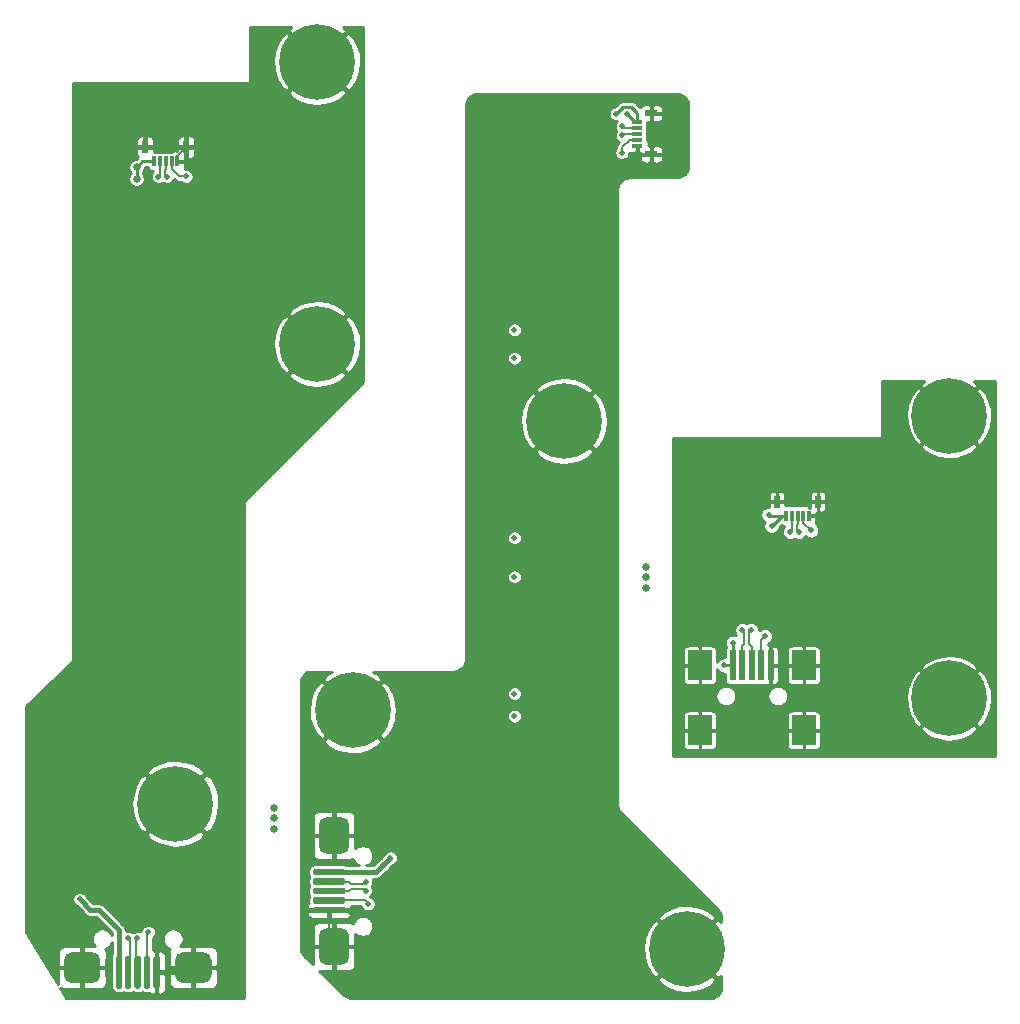
<source format=gbr>
%TF.GenerationSoftware,KiCad,Pcbnew,(5.1.10)-1*%
%TF.CreationDate,2021-10-19T18:18:53+02:00*%
%TF.ProjectId,hard_cam_usb_production,68617264-5f63-4616-9d5f-7573625f7072,rev?*%
%TF.SameCoordinates,Original*%
%TF.FileFunction,Copper,L1,Top*%
%TF.FilePolarity,Positive*%
%FSLAX46Y46*%
G04 Gerber Fmt 4.6, Leading zero omitted, Abs format (unit mm)*
G04 Created by KiCad (PCBNEW (5.1.10)-1) date 2021-10-19 18:18:53*
%MOMM*%
%LPD*%
G01*
G04 APERTURE LIST*
%TA.AperFunction,SMDPad,CuDef*%
%ADD10R,0.500000X2.500000*%
%TD*%
%TA.AperFunction,SMDPad,CuDef*%
%ADD11R,2.000000X2.500000*%
%TD*%
%TA.AperFunction,SMDPad,CuDef*%
%ADD12R,0.520000X1.000000*%
%TD*%
%TA.AperFunction,SMDPad,CuDef*%
%ADD13R,0.300000X0.900000*%
%TD*%
%TA.AperFunction,ComponentPad*%
%ADD14C,0.800000*%
%TD*%
%TA.AperFunction,ComponentPad*%
%ADD15C,6.400000*%
%TD*%
%TA.AperFunction,SMDPad,CuDef*%
%ADD16R,0.900000X0.300000*%
%TD*%
%TA.AperFunction,SMDPad,CuDef*%
%ADD17R,1.000000X0.520000*%
%TD*%
%TA.AperFunction,ViaPad*%
%ADD18C,0.635000*%
%TD*%
%TA.AperFunction,ViaPad*%
%ADD19C,0.508000*%
%TD*%
%TA.AperFunction,Conductor*%
%ADD20C,0.191262*%
%TD*%
%TA.AperFunction,Conductor*%
%ADD21C,0.254000*%
%TD*%
%TA.AperFunction,Conductor*%
%ADD22C,0.203200*%
%TD*%
%TA.AperFunction,Conductor*%
%ADD23C,0.381000*%
%TD*%
%TA.AperFunction,Conductor*%
%ADD24C,0.200000*%
%TD*%
%TA.AperFunction,Conductor*%
%ADD25C,0.100000*%
%TD*%
G04 APERTURE END LIST*
%TO.P,J6,1*%
%TO.N,VCC*%
%TA.AperFunction,SMDPad,CuDef*%
G36*
G01*
X167525000Y-226137500D02*
X167525000Y-223662500D01*
G75*
G02*
X167662500Y-223525000I137500J0D01*
G01*
X167937500Y-223525000D01*
G75*
G02*
X168075000Y-223662500I0J-137500D01*
G01*
X168075000Y-226137500D01*
G75*
G02*
X167937500Y-226275000I-137500J0D01*
G01*
X167662500Y-226275000D01*
G75*
G02*
X167525000Y-226137500I0J137500D01*
G01*
G37*
%TD.AperFunction*%
%TO.P,J6,2*%
%TO.N,/D3_-*%
%TA.AperFunction,SMDPad,CuDef*%
G36*
G01*
X168325000Y-226137500D02*
X168325000Y-223662500D01*
G75*
G02*
X168462500Y-223525000I137500J0D01*
G01*
X168737500Y-223525000D01*
G75*
G02*
X168875000Y-223662500I0J-137500D01*
G01*
X168875000Y-226137500D01*
G75*
G02*
X168737500Y-226275000I-137500J0D01*
G01*
X168462500Y-226275000D01*
G75*
G02*
X168325000Y-226137500I0J137500D01*
G01*
G37*
%TD.AperFunction*%
%TO.P,J6,3*%
%TO.N,/D3_+*%
%TA.AperFunction,SMDPad,CuDef*%
G36*
G01*
X169125000Y-226137500D02*
X169125000Y-223662500D01*
G75*
G02*
X169262500Y-223525000I137500J0D01*
G01*
X169537500Y-223525000D01*
G75*
G02*
X169675000Y-223662500I0J-137500D01*
G01*
X169675000Y-226137500D01*
G75*
G02*
X169537500Y-226275000I-137500J0D01*
G01*
X169262500Y-226275000D01*
G75*
G02*
X169125000Y-226137500I0J137500D01*
G01*
G37*
%TD.AperFunction*%
%TO.P,J6,4*%
%TO.N,/id3*%
%TA.AperFunction,SMDPad,CuDef*%
G36*
G01*
X169925000Y-226137500D02*
X169925000Y-223662500D01*
G75*
G02*
X170062500Y-223525000I137500J0D01*
G01*
X170337500Y-223525000D01*
G75*
G02*
X170475000Y-223662500I0J-137500D01*
G01*
X170475000Y-226137500D01*
G75*
G02*
X170337500Y-226275000I-137500J0D01*
G01*
X170062500Y-226275000D01*
G75*
G02*
X169925000Y-226137500I0J137500D01*
G01*
G37*
%TD.AperFunction*%
%TO.P,J6,5*%
%TO.N,GND*%
%TA.AperFunction,SMDPad,CuDef*%
G36*
G01*
X170725000Y-226137500D02*
X170725000Y-223662500D01*
G75*
G02*
X170862500Y-223525000I137500J0D01*
G01*
X171137500Y-223525000D01*
G75*
G02*
X171275000Y-223662500I0J-137500D01*
G01*
X171275000Y-226137500D01*
G75*
G02*
X171137500Y-226275000I-137500J0D01*
G01*
X170862500Y-226275000D01*
G75*
G02*
X170725000Y-226137500I0J137500D01*
G01*
G37*
%TD.AperFunction*%
%TO.P,J6,6*%
%TA.AperFunction,SMDPad,CuDef*%
G36*
G01*
X172550000Y-225150000D02*
X172550000Y-223850000D01*
G75*
G02*
X173200000Y-223200000I650000J0D01*
G01*
X175000000Y-223200000D01*
G75*
G02*
X175650000Y-223850000I0J-650000D01*
G01*
X175650000Y-225150000D01*
G75*
G02*
X175000000Y-225800000I-650000J0D01*
G01*
X173200000Y-225800000D01*
G75*
G02*
X172550000Y-225150000I0J650000D01*
G01*
G37*
%TD.AperFunction*%
%TO.P,J6,7*%
%TA.AperFunction,SMDPad,CuDef*%
G36*
G01*
X163150000Y-225150000D02*
X163150000Y-223850000D01*
G75*
G02*
X163800000Y-223200000I650000J0D01*
G01*
X165600000Y-223200000D01*
G75*
G02*
X166250000Y-223850000I0J-650000D01*
G01*
X166250000Y-225150000D01*
G75*
G02*
X165600000Y-225800000I-650000J0D01*
G01*
X163800000Y-225800000D01*
G75*
G02*
X163150000Y-225150000I0J650000D01*
G01*
G37*
%TD.AperFunction*%
%TD*%
D10*
%TO.P,J2,5*%
%TO.N,GND*%
X223000000Y-198900000D03*
%TO.P,J2,4*%
%TO.N,/id*%
X222200000Y-198900000D03*
%TO.P,J2,3*%
%TO.N,/D+*%
X221400000Y-198900000D03*
%TO.P,J2,2*%
%TO.N,/D-*%
X220600000Y-198900000D03*
%TO.P,J2,1*%
%TO.N,VCC*%
X219800000Y-198900000D03*
D11*
%TO.P,J2,6*%
%TO.N,GND*%
X225800000Y-198900000D03*
X217000000Y-198900000D03*
X225800000Y-204400000D03*
X217000000Y-204400000D03*
%TD*%
D12*
%TO.P,J1,7*%
%TO.N,GND*%
X223526500Y-185033500D03*
%TO.P,J1,6*%
X227006500Y-185033500D03*
D13*
%TO.P,J1,5*%
%TO.N,VCC*%
X224266500Y-186233500D03*
%TO.P,J1,4*%
%TO.N,/D-*%
X224766500Y-186233500D03*
%TO.P,J1,3*%
%TO.N,/D+*%
X225266500Y-186233500D03*
%TO.P,J1,2*%
%TO.N,/id*%
X225766500Y-186233500D03*
%TO.P,J1,1*%
%TO.N,GND*%
X226266500Y-186233500D03*
%TD*%
D14*
%TO.P,H1,1*%
%TO.N,GND*%
X239797056Y-176102944D03*
X238100000Y-175400000D03*
X236402944Y-176102944D03*
X235700000Y-177800000D03*
X236402944Y-179497056D03*
X238100000Y-180200000D03*
X239797056Y-179497056D03*
X240500000Y-177800000D03*
D15*
X238100000Y-177800000D03*
%TD*%
%TO.P,H2,1*%
%TO.N,GND*%
X238100000Y-201700000D03*
D14*
X240500000Y-201700000D03*
X239797056Y-203397056D03*
X238100000Y-204100000D03*
X236402944Y-203397056D03*
X235700000Y-201700000D03*
X236402944Y-200002944D03*
X238100000Y-199300000D03*
X239797056Y-200002944D03*
%TD*%
%TO.P,J4,1*%
%TO.N,VCC*%
%TA.AperFunction,SMDPad,CuDef*%
G36*
G01*
X184380500Y-216131000D02*
X186855500Y-216131000D01*
G75*
G02*
X186993000Y-216268500I0J-137500D01*
G01*
X186993000Y-216543500D01*
G75*
G02*
X186855500Y-216681000I-137500J0D01*
G01*
X184380500Y-216681000D01*
G75*
G02*
X184243000Y-216543500I0J137500D01*
G01*
X184243000Y-216268500D01*
G75*
G02*
X184380500Y-216131000I137500J0D01*
G01*
G37*
%TD.AperFunction*%
%TO.P,J4,2*%
%TO.N,/D2_-*%
%TA.AperFunction,SMDPad,CuDef*%
G36*
G01*
X184380500Y-216931000D02*
X186855500Y-216931000D01*
G75*
G02*
X186993000Y-217068500I0J-137500D01*
G01*
X186993000Y-217343500D01*
G75*
G02*
X186855500Y-217481000I-137500J0D01*
G01*
X184380500Y-217481000D01*
G75*
G02*
X184243000Y-217343500I0J137500D01*
G01*
X184243000Y-217068500D01*
G75*
G02*
X184380500Y-216931000I137500J0D01*
G01*
G37*
%TD.AperFunction*%
%TO.P,J4,3*%
%TO.N,/D2_+*%
%TA.AperFunction,SMDPad,CuDef*%
G36*
G01*
X184380500Y-217731000D02*
X186855500Y-217731000D01*
G75*
G02*
X186993000Y-217868500I0J-137500D01*
G01*
X186993000Y-218143500D01*
G75*
G02*
X186855500Y-218281000I-137500J0D01*
G01*
X184380500Y-218281000D01*
G75*
G02*
X184243000Y-218143500I0J137500D01*
G01*
X184243000Y-217868500D01*
G75*
G02*
X184380500Y-217731000I137500J0D01*
G01*
G37*
%TD.AperFunction*%
%TO.P,J4,4*%
%TO.N,/id2*%
%TA.AperFunction,SMDPad,CuDef*%
G36*
G01*
X184380500Y-218531000D02*
X186855500Y-218531000D01*
G75*
G02*
X186993000Y-218668500I0J-137500D01*
G01*
X186993000Y-218943500D01*
G75*
G02*
X186855500Y-219081000I-137500J0D01*
G01*
X184380500Y-219081000D01*
G75*
G02*
X184243000Y-218943500I0J137500D01*
G01*
X184243000Y-218668500D01*
G75*
G02*
X184380500Y-218531000I137500J0D01*
G01*
G37*
%TD.AperFunction*%
%TO.P,J4,5*%
%TO.N,GND*%
%TA.AperFunction,SMDPad,CuDef*%
G36*
G01*
X184380500Y-219331000D02*
X186855500Y-219331000D01*
G75*
G02*
X186993000Y-219468500I0J-137500D01*
G01*
X186993000Y-219743500D01*
G75*
G02*
X186855500Y-219881000I-137500J0D01*
G01*
X184380500Y-219881000D01*
G75*
G02*
X184243000Y-219743500I0J137500D01*
G01*
X184243000Y-219468500D01*
G75*
G02*
X184380500Y-219331000I137500J0D01*
G01*
G37*
%TD.AperFunction*%
%TO.P,J4,6*%
%TA.AperFunction,SMDPad,CuDef*%
G36*
G01*
X185368000Y-221156000D02*
X186668000Y-221156000D01*
G75*
G02*
X187318000Y-221806000I0J-650000D01*
G01*
X187318000Y-223606000D01*
G75*
G02*
X186668000Y-224256000I-650000J0D01*
G01*
X185368000Y-224256000D01*
G75*
G02*
X184718000Y-223606000I0J650000D01*
G01*
X184718000Y-221806000D01*
G75*
G02*
X185368000Y-221156000I650000J0D01*
G01*
G37*
%TD.AperFunction*%
%TO.P,J4,7*%
%TA.AperFunction,SMDPad,CuDef*%
G36*
G01*
X185368000Y-211756000D02*
X186668000Y-211756000D01*
G75*
G02*
X187318000Y-212406000I0J-650000D01*
G01*
X187318000Y-214206000D01*
G75*
G02*
X186668000Y-214856000I-650000J0D01*
G01*
X185368000Y-214856000D01*
G75*
G02*
X184718000Y-214206000I0J650000D01*
G01*
X184718000Y-212406000D01*
G75*
G02*
X185368000Y-211756000I650000J0D01*
G01*
G37*
%TD.AperFunction*%
%TD*%
%TO.P,H5,1*%
%TO.N,GND*%
X207197056Y-179897056D03*
X207900000Y-178200000D03*
X207197056Y-176502944D03*
X205500000Y-175800000D03*
X203802944Y-176502944D03*
X203100000Y-178200000D03*
X203802944Y-179897056D03*
X205500000Y-180600000D03*
D15*
X205500000Y-178200000D03*
%TD*%
D16*
%TO.P,J3,1*%
%TO.N,GND*%
X211700000Y-154900000D03*
%TO.P,J3,2*%
%TO.N,/id2*%
X211700000Y-154400000D03*
%TO.P,J3,3*%
%TO.N,/D2_+*%
X211700000Y-153900000D03*
%TO.P,J3,4*%
%TO.N,/D2_-*%
X211700000Y-153400000D03*
%TO.P,J3,5*%
%TO.N,VCC*%
X211700000Y-152900000D03*
D17*
%TO.P,J3,6*%
%TO.N,GND*%
X212900000Y-155640000D03*
%TO.P,J3,7*%
X212900000Y-152160000D03*
%TD*%
D14*
%TO.P,H6,1*%
%TO.N,GND*%
X217597056Y-224597056D03*
X218300000Y-222900000D03*
X217597056Y-221202944D03*
X215900000Y-220500000D03*
X214202944Y-221202944D03*
X213500000Y-222900000D03*
X214202944Y-224597056D03*
X215900000Y-225300000D03*
D15*
X215900000Y-222900000D03*
%TD*%
%TO.P,H8,1*%
%TO.N,GND*%
X187600000Y-202700000D03*
D14*
X187600000Y-205100000D03*
X185902944Y-204397056D03*
X185200000Y-202700000D03*
X185902944Y-201002944D03*
X187600000Y-200300000D03*
X189297056Y-201002944D03*
X190000000Y-202700000D03*
X189297056Y-204397056D03*
%TD*%
D15*
%TO.P,H4,1*%
%TO.N,GND*%
X184600000Y-171700000D03*
D14*
X187000000Y-171700000D03*
X186297056Y-173397056D03*
X184600000Y-174100000D03*
X182902944Y-173397056D03*
X182200000Y-171700000D03*
X182902944Y-170002944D03*
X184600000Y-169300000D03*
X186297056Y-170002944D03*
%TD*%
D12*
%TO.P,J5,7*%
%TO.N,GND*%
X170026500Y-155033500D03*
%TO.P,J5,6*%
X173506500Y-155033500D03*
D13*
%TO.P,J5,5*%
%TO.N,VCC*%
X170766500Y-156233500D03*
%TO.P,J5,4*%
%TO.N,/D3_-*%
X171266500Y-156233500D03*
%TO.P,J5,3*%
%TO.N,/D3_+*%
X171766500Y-156233500D03*
%TO.P,J5,2*%
%TO.N,/id3*%
X172266500Y-156233500D03*
%TO.P,J5,1*%
%TO.N,GND*%
X172766500Y-156233500D03*
%TD*%
D15*
%TO.P,H3,1*%
%TO.N,GND*%
X184600000Y-147800000D03*
D14*
X187000000Y-147800000D03*
X186297056Y-149497056D03*
X184600000Y-150200000D03*
X182902944Y-149497056D03*
X182200000Y-147800000D03*
X182902944Y-146102944D03*
X184600000Y-145400000D03*
X186297056Y-146102944D03*
%TD*%
D15*
%TO.P,H7,1*%
%TO.N,GND*%
X172600000Y-210600000D03*
D14*
X175000000Y-210600000D03*
X174297056Y-212297056D03*
X172600000Y-213000000D03*
X170902944Y-212297056D03*
X170200000Y-210600000D03*
X170902944Y-208902944D03*
X172600000Y-208200000D03*
X174297056Y-208902944D03*
%TD*%
D18*
%TO.N,*%
X212400000Y-190550000D03*
X212400000Y-191450000D03*
X212400000Y-192350000D03*
X180900000Y-211850000D03*
X180900000Y-210950000D03*
X180900000Y-212750000D03*
D19*
%TO.N,GND*%
X175200000Y-225400000D03*
X175100000Y-223700000D03*
X177500000Y-195000000D03*
X180000000Y-182000000D03*
X187500000Y-151500000D03*
X165000000Y-150500000D03*
X177500000Y-215000000D03*
X186000000Y-176000000D03*
X187500000Y-156500000D03*
X187500000Y-166500000D03*
X169500000Y-150500000D03*
X187500000Y-161500000D03*
X177500000Y-185000000D03*
X174500000Y-150500000D03*
X183000000Y-179000000D03*
X179500000Y-150500000D03*
X177500000Y-200000000D03*
X170500000Y-158250000D03*
X165000000Y-172000000D03*
X161000000Y-211500000D03*
X165000000Y-157000000D03*
X178500000Y-171000000D03*
X182500000Y-155000000D03*
X165000000Y-182000000D03*
X165000000Y-187000000D03*
X181000000Y-159000000D03*
X165000000Y-192000000D03*
X177500000Y-225000000D03*
X163500000Y-200000000D03*
X161000000Y-221500000D03*
X179500000Y-165000000D03*
X165000000Y-197000000D03*
X161000000Y-206500000D03*
X161000000Y-202500000D03*
X165000000Y-177000000D03*
X165000000Y-153000000D03*
X177500000Y-178000000D03*
X165000000Y-167000000D03*
X165000000Y-162000000D03*
X161000000Y-216500000D03*
X165000000Y-216000000D03*
X172500000Y-158250000D03*
X175800000Y-169600000D03*
X184000000Y-163000000D03*
X173000000Y-168600000D03*
X175600000Y-187400000D03*
X169600000Y-196800000D03*
X167400000Y-204600000D03*
X169600000Y-163800000D03*
X173000000Y-161600000D03*
X176800000Y-161400000D03*
X173000000Y-191800000D03*
X169600000Y-183800000D03*
X173000000Y-180600000D03*
X174400000Y-219000000D03*
X173000000Y-200000000D03*
X167600000Y-211000000D03*
X171200000Y-204400000D03*
X169600000Y-174200000D03*
X170000000Y-216200000D03*
D18*
X165400000Y-224500000D03*
X164300000Y-223700000D03*
X164300000Y-225400000D03*
D19*
X174300000Y-156200000D03*
X174700000Y-155000000D03*
X177500000Y-210000000D03*
X177500000Y-205000000D03*
X177500000Y-190000000D03*
X177500000Y-220000000D03*
X168900000Y-155000000D03*
X216905500Y-204434500D03*
X216969000Y-198910000D03*
X225795500Y-198910000D03*
X227891000Y-185003500D03*
X225795500Y-204371000D03*
X223382500Y-197005000D03*
X223827000Y-198910000D03*
X222747500Y-185003500D03*
X212900000Y-156400000D03*
X212900000Y-151300000D03*
X211700000Y-155500000D03*
X185618000Y-220582000D03*
X186018000Y-222706000D03*
X186000000Y-213300000D03*
X187900000Y-222700000D03*
X187500000Y-219900000D03*
X215650000Y-180500000D03*
X220650000Y-180500000D03*
X225650000Y-180500000D03*
X230650000Y-180500000D03*
X234150000Y-180500000D03*
X240900000Y-182000000D03*
X240900000Y-187000000D03*
X240900000Y-192000000D03*
X240900000Y-197000000D03*
X235150000Y-205750000D03*
X230150000Y-205750000D03*
X223400000Y-205750000D03*
X218900000Y-205750000D03*
X216150000Y-201750000D03*
X215900000Y-195750000D03*
X215900000Y-190750000D03*
X215900000Y-185750000D03*
X217650000Y-182750000D03*
X224150000Y-188250000D03*
X225900000Y-188500000D03*
X219900000Y-195250000D03*
X222150000Y-195250000D03*
X221100000Y-192400000D03*
X222900000Y-190300000D03*
X223900000Y-193500000D03*
X225900000Y-191417000D03*
X235900000Y-185750000D03*
X235900000Y-190250000D03*
X235900000Y-194500000D03*
X232900000Y-199750000D03*
X228650000Y-195500000D03*
X229400000Y-191000000D03*
X219900000Y-188250000D03*
X219900000Y-182500000D03*
X209100000Y-151200000D03*
X205100000Y-151200000D03*
X201100000Y-151200000D03*
X198100000Y-151200000D03*
X198100000Y-155200000D03*
X198100000Y-159200000D03*
X197600000Y-163200000D03*
X197600000Y-167200000D03*
X197600000Y-171200000D03*
X197600000Y-175200000D03*
X197600000Y-179200000D03*
X197600000Y-183200000D03*
X197600000Y-187200000D03*
X197600000Y-191200000D03*
X197600000Y-195200000D03*
X197600000Y-199200000D03*
X195600000Y-200200000D03*
X192100000Y-200200000D03*
X184100000Y-206200000D03*
X184100000Y-210200000D03*
X186600000Y-225200000D03*
X190100000Y-226200000D03*
X194100000Y-226200000D03*
X198100000Y-226200000D03*
X202100000Y-226200000D03*
X206100000Y-226200000D03*
X210100000Y-226200000D03*
X210100000Y-222200000D03*
X210100000Y-218200000D03*
X210100000Y-214200000D03*
X209100000Y-210200000D03*
X209100000Y-206200000D03*
X209100000Y-202200000D03*
X209100000Y-198200000D03*
X209100000Y-194200000D03*
X209100000Y-190200000D03*
X209100000Y-186200000D03*
X209100000Y-182200000D03*
X209100000Y-175200000D03*
X209100000Y-171200000D03*
X209100000Y-167200000D03*
X209100000Y-163200000D03*
X209100000Y-159700000D03*
X211100000Y-157200000D03*
X205600000Y-164200000D03*
X203600000Y-169200000D03*
X203100000Y-185700000D03*
X205600000Y-194700000D03*
X202600000Y-200200000D03*
X205100000Y-207700000D03*
X202600000Y-214200000D03*
X205100000Y-219700000D03*
X200100000Y-222700000D03*
X192600000Y-223200000D03*
X198600000Y-218200000D03*
X191100000Y-209200000D03*
X194600000Y-205200000D03*
X201100000Y-154200000D03*
X198600000Y-212200000D03*
X194600000Y-216200000D03*
X209400000Y-153100000D03*
X209600000Y-155800000D03*
X206100000Y-159400000D03*
X206000000Y-155700000D03*
X202100000Y-159600000D03*
X198500000Y-207200000D03*
X196700000Y-209300000D03*
X194100000Y-212000000D03*
X192400000Y-214000000D03*
X201600000Y-163900000D03*
X174100000Y-224500000D03*
%TO.N,/id*%
X222493500Y-196433500D03*
X226430500Y-187480000D03*
%TO.N,/D+*%
X225395500Y-187607000D03*
X221348500Y-195925500D03*
%TO.N,/D-*%
X220590500Y-195925500D03*
X224637500Y-187607000D03*
D18*
%TO.N,VCC*%
X169300000Y-157700000D03*
X169300000Y-156700000D03*
D19*
X219800000Y-196978500D03*
X223065000Y-187099000D03*
X222811000Y-186146500D03*
X219064500Y-198910000D03*
X210800000Y-152200000D03*
X209900000Y-152200000D03*
X190800000Y-215200000D03*
X190200000Y-215800000D03*
X165400000Y-219600000D03*
X164500000Y-218700000D03*
%TO.N,/id2*%
X210400000Y-155500000D03*
X188900000Y-219100000D03*
X201300000Y-170500000D03*
X201300000Y-172900000D03*
X201300000Y-188100000D03*
X201300000Y-191400000D03*
X201300000Y-201300000D03*
X201300000Y-203200000D03*
%TO.N,/D2_+*%
X210416998Y-154029000D03*
X188700000Y-217979000D03*
%TO.N,/D2_-*%
X210416998Y-153271000D03*
X188700000Y-217221000D03*
%TO.N,/D3_-*%
X171137500Y-157516332D03*
X168621000Y-222000000D03*
%TO.N,/D3_+*%
X171895500Y-157516332D03*
X169379000Y-222000000D03*
%TO.N,/id3*%
X173500000Y-157500000D03*
X170300000Y-221500000D03*
%TD*%
D20*
%TO.N,GND*%
X174266500Y-156233500D02*
X174300000Y-156200000D01*
X172766500Y-156233500D02*
X174266500Y-156233500D01*
X173506500Y-155033500D02*
X174666500Y-155033500D01*
X172766500Y-156233500D02*
X172766500Y-155773500D01*
X170026500Y-155033500D02*
X168933500Y-155033500D01*
X174666500Y-155033500D02*
X174700000Y-155000000D01*
X172766500Y-155773500D02*
X173506500Y-155033500D01*
X168933500Y-155033500D02*
X168900000Y-155000000D01*
D21*
X223000000Y-198900000D02*
X223000000Y-197387500D01*
X223000000Y-198900000D02*
X223817000Y-198900000D01*
X227006500Y-185033500D02*
X227861000Y-185033500D01*
X222777500Y-185033500D02*
X222747500Y-185003500D01*
X223000000Y-197387500D02*
X223382500Y-197005000D01*
X227861000Y-185033500D02*
X227891000Y-185003500D01*
X223526500Y-185033500D02*
X222777500Y-185033500D01*
X223817000Y-198900000D02*
X223827000Y-198910000D01*
X212900000Y-155640000D02*
X212900000Y-156400000D01*
X212900000Y-152160000D02*
X212900000Y-151300000D01*
X211700000Y-154900000D02*
X211700000Y-155500000D01*
X211840000Y-155640000D02*
X211700000Y-155500000D01*
X212900000Y-155640000D02*
X211840000Y-155640000D01*
D22*
X185618000Y-222306000D02*
X186018000Y-222706000D01*
X185618000Y-219606000D02*
X185618000Y-220582000D01*
X185618000Y-220582000D02*
X185618000Y-222306000D01*
X186006000Y-213306000D02*
X186000000Y-213300000D01*
X186018000Y-213306000D02*
X186006000Y-213306000D01*
X187894000Y-222706000D02*
X187900000Y-222700000D01*
X186018000Y-222706000D02*
X187894000Y-222706000D01*
X187206000Y-219606000D02*
X187500000Y-219900000D01*
X185618000Y-219606000D02*
X187206000Y-219606000D01*
D23*
X173700000Y-224900000D02*
X174100000Y-224500000D01*
X171000000Y-224900000D02*
X173700000Y-224900000D01*
D20*
%TO.N,/id*%
X222200000Y-196727000D02*
X222200000Y-198900000D01*
X225766500Y-186233500D02*
X225766500Y-186816000D01*
X225766500Y-186816000D02*
X226430500Y-187480000D01*
X222493500Y-196433500D02*
X222200000Y-196727000D01*
D24*
%TO.N,/D+*%
X221348500Y-195925500D02*
X221194500Y-196079500D01*
X225241500Y-186933501D02*
X225241500Y-187453000D01*
X225241500Y-187453000D02*
X225395500Y-187607000D01*
X225266500Y-186908501D02*
X225241500Y-186933501D01*
X225266500Y-186233500D02*
X225266500Y-186908501D01*
X221194500Y-196079500D02*
X221194500Y-197132000D01*
D20*
X221400000Y-198900000D02*
X221400000Y-197337500D01*
X221400000Y-197337500D02*
X221194500Y-197132000D01*
D24*
%TO.N,/D-*%
X224791500Y-187453000D02*
X224637500Y-187607000D01*
D20*
X220600000Y-197276500D02*
X220744500Y-197132000D01*
D24*
X224766500Y-186233500D02*
X224766500Y-186908501D01*
X224766500Y-186908501D02*
X224791500Y-186933501D01*
X220744500Y-196079500D02*
X220744500Y-197132000D01*
X220590500Y-195925500D02*
X220744500Y-196079500D01*
D20*
X220600000Y-198900000D02*
X220600000Y-197276500D01*
D24*
X224791500Y-186933501D02*
X224791500Y-187453000D01*
D21*
%TO.N,VCC*%
X169300000Y-156700000D02*
X169300000Y-157700000D01*
X169766500Y-156233500D02*
X169300000Y-156700000D01*
X170766500Y-156233500D02*
X169766500Y-156233500D01*
X219800000Y-198900000D02*
X219074500Y-198900000D01*
X219074500Y-198900000D02*
X219064500Y-198910000D01*
X224266500Y-186233500D02*
X223930500Y-186233500D01*
X223930500Y-186233500D02*
X223065000Y-187099000D01*
X219800000Y-198900000D02*
X219800000Y-196978500D01*
X222898000Y-186233500D02*
X222811000Y-186146500D01*
X224266500Y-186233500D02*
X222898000Y-186233500D01*
X211500000Y-152900000D02*
X210800000Y-152200000D01*
X211700000Y-152900000D02*
X211500000Y-152900000D01*
D23*
X189594000Y-216406000D02*
X185618000Y-216406000D01*
X190800000Y-215200000D02*
X190200000Y-215800000D01*
X190200000Y-215800000D02*
X189594000Y-216406000D01*
D21*
X211700000Y-152900000D02*
X211700000Y-152100000D01*
X211700000Y-152100000D02*
X211200000Y-151600000D01*
X210500000Y-151600000D02*
X209900000Y-152200000D01*
X211200000Y-151600000D02*
X210500000Y-151600000D01*
D23*
X165400000Y-219600000D02*
X166100000Y-219600000D01*
X167800000Y-221300000D02*
X167800000Y-224900000D01*
X166100000Y-219600000D02*
X167800000Y-221300000D01*
X165400000Y-219600000D02*
X164500000Y-218700000D01*
D22*
%TO.N,/id2*%
X210400000Y-155046800D02*
X210400000Y-155500000D01*
X211046800Y-154400000D02*
X210400000Y-155046800D01*
X211700000Y-154400000D02*
X211046800Y-154400000D01*
X188606000Y-218806000D02*
X185618000Y-218806000D01*
X188900000Y-219100000D02*
X188606000Y-218806000D01*
D24*
%TO.N,/D2_+*%
X188700000Y-217979000D02*
X188546000Y-217825000D01*
X188546000Y-217825000D02*
X187500000Y-217825000D01*
D20*
X187319000Y-218006000D02*
X187500000Y-217825000D01*
X185618000Y-218006000D02*
X187319000Y-218006000D01*
D24*
X210545998Y-153900000D02*
X210416998Y-154029000D01*
X211700000Y-153900000D02*
X210545998Y-153900000D01*
%TO.N,/D2_-*%
X188700000Y-217221000D02*
X188546000Y-217375000D01*
X188546000Y-217375000D02*
X187500000Y-217375000D01*
D20*
X187331000Y-217206000D02*
X187500000Y-217375000D01*
X185618000Y-217206000D02*
X187331000Y-217206000D01*
D24*
X210545998Y-153400000D02*
X210416998Y-153271000D01*
X211700000Y-153400000D02*
X210545998Y-153400000D01*
%TO.N,/D3_-*%
X171266500Y-156233500D02*
X171266500Y-156908501D01*
X171291500Y-157362332D02*
X171137500Y-157516332D01*
X171266500Y-156908501D02*
X171291500Y-156933501D01*
X171291500Y-156933501D02*
X171291500Y-157362332D01*
X168775000Y-224725000D02*
X168600000Y-224900000D01*
X168775000Y-222154000D02*
X168775000Y-224725000D01*
X168621000Y-222000000D02*
X168775000Y-222154000D01*
%TO.N,/D3_+*%
X171766500Y-156233500D02*
X171766500Y-156908501D01*
X171741500Y-157362332D02*
X171895500Y-157516332D01*
X171766500Y-156908501D02*
X171741500Y-156933501D01*
X171741500Y-156933501D02*
X171741500Y-157362332D01*
X169225000Y-224725000D02*
X169400000Y-224900000D01*
X169225000Y-222154000D02*
X169225000Y-224725000D01*
X169379000Y-222000000D02*
X169225000Y-222154000D01*
D20*
%TO.N,/id3*%
X172891738Y-157500000D02*
X173500000Y-157500000D01*
X172266500Y-156233500D02*
X172266500Y-156874762D01*
X172266500Y-156874762D02*
X172891738Y-157500000D01*
D22*
X170200000Y-221600000D02*
X170200000Y-224900000D01*
X170300000Y-221500000D02*
X170200000Y-221600000D01*
%TD*%
D21*
%TO.N,GND*%
X235975553Y-174832737D02*
X235613861Y-175277940D01*
X238100000Y-177764079D01*
X240586139Y-175277940D01*
X240224447Y-174832737D01*
X240214501Y-174827000D01*
X241973000Y-174827000D01*
X241973000Y-206573000D01*
X214727000Y-206573000D01*
X214727000Y-205650000D01*
X215566111Y-205650000D01*
X215574448Y-205734648D01*
X215599139Y-205816042D01*
X215639234Y-205891056D01*
X215693194Y-205956806D01*
X215758944Y-206010766D01*
X215833958Y-206050861D01*
X215915352Y-206075552D01*
X216000000Y-206083889D01*
X216866650Y-206081800D01*
X216974600Y-205973850D01*
X216974600Y-204425400D01*
X217025400Y-204425400D01*
X217025400Y-205973850D01*
X217133350Y-206081800D01*
X218000000Y-206083889D01*
X218084648Y-206075552D01*
X218166042Y-206050861D01*
X218241056Y-206010766D01*
X218306806Y-205956806D01*
X218360766Y-205891056D01*
X218400861Y-205816042D01*
X218425552Y-205734648D01*
X218433889Y-205650000D01*
X224366111Y-205650000D01*
X224374448Y-205734648D01*
X224399139Y-205816042D01*
X224439234Y-205891056D01*
X224493194Y-205956806D01*
X224558944Y-206010766D01*
X224633958Y-206050861D01*
X224715352Y-206075552D01*
X224800000Y-206083889D01*
X225666650Y-206081800D01*
X225774600Y-205973850D01*
X225774600Y-204425400D01*
X225825400Y-204425400D01*
X225825400Y-205973850D01*
X225933350Y-206081800D01*
X226800000Y-206083889D01*
X226884648Y-206075552D01*
X226966042Y-206050861D01*
X227041056Y-206010766D01*
X227106806Y-205956806D01*
X227160766Y-205891056D01*
X227200861Y-205816042D01*
X227225552Y-205734648D01*
X227233889Y-205650000D01*
X227231800Y-204533350D01*
X227123850Y-204425400D01*
X225825400Y-204425400D01*
X225774600Y-204425400D01*
X224476150Y-204425400D01*
X224368200Y-204533350D01*
X224366111Y-205650000D01*
X218433889Y-205650000D01*
X218431800Y-204533350D01*
X218323850Y-204425400D01*
X217025400Y-204425400D01*
X216974600Y-204425400D01*
X215676150Y-204425400D01*
X215568200Y-204533350D01*
X215566111Y-205650000D01*
X214727000Y-205650000D01*
X214727000Y-203150000D01*
X215566111Y-203150000D01*
X215568200Y-204266650D01*
X215676150Y-204374600D01*
X216974600Y-204374600D01*
X216974600Y-202826150D01*
X217025400Y-202826150D01*
X217025400Y-204374600D01*
X218323850Y-204374600D01*
X218431800Y-204266650D01*
X218433889Y-203150000D01*
X224366111Y-203150000D01*
X224368200Y-204266650D01*
X224476150Y-204374600D01*
X225774600Y-204374600D01*
X225774600Y-202826150D01*
X225825400Y-202826150D01*
X225825400Y-204374600D01*
X227123850Y-204374600D01*
X227231800Y-204266650D01*
X227231883Y-204222060D01*
X235613861Y-204222060D01*
X235975553Y-204667263D01*
X236595258Y-205024707D01*
X237272790Y-205254384D01*
X237982110Y-205347468D01*
X238695962Y-205300382D01*
X239386910Y-205114935D01*
X240028403Y-204798255D01*
X240224447Y-204667263D01*
X240586139Y-204222060D01*
X238100000Y-201735921D01*
X235613861Y-204222060D01*
X227231883Y-204222060D01*
X227233889Y-203150000D01*
X227225552Y-203065352D01*
X227200861Y-202983958D01*
X227160766Y-202908944D01*
X227106806Y-202843194D01*
X227041056Y-202789234D01*
X226966042Y-202749139D01*
X226884648Y-202724448D01*
X226800000Y-202716111D01*
X225933350Y-202718200D01*
X225825400Y-202826150D01*
X225774600Y-202826150D01*
X225666650Y-202718200D01*
X224800000Y-202716111D01*
X224715352Y-202724448D01*
X224633958Y-202749139D01*
X224558944Y-202789234D01*
X224493194Y-202843194D01*
X224439234Y-202908944D01*
X224399139Y-202983958D01*
X224374448Y-203065352D01*
X224366111Y-203150000D01*
X218433889Y-203150000D01*
X218425552Y-203065352D01*
X218400861Y-202983958D01*
X218360766Y-202908944D01*
X218306806Y-202843194D01*
X218241056Y-202789234D01*
X218166042Y-202749139D01*
X218084648Y-202724448D01*
X218000000Y-202716111D01*
X217133350Y-202718200D01*
X217025400Y-202826150D01*
X216974600Y-202826150D01*
X216866650Y-202718200D01*
X216000000Y-202716111D01*
X215915352Y-202724448D01*
X215833958Y-202749139D01*
X215758944Y-202789234D01*
X215693194Y-202843194D01*
X215639234Y-202908944D01*
X215599139Y-202983958D01*
X215574448Y-203065352D01*
X215566111Y-203150000D01*
X214727000Y-203150000D01*
X214727000Y-201413150D01*
X218318200Y-201413150D01*
X218318200Y-201586850D01*
X218352087Y-201757212D01*
X218418559Y-201917689D01*
X218515061Y-202062115D01*
X218637885Y-202184939D01*
X218782311Y-202281441D01*
X218942788Y-202347913D01*
X219113150Y-202381800D01*
X219286850Y-202381800D01*
X219457212Y-202347913D01*
X219617689Y-202281441D01*
X219762115Y-202184939D01*
X219884939Y-202062115D01*
X219981441Y-201917689D01*
X220047913Y-201757212D01*
X220081800Y-201586850D01*
X220081800Y-201413150D01*
X222718200Y-201413150D01*
X222718200Y-201586850D01*
X222752087Y-201757212D01*
X222818559Y-201917689D01*
X222915061Y-202062115D01*
X223037885Y-202184939D01*
X223182311Y-202281441D01*
X223342788Y-202347913D01*
X223513150Y-202381800D01*
X223686850Y-202381800D01*
X223857212Y-202347913D01*
X224017689Y-202281441D01*
X224162115Y-202184939D01*
X224284939Y-202062115D01*
X224381441Y-201917689D01*
X224447913Y-201757212D01*
X224481800Y-201586850D01*
X224481800Y-201582110D01*
X234452532Y-201582110D01*
X234499618Y-202295962D01*
X234685065Y-202986910D01*
X235001745Y-203628403D01*
X235132737Y-203824447D01*
X235577940Y-204186139D01*
X238064079Y-201700000D01*
X238135921Y-201700000D01*
X240622060Y-204186139D01*
X241067263Y-203824447D01*
X241424707Y-203204742D01*
X241654384Y-202527210D01*
X241747468Y-201817890D01*
X241700382Y-201104038D01*
X241514935Y-200413090D01*
X241198255Y-199771597D01*
X241067263Y-199575553D01*
X240622060Y-199213861D01*
X238135921Y-201700000D01*
X238064079Y-201700000D01*
X235577940Y-199213861D01*
X235132737Y-199575553D01*
X234775293Y-200195258D01*
X234545616Y-200872790D01*
X234452532Y-201582110D01*
X224481800Y-201582110D01*
X224481800Y-201413150D01*
X224447913Y-201242788D01*
X224381441Y-201082311D01*
X224284939Y-200937885D01*
X224162115Y-200815061D01*
X224017689Y-200718559D01*
X223857212Y-200652087D01*
X223686850Y-200618200D01*
X223513150Y-200618200D01*
X223342788Y-200652087D01*
X223182311Y-200718559D01*
X223037885Y-200815061D01*
X222915061Y-200937885D01*
X222818559Y-201082311D01*
X222752087Y-201242788D01*
X222718200Y-201413150D01*
X220081800Y-201413150D01*
X220047913Y-201242788D01*
X219981441Y-201082311D01*
X219884939Y-200937885D01*
X219762115Y-200815061D01*
X219617689Y-200718559D01*
X219457212Y-200652087D01*
X219286850Y-200618200D01*
X219113150Y-200618200D01*
X218942788Y-200652087D01*
X218782311Y-200718559D01*
X218637885Y-200815061D01*
X218515061Y-200937885D01*
X218418559Y-201082311D01*
X218352087Y-201242788D01*
X218318200Y-201413150D01*
X214727000Y-201413150D01*
X214727000Y-200150000D01*
X215566111Y-200150000D01*
X215574448Y-200234648D01*
X215599139Y-200316042D01*
X215639234Y-200391056D01*
X215693194Y-200456806D01*
X215758944Y-200510766D01*
X215833958Y-200550861D01*
X215915352Y-200575552D01*
X216000000Y-200583889D01*
X216866650Y-200581800D01*
X216974600Y-200473850D01*
X216974600Y-198925400D01*
X215676150Y-198925400D01*
X215568200Y-199033350D01*
X215566111Y-200150000D01*
X214727000Y-200150000D01*
X214727000Y-197650000D01*
X215566111Y-197650000D01*
X215568200Y-198766650D01*
X215676150Y-198874600D01*
X216974600Y-198874600D01*
X216974600Y-197326150D01*
X217025400Y-197326150D01*
X217025400Y-198874600D01*
X217045400Y-198874600D01*
X217045400Y-198925400D01*
X217025400Y-198925400D01*
X217025400Y-200473850D01*
X217133350Y-200581800D01*
X218000000Y-200583889D01*
X218084648Y-200575552D01*
X218166042Y-200550861D01*
X218241056Y-200510766D01*
X218306806Y-200456806D01*
X218360766Y-200391056D01*
X218400861Y-200316042D01*
X218425552Y-200234648D01*
X218433889Y-200150000D01*
X218432065Y-199175249D01*
X218456752Y-199234848D01*
X218531805Y-199347172D01*
X218627328Y-199442695D01*
X218739652Y-199517748D01*
X218864460Y-199569445D01*
X218996955Y-199595800D01*
X219116111Y-199595800D01*
X219116111Y-200150000D01*
X219124448Y-200234648D01*
X219149139Y-200316042D01*
X219189234Y-200391056D01*
X219243194Y-200456806D01*
X219308944Y-200510766D01*
X219383958Y-200550861D01*
X219465352Y-200575552D01*
X219550000Y-200583889D01*
X220050000Y-200583889D01*
X220134648Y-200575552D01*
X220200000Y-200555727D01*
X220265352Y-200575552D01*
X220350000Y-200583889D01*
X220850000Y-200583889D01*
X220934648Y-200575552D01*
X221000000Y-200555727D01*
X221065352Y-200575552D01*
X221150000Y-200583889D01*
X221650000Y-200583889D01*
X221734648Y-200575552D01*
X221800000Y-200555727D01*
X221865352Y-200575552D01*
X221950000Y-200583889D01*
X222450000Y-200583889D01*
X222534648Y-200575552D01*
X222600000Y-200555727D01*
X222665352Y-200575552D01*
X222750000Y-200583889D01*
X222866650Y-200581800D01*
X222974600Y-200473850D01*
X222974600Y-198925400D01*
X223025400Y-198925400D01*
X223025400Y-200473850D01*
X223133350Y-200581800D01*
X223250000Y-200583889D01*
X223334648Y-200575552D01*
X223416042Y-200550861D01*
X223491056Y-200510766D01*
X223556806Y-200456806D01*
X223610766Y-200391056D01*
X223650861Y-200316042D01*
X223675552Y-200234648D01*
X223683889Y-200150000D01*
X224366111Y-200150000D01*
X224374448Y-200234648D01*
X224399139Y-200316042D01*
X224439234Y-200391056D01*
X224493194Y-200456806D01*
X224558944Y-200510766D01*
X224633958Y-200550861D01*
X224715352Y-200575552D01*
X224800000Y-200583889D01*
X225666650Y-200581800D01*
X225774600Y-200473850D01*
X225774600Y-198925400D01*
X225825400Y-198925400D01*
X225825400Y-200473850D01*
X225933350Y-200581800D01*
X226800000Y-200583889D01*
X226884648Y-200575552D01*
X226966042Y-200550861D01*
X227041056Y-200510766D01*
X227106806Y-200456806D01*
X227160766Y-200391056D01*
X227200861Y-200316042D01*
X227225552Y-200234648D01*
X227233889Y-200150000D01*
X227232071Y-199177940D01*
X235613861Y-199177940D01*
X238100000Y-201664079D01*
X240586139Y-199177940D01*
X240224447Y-198732737D01*
X239604742Y-198375293D01*
X238927210Y-198145616D01*
X238217890Y-198052532D01*
X237504038Y-198099618D01*
X236813090Y-198285065D01*
X236171597Y-198601745D01*
X235975553Y-198732737D01*
X235613861Y-199177940D01*
X227232071Y-199177940D01*
X227231800Y-199033350D01*
X227123850Y-198925400D01*
X225825400Y-198925400D01*
X225774600Y-198925400D01*
X224476150Y-198925400D01*
X224368200Y-199033350D01*
X224366111Y-200150000D01*
X223683889Y-200150000D01*
X223681800Y-199033350D01*
X223573850Y-198925400D01*
X223025400Y-198925400D01*
X222974600Y-198925400D01*
X222954600Y-198925400D01*
X222954600Y-198874600D01*
X222974600Y-198874600D01*
X222974600Y-197326150D01*
X223025400Y-197326150D01*
X223025400Y-198874600D01*
X223573850Y-198874600D01*
X223681800Y-198766650D01*
X223683889Y-197650000D01*
X224366111Y-197650000D01*
X224368200Y-198766650D01*
X224476150Y-198874600D01*
X225774600Y-198874600D01*
X225774600Y-197326150D01*
X225825400Y-197326150D01*
X225825400Y-198874600D01*
X227123850Y-198874600D01*
X227231800Y-198766650D01*
X227233889Y-197650000D01*
X227225552Y-197565352D01*
X227200861Y-197483958D01*
X227160766Y-197408944D01*
X227106806Y-197343194D01*
X227041056Y-197289234D01*
X226966042Y-197249139D01*
X226884648Y-197224448D01*
X226800000Y-197216111D01*
X225933350Y-197218200D01*
X225825400Y-197326150D01*
X225774600Y-197326150D01*
X225666650Y-197218200D01*
X224800000Y-197216111D01*
X224715352Y-197224448D01*
X224633958Y-197249139D01*
X224558944Y-197289234D01*
X224493194Y-197343194D01*
X224439234Y-197408944D01*
X224399139Y-197483958D01*
X224374448Y-197565352D01*
X224366111Y-197650000D01*
X223683889Y-197650000D01*
X223675552Y-197565352D01*
X223650861Y-197483958D01*
X223610766Y-197408944D01*
X223556806Y-197343194D01*
X223491056Y-197289234D01*
X223416042Y-197249139D01*
X223334648Y-197224448D01*
X223250000Y-197216111D01*
X223133350Y-197218200D01*
X223025400Y-197326150D01*
X222974600Y-197326150D01*
X222866650Y-197218200D01*
X222750000Y-197216111D01*
X222727431Y-197218334D01*
X222727431Y-197078907D01*
X222818348Y-197041248D01*
X222930672Y-196966195D01*
X223026195Y-196870672D01*
X223101248Y-196758348D01*
X223152945Y-196633540D01*
X223179300Y-196501045D01*
X223179300Y-196365955D01*
X223152945Y-196233460D01*
X223101248Y-196108652D01*
X223026195Y-195996328D01*
X222930672Y-195900805D01*
X222818348Y-195825752D01*
X222693540Y-195774055D01*
X222561045Y-195747700D01*
X222425955Y-195747700D01*
X222293460Y-195774055D01*
X222168652Y-195825752D01*
X222056328Y-195900805D01*
X222034300Y-195922833D01*
X222034300Y-195857955D01*
X222007945Y-195725460D01*
X221956248Y-195600652D01*
X221881195Y-195488328D01*
X221785672Y-195392805D01*
X221673348Y-195317752D01*
X221548540Y-195266055D01*
X221416045Y-195239700D01*
X221280955Y-195239700D01*
X221148460Y-195266055D01*
X221023652Y-195317752D01*
X220969500Y-195353935D01*
X220915348Y-195317752D01*
X220790540Y-195266055D01*
X220658045Y-195239700D01*
X220522955Y-195239700D01*
X220390460Y-195266055D01*
X220265652Y-195317752D01*
X220153328Y-195392805D01*
X220057805Y-195488328D01*
X219982752Y-195600652D01*
X219931055Y-195725460D01*
X219904700Y-195857955D01*
X219904700Y-195993045D01*
X219931055Y-196125540D01*
X219982752Y-196250348D01*
X220039614Y-196335447D01*
X220000040Y-196319055D01*
X219867545Y-196292700D01*
X219732455Y-196292700D01*
X219599960Y-196319055D01*
X219475152Y-196370752D01*
X219362828Y-196445805D01*
X219267305Y-196541328D01*
X219192252Y-196653652D01*
X219140555Y-196778460D01*
X219114200Y-196910955D01*
X219114200Y-197046045D01*
X219140555Y-197178540D01*
X219192252Y-197303348D01*
X219229790Y-197359527D01*
X219189234Y-197408944D01*
X219149139Y-197483958D01*
X219124448Y-197565352D01*
X219116111Y-197650000D01*
X219116111Y-198224200D01*
X218996955Y-198224200D01*
X218864460Y-198250555D01*
X218739652Y-198302252D01*
X218627328Y-198377305D01*
X218531805Y-198472828D01*
X218456752Y-198585152D01*
X218432028Y-198644842D01*
X218433889Y-197650000D01*
X218425552Y-197565352D01*
X218400861Y-197483958D01*
X218360766Y-197408944D01*
X218306806Y-197343194D01*
X218241056Y-197289234D01*
X218166042Y-197249139D01*
X218084648Y-197224448D01*
X218000000Y-197216111D01*
X217133350Y-197218200D01*
X217025400Y-197326150D01*
X216974600Y-197326150D01*
X216866650Y-197218200D01*
X216000000Y-197216111D01*
X215915352Y-197224448D01*
X215833958Y-197249139D01*
X215758944Y-197289234D01*
X215693194Y-197343194D01*
X215639234Y-197408944D01*
X215599139Y-197483958D01*
X215574448Y-197565352D01*
X215566111Y-197650000D01*
X214727000Y-197650000D01*
X214727000Y-186078955D01*
X222125200Y-186078955D01*
X222125200Y-186214045D01*
X222151555Y-186346540D01*
X222203252Y-186471348D01*
X222278305Y-186583672D01*
X222373828Y-186679195D01*
X222475367Y-186747041D01*
X222457252Y-186774152D01*
X222405555Y-186898960D01*
X222379200Y-187031455D01*
X222379200Y-187166545D01*
X222405555Y-187299040D01*
X222457252Y-187423848D01*
X222532305Y-187536172D01*
X222627828Y-187631695D01*
X222740152Y-187706748D01*
X222864960Y-187758445D01*
X222997455Y-187784800D01*
X223132545Y-187784800D01*
X223265040Y-187758445D01*
X223389848Y-187706748D01*
X223502172Y-187631695D01*
X223597695Y-187536172D01*
X223672748Y-187423848D01*
X223724445Y-187299040D01*
X223741633Y-187212629D01*
X223897961Y-187056301D01*
X223950458Y-187084361D01*
X224031852Y-187109052D01*
X224116500Y-187117389D01*
X224157244Y-187117389D01*
X224104805Y-187169828D01*
X224029752Y-187282152D01*
X223978055Y-187406960D01*
X223951700Y-187539455D01*
X223951700Y-187674545D01*
X223978055Y-187807040D01*
X224029752Y-187931848D01*
X224104805Y-188044172D01*
X224200328Y-188139695D01*
X224312652Y-188214748D01*
X224437460Y-188266445D01*
X224569955Y-188292800D01*
X224705045Y-188292800D01*
X224837540Y-188266445D01*
X224962348Y-188214748D01*
X225016500Y-188178565D01*
X225070652Y-188214748D01*
X225195460Y-188266445D01*
X225327955Y-188292800D01*
X225463045Y-188292800D01*
X225595540Y-188266445D01*
X225720348Y-188214748D01*
X225832672Y-188139695D01*
X225928195Y-188044172D01*
X225966892Y-187986259D01*
X225993328Y-188012695D01*
X226105652Y-188087748D01*
X226230460Y-188139445D01*
X226362955Y-188165800D01*
X226498045Y-188165800D01*
X226630540Y-188139445D01*
X226755348Y-188087748D01*
X226867672Y-188012695D01*
X226963195Y-187917172D01*
X227038248Y-187804848D01*
X227089945Y-187680040D01*
X227116300Y-187547545D01*
X227116300Y-187412455D01*
X227089945Y-187279960D01*
X227038248Y-187155152D01*
X226963195Y-187042828D01*
X226867672Y-186947305D01*
X226792098Y-186896807D01*
X226817361Y-186849542D01*
X226842052Y-186768148D01*
X226850389Y-186683500D01*
X226848300Y-186366850D01*
X226740350Y-186258900D01*
X226350389Y-186258900D01*
X226350389Y-186208100D01*
X226740350Y-186208100D01*
X226848300Y-186100150D01*
X226849187Y-185965695D01*
X226873150Y-185965300D01*
X226981100Y-185857350D01*
X226981100Y-185058900D01*
X227031900Y-185058900D01*
X227031900Y-185857350D01*
X227139850Y-185965300D01*
X227266500Y-185967389D01*
X227351148Y-185959052D01*
X227432542Y-185934361D01*
X227507556Y-185894266D01*
X227573306Y-185840306D01*
X227627266Y-185774556D01*
X227667361Y-185699542D01*
X227692052Y-185618148D01*
X227700389Y-185533500D01*
X227698300Y-185166850D01*
X227590350Y-185058900D01*
X227031900Y-185058900D01*
X226981100Y-185058900D01*
X226422650Y-185058900D01*
X226314700Y-185166850D01*
X226313167Y-185435983D01*
X226289500Y-185459650D01*
X226289500Y-185565333D01*
X226277266Y-185542444D01*
X226243500Y-185501300D01*
X226243500Y-185459650D01*
X226135550Y-185351700D01*
X226116500Y-185349611D01*
X226031852Y-185357948D01*
X226016500Y-185362605D01*
X226001148Y-185357948D01*
X225916500Y-185349611D01*
X225616500Y-185349611D01*
X225531852Y-185357948D01*
X225516500Y-185362605D01*
X225501148Y-185357948D01*
X225416500Y-185349611D01*
X225116500Y-185349611D01*
X225031852Y-185357948D01*
X225016500Y-185362605D01*
X225001148Y-185357948D01*
X224916500Y-185349611D01*
X224616500Y-185349611D01*
X224531852Y-185357948D01*
X224516500Y-185362605D01*
X224501148Y-185357948D01*
X224416500Y-185349611D01*
X224219341Y-185349611D01*
X224218300Y-185166850D01*
X224110350Y-185058900D01*
X223551900Y-185058900D01*
X223551900Y-185078900D01*
X223501100Y-185078900D01*
X223501100Y-185058900D01*
X222942650Y-185058900D01*
X222834700Y-185166850D01*
X222833026Y-185460700D01*
X222743455Y-185460700D01*
X222610960Y-185487055D01*
X222486152Y-185538752D01*
X222373828Y-185613805D01*
X222278305Y-185709328D01*
X222203252Y-185821652D01*
X222151555Y-185946460D01*
X222125200Y-186078955D01*
X214727000Y-186078955D01*
X214727000Y-184533500D01*
X222832611Y-184533500D01*
X222834700Y-184900150D01*
X222942650Y-185008100D01*
X223501100Y-185008100D01*
X223501100Y-184209650D01*
X223551900Y-184209650D01*
X223551900Y-185008100D01*
X224110350Y-185008100D01*
X224218300Y-184900150D01*
X224220389Y-184533500D01*
X226312611Y-184533500D01*
X226314700Y-184900150D01*
X226422650Y-185008100D01*
X226981100Y-185008100D01*
X226981100Y-184209650D01*
X227031900Y-184209650D01*
X227031900Y-185008100D01*
X227590350Y-185008100D01*
X227698300Y-184900150D01*
X227700389Y-184533500D01*
X227692052Y-184448852D01*
X227667361Y-184367458D01*
X227627266Y-184292444D01*
X227573306Y-184226694D01*
X227507556Y-184172734D01*
X227432542Y-184132639D01*
X227351148Y-184107948D01*
X227266500Y-184099611D01*
X227139850Y-184101700D01*
X227031900Y-184209650D01*
X226981100Y-184209650D01*
X226873150Y-184101700D01*
X226746500Y-184099611D01*
X226661852Y-184107948D01*
X226580458Y-184132639D01*
X226505444Y-184172734D01*
X226439694Y-184226694D01*
X226385734Y-184292444D01*
X226345639Y-184367458D01*
X226320948Y-184448852D01*
X226312611Y-184533500D01*
X224220389Y-184533500D01*
X224212052Y-184448852D01*
X224187361Y-184367458D01*
X224147266Y-184292444D01*
X224093306Y-184226694D01*
X224027556Y-184172734D01*
X223952542Y-184132639D01*
X223871148Y-184107948D01*
X223786500Y-184099611D01*
X223659850Y-184101700D01*
X223551900Y-184209650D01*
X223501100Y-184209650D01*
X223393150Y-184101700D01*
X223266500Y-184099611D01*
X223181852Y-184107948D01*
X223100458Y-184132639D01*
X223025444Y-184172734D01*
X222959694Y-184226694D01*
X222905734Y-184292444D01*
X222865639Y-184367458D01*
X222840948Y-184448852D01*
X222832611Y-184533500D01*
X214727000Y-184533500D01*
X214727000Y-180322060D01*
X235613861Y-180322060D01*
X235975553Y-180767263D01*
X236595258Y-181124707D01*
X237272790Y-181354384D01*
X237982110Y-181447468D01*
X238695962Y-181400382D01*
X239386910Y-181214935D01*
X240028403Y-180898255D01*
X240224447Y-180767263D01*
X240586139Y-180322060D01*
X238100000Y-177835921D01*
X235613861Y-180322060D01*
X214727000Y-180322060D01*
X214727000Y-179627000D01*
X232300000Y-179627000D01*
X232324776Y-179624560D01*
X232348601Y-179617333D01*
X232370557Y-179605597D01*
X232389803Y-179589803D01*
X232405597Y-179570557D01*
X232417333Y-179548601D01*
X232424560Y-179524776D01*
X232427000Y-179500000D01*
X232427000Y-177682110D01*
X234452532Y-177682110D01*
X234499618Y-178395962D01*
X234685065Y-179086910D01*
X235001745Y-179728403D01*
X235132737Y-179924447D01*
X235577940Y-180286139D01*
X238064079Y-177800000D01*
X238135921Y-177800000D01*
X240622060Y-180286139D01*
X241067263Y-179924447D01*
X241424707Y-179304742D01*
X241654384Y-178627210D01*
X241747468Y-177917890D01*
X241700382Y-177204038D01*
X241514935Y-176513090D01*
X241198255Y-175871597D01*
X241067263Y-175675553D01*
X240622060Y-175313861D01*
X238135921Y-177800000D01*
X238064079Y-177800000D01*
X235577940Y-175313861D01*
X235132737Y-175675553D01*
X234775293Y-176295258D01*
X234545616Y-176972790D01*
X234452532Y-177682110D01*
X232427000Y-177682110D01*
X232427000Y-174827000D01*
X235984139Y-174827000D01*
X235975553Y-174832737D01*
%TA.AperFunction,Conductor*%
D25*
G36*
X235975553Y-174832737D02*
G01*
X235613861Y-175277940D01*
X238100000Y-177764079D01*
X240586139Y-175277940D01*
X240224447Y-174832737D01*
X240214501Y-174827000D01*
X241973000Y-174827000D01*
X241973000Y-206573000D01*
X214727000Y-206573000D01*
X214727000Y-205650000D01*
X215566111Y-205650000D01*
X215574448Y-205734648D01*
X215599139Y-205816042D01*
X215639234Y-205891056D01*
X215693194Y-205956806D01*
X215758944Y-206010766D01*
X215833958Y-206050861D01*
X215915352Y-206075552D01*
X216000000Y-206083889D01*
X216866650Y-206081800D01*
X216974600Y-205973850D01*
X216974600Y-204425400D01*
X217025400Y-204425400D01*
X217025400Y-205973850D01*
X217133350Y-206081800D01*
X218000000Y-206083889D01*
X218084648Y-206075552D01*
X218166042Y-206050861D01*
X218241056Y-206010766D01*
X218306806Y-205956806D01*
X218360766Y-205891056D01*
X218400861Y-205816042D01*
X218425552Y-205734648D01*
X218433889Y-205650000D01*
X224366111Y-205650000D01*
X224374448Y-205734648D01*
X224399139Y-205816042D01*
X224439234Y-205891056D01*
X224493194Y-205956806D01*
X224558944Y-206010766D01*
X224633958Y-206050861D01*
X224715352Y-206075552D01*
X224800000Y-206083889D01*
X225666650Y-206081800D01*
X225774600Y-205973850D01*
X225774600Y-204425400D01*
X225825400Y-204425400D01*
X225825400Y-205973850D01*
X225933350Y-206081800D01*
X226800000Y-206083889D01*
X226884648Y-206075552D01*
X226966042Y-206050861D01*
X227041056Y-206010766D01*
X227106806Y-205956806D01*
X227160766Y-205891056D01*
X227200861Y-205816042D01*
X227225552Y-205734648D01*
X227233889Y-205650000D01*
X227231800Y-204533350D01*
X227123850Y-204425400D01*
X225825400Y-204425400D01*
X225774600Y-204425400D01*
X224476150Y-204425400D01*
X224368200Y-204533350D01*
X224366111Y-205650000D01*
X218433889Y-205650000D01*
X218431800Y-204533350D01*
X218323850Y-204425400D01*
X217025400Y-204425400D01*
X216974600Y-204425400D01*
X215676150Y-204425400D01*
X215568200Y-204533350D01*
X215566111Y-205650000D01*
X214727000Y-205650000D01*
X214727000Y-203150000D01*
X215566111Y-203150000D01*
X215568200Y-204266650D01*
X215676150Y-204374600D01*
X216974600Y-204374600D01*
X216974600Y-202826150D01*
X217025400Y-202826150D01*
X217025400Y-204374600D01*
X218323850Y-204374600D01*
X218431800Y-204266650D01*
X218433889Y-203150000D01*
X224366111Y-203150000D01*
X224368200Y-204266650D01*
X224476150Y-204374600D01*
X225774600Y-204374600D01*
X225774600Y-202826150D01*
X225825400Y-202826150D01*
X225825400Y-204374600D01*
X227123850Y-204374600D01*
X227231800Y-204266650D01*
X227231883Y-204222060D01*
X235613861Y-204222060D01*
X235975553Y-204667263D01*
X236595258Y-205024707D01*
X237272790Y-205254384D01*
X237982110Y-205347468D01*
X238695962Y-205300382D01*
X239386910Y-205114935D01*
X240028403Y-204798255D01*
X240224447Y-204667263D01*
X240586139Y-204222060D01*
X238100000Y-201735921D01*
X235613861Y-204222060D01*
X227231883Y-204222060D01*
X227233889Y-203150000D01*
X227225552Y-203065352D01*
X227200861Y-202983958D01*
X227160766Y-202908944D01*
X227106806Y-202843194D01*
X227041056Y-202789234D01*
X226966042Y-202749139D01*
X226884648Y-202724448D01*
X226800000Y-202716111D01*
X225933350Y-202718200D01*
X225825400Y-202826150D01*
X225774600Y-202826150D01*
X225666650Y-202718200D01*
X224800000Y-202716111D01*
X224715352Y-202724448D01*
X224633958Y-202749139D01*
X224558944Y-202789234D01*
X224493194Y-202843194D01*
X224439234Y-202908944D01*
X224399139Y-202983958D01*
X224374448Y-203065352D01*
X224366111Y-203150000D01*
X218433889Y-203150000D01*
X218425552Y-203065352D01*
X218400861Y-202983958D01*
X218360766Y-202908944D01*
X218306806Y-202843194D01*
X218241056Y-202789234D01*
X218166042Y-202749139D01*
X218084648Y-202724448D01*
X218000000Y-202716111D01*
X217133350Y-202718200D01*
X217025400Y-202826150D01*
X216974600Y-202826150D01*
X216866650Y-202718200D01*
X216000000Y-202716111D01*
X215915352Y-202724448D01*
X215833958Y-202749139D01*
X215758944Y-202789234D01*
X215693194Y-202843194D01*
X215639234Y-202908944D01*
X215599139Y-202983958D01*
X215574448Y-203065352D01*
X215566111Y-203150000D01*
X214727000Y-203150000D01*
X214727000Y-201413150D01*
X218318200Y-201413150D01*
X218318200Y-201586850D01*
X218352087Y-201757212D01*
X218418559Y-201917689D01*
X218515061Y-202062115D01*
X218637885Y-202184939D01*
X218782311Y-202281441D01*
X218942788Y-202347913D01*
X219113150Y-202381800D01*
X219286850Y-202381800D01*
X219457212Y-202347913D01*
X219617689Y-202281441D01*
X219762115Y-202184939D01*
X219884939Y-202062115D01*
X219981441Y-201917689D01*
X220047913Y-201757212D01*
X220081800Y-201586850D01*
X220081800Y-201413150D01*
X222718200Y-201413150D01*
X222718200Y-201586850D01*
X222752087Y-201757212D01*
X222818559Y-201917689D01*
X222915061Y-202062115D01*
X223037885Y-202184939D01*
X223182311Y-202281441D01*
X223342788Y-202347913D01*
X223513150Y-202381800D01*
X223686850Y-202381800D01*
X223857212Y-202347913D01*
X224017689Y-202281441D01*
X224162115Y-202184939D01*
X224284939Y-202062115D01*
X224381441Y-201917689D01*
X224447913Y-201757212D01*
X224481800Y-201586850D01*
X224481800Y-201582110D01*
X234452532Y-201582110D01*
X234499618Y-202295962D01*
X234685065Y-202986910D01*
X235001745Y-203628403D01*
X235132737Y-203824447D01*
X235577940Y-204186139D01*
X238064079Y-201700000D01*
X238135921Y-201700000D01*
X240622060Y-204186139D01*
X241067263Y-203824447D01*
X241424707Y-203204742D01*
X241654384Y-202527210D01*
X241747468Y-201817890D01*
X241700382Y-201104038D01*
X241514935Y-200413090D01*
X241198255Y-199771597D01*
X241067263Y-199575553D01*
X240622060Y-199213861D01*
X238135921Y-201700000D01*
X238064079Y-201700000D01*
X235577940Y-199213861D01*
X235132737Y-199575553D01*
X234775293Y-200195258D01*
X234545616Y-200872790D01*
X234452532Y-201582110D01*
X224481800Y-201582110D01*
X224481800Y-201413150D01*
X224447913Y-201242788D01*
X224381441Y-201082311D01*
X224284939Y-200937885D01*
X224162115Y-200815061D01*
X224017689Y-200718559D01*
X223857212Y-200652087D01*
X223686850Y-200618200D01*
X223513150Y-200618200D01*
X223342788Y-200652087D01*
X223182311Y-200718559D01*
X223037885Y-200815061D01*
X222915061Y-200937885D01*
X222818559Y-201082311D01*
X222752087Y-201242788D01*
X222718200Y-201413150D01*
X220081800Y-201413150D01*
X220047913Y-201242788D01*
X219981441Y-201082311D01*
X219884939Y-200937885D01*
X219762115Y-200815061D01*
X219617689Y-200718559D01*
X219457212Y-200652087D01*
X219286850Y-200618200D01*
X219113150Y-200618200D01*
X218942788Y-200652087D01*
X218782311Y-200718559D01*
X218637885Y-200815061D01*
X218515061Y-200937885D01*
X218418559Y-201082311D01*
X218352087Y-201242788D01*
X218318200Y-201413150D01*
X214727000Y-201413150D01*
X214727000Y-200150000D01*
X215566111Y-200150000D01*
X215574448Y-200234648D01*
X215599139Y-200316042D01*
X215639234Y-200391056D01*
X215693194Y-200456806D01*
X215758944Y-200510766D01*
X215833958Y-200550861D01*
X215915352Y-200575552D01*
X216000000Y-200583889D01*
X216866650Y-200581800D01*
X216974600Y-200473850D01*
X216974600Y-198925400D01*
X215676150Y-198925400D01*
X215568200Y-199033350D01*
X215566111Y-200150000D01*
X214727000Y-200150000D01*
X214727000Y-197650000D01*
X215566111Y-197650000D01*
X215568200Y-198766650D01*
X215676150Y-198874600D01*
X216974600Y-198874600D01*
X216974600Y-197326150D01*
X217025400Y-197326150D01*
X217025400Y-198874600D01*
X217045400Y-198874600D01*
X217045400Y-198925400D01*
X217025400Y-198925400D01*
X217025400Y-200473850D01*
X217133350Y-200581800D01*
X218000000Y-200583889D01*
X218084648Y-200575552D01*
X218166042Y-200550861D01*
X218241056Y-200510766D01*
X218306806Y-200456806D01*
X218360766Y-200391056D01*
X218400861Y-200316042D01*
X218425552Y-200234648D01*
X218433889Y-200150000D01*
X218432065Y-199175249D01*
X218456752Y-199234848D01*
X218531805Y-199347172D01*
X218627328Y-199442695D01*
X218739652Y-199517748D01*
X218864460Y-199569445D01*
X218996955Y-199595800D01*
X219116111Y-199595800D01*
X219116111Y-200150000D01*
X219124448Y-200234648D01*
X219149139Y-200316042D01*
X219189234Y-200391056D01*
X219243194Y-200456806D01*
X219308944Y-200510766D01*
X219383958Y-200550861D01*
X219465352Y-200575552D01*
X219550000Y-200583889D01*
X220050000Y-200583889D01*
X220134648Y-200575552D01*
X220200000Y-200555727D01*
X220265352Y-200575552D01*
X220350000Y-200583889D01*
X220850000Y-200583889D01*
X220934648Y-200575552D01*
X221000000Y-200555727D01*
X221065352Y-200575552D01*
X221150000Y-200583889D01*
X221650000Y-200583889D01*
X221734648Y-200575552D01*
X221800000Y-200555727D01*
X221865352Y-200575552D01*
X221950000Y-200583889D01*
X222450000Y-200583889D01*
X222534648Y-200575552D01*
X222600000Y-200555727D01*
X222665352Y-200575552D01*
X222750000Y-200583889D01*
X222866650Y-200581800D01*
X222974600Y-200473850D01*
X222974600Y-198925400D01*
X223025400Y-198925400D01*
X223025400Y-200473850D01*
X223133350Y-200581800D01*
X223250000Y-200583889D01*
X223334648Y-200575552D01*
X223416042Y-200550861D01*
X223491056Y-200510766D01*
X223556806Y-200456806D01*
X223610766Y-200391056D01*
X223650861Y-200316042D01*
X223675552Y-200234648D01*
X223683889Y-200150000D01*
X224366111Y-200150000D01*
X224374448Y-200234648D01*
X224399139Y-200316042D01*
X224439234Y-200391056D01*
X224493194Y-200456806D01*
X224558944Y-200510766D01*
X224633958Y-200550861D01*
X224715352Y-200575552D01*
X224800000Y-200583889D01*
X225666650Y-200581800D01*
X225774600Y-200473850D01*
X225774600Y-198925400D01*
X225825400Y-198925400D01*
X225825400Y-200473850D01*
X225933350Y-200581800D01*
X226800000Y-200583889D01*
X226884648Y-200575552D01*
X226966042Y-200550861D01*
X227041056Y-200510766D01*
X227106806Y-200456806D01*
X227160766Y-200391056D01*
X227200861Y-200316042D01*
X227225552Y-200234648D01*
X227233889Y-200150000D01*
X227232071Y-199177940D01*
X235613861Y-199177940D01*
X238100000Y-201664079D01*
X240586139Y-199177940D01*
X240224447Y-198732737D01*
X239604742Y-198375293D01*
X238927210Y-198145616D01*
X238217890Y-198052532D01*
X237504038Y-198099618D01*
X236813090Y-198285065D01*
X236171597Y-198601745D01*
X235975553Y-198732737D01*
X235613861Y-199177940D01*
X227232071Y-199177940D01*
X227231800Y-199033350D01*
X227123850Y-198925400D01*
X225825400Y-198925400D01*
X225774600Y-198925400D01*
X224476150Y-198925400D01*
X224368200Y-199033350D01*
X224366111Y-200150000D01*
X223683889Y-200150000D01*
X223681800Y-199033350D01*
X223573850Y-198925400D01*
X223025400Y-198925400D01*
X222974600Y-198925400D01*
X222954600Y-198925400D01*
X222954600Y-198874600D01*
X222974600Y-198874600D01*
X222974600Y-197326150D01*
X223025400Y-197326150D01*
X223025400Y-198874600D01*
X223573850Y-198874600D01*
X223681800Y-198766650D01*
X223683889Y-197650000D01*
X224366111Y-197650000D01*
X224368200Y-198766650D01*
X224476150Y-198874600D01*
X225774600Y-198874600D01*
X225774600Y-197326150D01*
X225825400Y-197326150D01*
X225825400Y-198874600D01*
X227123850Y-198874600D01*
X227231800Y-198766650D01*
X227233889Y-197650000D01*
X227225552Y-197565352D01*
X227200861Y-197483958D01*
X227160766Y-197408944D01*
X227106806Y-197343194D01*
X227041056Y-197289234D01*
X226966042Y-197249139D01*
X226884648Y-197224448D01*
X226800000Y-197216111D01*
X225933350Y-197218200D01*
X225825400Y-197326150D01*
X225774600Y-197326150D01*
X225666650Y-197218200D01*
X224800000Y-197216111D01*
X224715352Y-197224448D01*
X224633958Y-197249139D01*
X224558944Y-197289234D01*
X224493194Y-197343194D01*
X224439234Y-197408944D01*
X224399139Y-197483958D01*
X224374448Y-197565352D01*
X224366111Y-197650000D01*
X223683889Y-197650000D01*
X223675552Y-197565352D01*
X223650861Y-197483958D01*
X223610766Y-197408944D01*
X223556806Y-197343194D01*
X223491056Y-197289234D01*
X223416042Y-197249139D01*
X223334648Y-197224448D01*
X223250000Y-197216111D01*
X223133350Y-197218200D01*
X223025400Y-197326150D01*
X222974600Y-197326150D01*
X222866650Y-197218200D01*
X222750000Y-197216111D01*
X222727431Y-197218334D01*
X222727431Y-197078907D01*
X222818348Y-197041248D01*
X222930672Y-196966195D01*
X223026195Y-196870672D01*
X223101248Y-196758348D01*
X223152945Y-196633540D01*
X223179300Y-196501045D01*
X223179300Y-196365955D01*
X223152945Y-196233460D01*
X223101248Y-196108652D01*
X223026195Y-195996328D01*
X222930672Y-195900805D01*
X222818348Y-195825752D01*
X222693540Y-195774055D01*
X222561045Y-195747700D01*
X222425955Y-195747700D01*
X222293460Y-195774055D01*
X222168652Y-195825752D01*
X222056328Y-195900805D01*
X222034300Y-195922833D01*
X222034300Y-195857955D01*
X222007945Y-195725460D01*
X221956248Y-195600652D01*
X221881195Y-195488328D01*
X221785672Y-195392805D01*
X221673348Y-195317752D01*
X221548540Y-195266055D01*
X221416045Y-195239700D01*
X221280955Y-195239700D01*
X221148460Y-195266055D01*
X221023652Y-195317752D01*
X220969500Y-195353935D01*
X220915348Y-195317752D01*
X220790540Y-195266055D01*
X220658045Y-195239700D01*
X220522955Y-195239700D01*
X220390460Y-195266055D01*
X220265652Y-195317752D01*
X220153328Y-195392805D01*
X220057805Y-195488328D01*
X219982752Y-195600652D01*
X219931055Y-195725460D01*
X219904700Y-195857955D01*
X219904700Y-195993045D01*
X219931055Y-196125540D01*
X219982752Y-196250348D01*
X220039614Y-196335447D01*
X220000040Y-196319055D01*
X219867545Y-196292700D01*
X219732455Y-196292700D01*
X219599960Y-196319055D01*
X219475152Y-196370752D01*
X219362828Y-196445805D01*
X219267305Y-196541328D01*
X219192252Y-196653652D01*
X219140555Y-196778460D01*
X219114200Y-196910955D01*
X219114200Y-197046045D01*
X219140555Y-197178540D01*
X219192252Y-197303348D01*
X219229790Y-197359527D01*
X219189234Y-197408944D01*
X219149139Y-197483958D01*
X219124448Y-197565352D01*
X219116111Y-197650000D01*
X219116111Y-198224200D01*
X218996955Y-198224200D01*
X218864460Y-198250555D01*
X218739652Y-198302252D01*
X218627328Y-198377305D01*
X218531805Y-198472828D01*
X218456752Y-198585152D01*
X218432028Y-198644842D01*
X218433889Y-197650000D01*
X218425552Y-197565352D01*
X218400861Y-197483958D01*
X218360766Y-197408944D01*
X218306806Y-197343194D01*
X218241056Y-197289234D01*
X218166042Y-197249139D01*
X218084648Y-197224448D01*
X218000000Y-197216111D01*
X217133350Y-197218200D01*
X217025400Y-197326150D01*
X216974600Y-197326150D01*
X216866650Y-197218200D01*
X216000000Y-197216111D01*
X215915352Y-197224448D01*
X215833958Y-197249139D01*
X215758944Y-197289234D01*
X215693194Y-197343194D01*
X215639234Y-197408944D01*
X215599139Y-197483958D01*
X215574448Y-197565352D01*
X215566111Y-197650000D01*
X214727000Y-197650000D01*
X214727000Y-186078955D01*
X222125200Y-186078955D01*
X222125200Y-186214045D01*
X222151555Y-186346540D01*
X222203252Y-186471348D01*
X222278305Y-186583672D01*
X222373828Y-186679195D01*
X222475367Y-186747041D01*
X222457252Y-186774152D01*
X222405555Y-186898960D01*
X222379200Y-187031455D01*
X222379200Y-187166545D01*
X222405555Y-187299040D01*
X222457252Y-187423848D01*
X222532305Y-187536172D01*
X222627828Y-187631695D01*
X222740152Y-187706748D01*
X222864960Y-187758445D01*
X222997455Y-187784800D01*
X223132545Y-187784800D01*
X223265040Y-187758445D01*
X223389848Y-187706748D01*
X223502172Y-187631695D01*
X223597695Y-187536172D01*
X223672748Y-187423848D01*
X223724445Y-187299040D01*
X223741633Y-187212629D01*
X223897961Y-187056301D01*
X223950458Y-187084361D01*
X224031852Y-187109052D01*
X224116500Y-187117389D01*
X224157244Y-187117389D01*
X224104805Y-187169828D01*
X224029752Y-187282152D01*
X223978055Y-187406960D01*
X223951700Y-187539455D01*
X223951700Y-187674545D01*
X223978055Y-187807040D01*
X224029752Y-187931848D01*
X224104805Y-188044172D01*
X224200328Y-188139695D01*
X224312652Y-188214748D01*
X224437460Y-188266445D01*
X224569955Y-188292800D01*
X224705045Y-188292800D01*
X224837540Y-188266445D01*
X224962348Y-188214748D01*
X225016500Y-188178565D01*
X225070652Y-188214748D01*
X225195460Y-188266445D01*
X225327955Y-188292800D01*
X225463045Y-188292800D01*
X225595540Y-188266445D01*
X225720348Y-188214748D01*
X225832672Y-188139695D01*
X225928195Y-188044172D01*
X225966892Y-187986259D01*
X225993328Y-188012695D01*
X226105652Y-188087748D01*
X226230460Y-188139445D01*
X226362955Y-188165800D01*
X226498045Y-188165800D01*
X226630540Y-188139445D01*
X226755348Y-188087748D01*
X226867672Y-188012695D01*
X226963195Y-187917172D01*
X227038248Y-187804848D01*
X227089945Y-187680040D01*
X227116300Y-187547545D01*
X227116300Y-187412455D01*
X227089945Y-187279960D01*
X227038248Y-187155152D01*
X226963195Y-187042828D01*
X226867672Y-186947305D01*
X226792098Y-186896807D01*
X226817361Y-186849542D01*
X226842052Y-186768148D01*
X226850389Y-186683500D01*
X226848300Y-186366850D01*
X226740350Y-186258900D01*
X226350389Y-186258900D01*
X226350389Y-186208100D01*
X226740350Y-186208100D01*
X226848300Y-186100150D01*
X226849187Y-185965695D01*
X226873150Y-185965300D01*
X226981100Y-185857350D01*
X226981100Y-185058900D01*
X227031900Y-185058900D01*
X227031900Y-185857350D01*
X227139850Y-185965300D01*
X227266500Y-185967389D01*
X227351148Y-185959052D01*
X227432542Y-185934361D01*
X227507556Y-185894266D01*
X227573306Y-185840306D01*
X227627266Y-185774556D01*
X227667361Y-185699542D01*
X227692052Y-185618148D01*
X227700389Y-185533500D01*
X227698300Y-185166850D01*
X227590350Y-185058900D01*
X227031900Y-185058900D01*
X226981100Y-185058900D01*
X226422650Y-185058900D01*
X226314700Y-185166850D01*
X226313167Y-185435983D01*
X226289500Y-185459650D01*
X226289500Y-185565333D01*
X226277266Y-185542444D01*
X226243500Y-185501300D01*
X226243500Y-185459650D01*
X226135550Y-185351700D01*
X226116500Y-185349611D01*
X226031852Y-185357948D01*
X226016500Y-185362605D01*
X226001148Y-185357948D01*
X225916500Y-185349611D01*
X225616500Y-185349611D01*
X225531852Y-185357948D01*
X225516500Y-185362605D01*
X225501148Y-185357948D01*
X225416500Y-185349611D01*
X225116500Y-185349611D01*
X225031852Y-185357948D01*
X225016500Y-185362605D01*
X225001148Y-185357948D01*
X224916500Y-185349611D01*
X224616500Y-185349611D01*
X224531852Y-185357948D01*
X224516500Y-185362605D01*
X224501148Y-185357948D01*
X224416500Y-185349611D01*
X224219341Y-185349611D01*
X224218300Y-185166850D01*
X224110350Y-185058900D01*
X223551900Y-185058900D01*
X223551900Y-185078900D01*
X223501100Y-185078900D01*
X223501100Y-185058900D01*
X222942650Y-185058900D01*
X222834700Y-185166850D01*
X222833026Y-185460700D01*
X222743455Y-185460700D01*
X222610960Y-185487055D01*
X222486152Y-185538752D01*
X222373828Y-185613805D01*
X222278305Y-185709328D01*
X222203252Y-185821652D01*
X222151555Y-185946460D01*
X222125200Y-186078955D01*
X214727000Y-186078955D01*
X214727000Y-184533500D01*
X222832611Y-184533500D01*
X222834700Y-184900150D01*
X222942650Y-185008100D01*
X223501100Y-185008100D01*
X223501100Y-184209650D01*
X223551900Y-184209650D01*
X223551900Y-185008100D01*
X224110350Y-185008100D01*
X224218300Y-184900150D01*
X224220389Y-184533500D01*
X226312611Y-184533500D01*
X226314700Y-184900150D01*
X226422650Y-185008100D01*
X226981100Y-185008100D01*
X226981100Y-184209650D01*
X227031900Y-184209650D01*
X227031900Y-185008100D01*
X227590350Y-185008100D01*
X227698300Y-184900150D01*
X227700389Y-184533500D01*
X227692052Y-184448852D01*
X227667361Y-184367458D01*
X227627266Y-184292444D01*
X227573306Y-184226694D01*
X227507556Y-184172734D01*
X227432542Y-184132639D01*
X227351148Y-184107948D01*
X227266500Y-184099611D01*
X227139850Y-184101700D01*
X227031900Y-184209650D01*
X226981100Y-184209650D01*
X226873150Y-184101700D01*
X226746500Y-184099611D01*
X226661852Y-184107948D01*
X226580458Y-184132639D01*
X226505444Y-184172734D01*
X226439694Y-184226694D01*
X226385734Y-184292444D01*
X226345639Y-184367458D01*
X226320948Y-184448852D01*
X226312611Y-184533500D01*
X224220389Y-184533500D01*
X224212052Y-184448852D01*
X224187361Y-184367458D01*
X224147266Y-184292444D01*
X224093306Y-184226694D01*
X224027556Y-184172734D01*
X223952542Y-184132639D01*
X223871148Y-184107948D01*
X223786500Y-184099611D01*
X223659850Y-184101700D01*
X223551900Y-184209650D01*
X223501100Y-184209650D01*
X223393150Y-184101700D01*
X223266500Y-184099611D01*
X223181852Y-184107948D01*
X223100458Y-184132639D01*
X223025444Y-184172734D01*
X222959694Y-184226694D01*
X222905734Y-184292444D01*
X222865639Y-184367458D01*
X222840948Y-184448852D01*
X222832611Y-184533500D01*
X214727000Y-184533500D01*
X214727000Y-180322060D01*
X235613861Y-180322060D01*
X235975553Y-180767263D01*
X236595258Y-181124707D01*
X237272790Y-181354384D01*
X237982110Y-181447468D01*
X238695962Y-181400382D01*
X239386910Y-181214935D01*
X240028403Y-180898255D01*
X240224447Y-180767263D01*
X240586139Y-180322060D01*
X238100000Y-177835921D01*
X235613861Y-180322060D01*
X214727000Y-180322060D01*
X214727000Y-179627000D01*
X232300000Y-179627000D01*
X232324776Y-179624560D01*
X232348601Y-179617333D01*
X232370557Y-179605597D01*
X232389803Y-179589803D01*
X232405597Y-179570557D01*
X232417333Y-179548601D01*
X232424560Y-179524776D01*
X232427000Y-179500000D01*
X232427000Y-177682110D01*
X234452532Y-177682110D01*
X234499618Y-178395962D01*
X234685065Y-179086910D01*
X235001745Y-179728403D01*
X235132737Y-179924447D01*
X235577940Y-180286139D01*
X238064079Y-177800000D01*
X238135921Y-177800000D01*
X240622060Y-180286139D01*
X241067263Y-179924447D01*
X241424707Y-179304742D01*
X241654384Y-178627210D01*
X241747468Y-177917890D01*
X241700382Y-177204038D01*
X241514935Y-176513090D01*
X241198255Y-175871597D01*
X241067263Y-175675553D01*
X240622060Y-175313861D01*
X238135921Y-177800000D01*
X238064079Y-177800000D01*
X235577940Y-175313861D01*
X235132737Y-175675553D01*
X234775293Y-176295258D01*
X234545616Y-176972790D01*
X234452532Y-177682110D01*
X232427000Y-177682110D01*
X232427000Y-174827000D01*
X235984139Y-174827000D01*
X235975553Y-174832737D01*
G37*
%TD.AperFunction*%
%TD*%
D21*
%TO.N,GND*%
X215270189Y-150544376D02*
X215433850Y-150594022D01*
X215584672Y-150674638D01*
X215716870Y-150783130D01*
X215825362Y-150915328D01*
X215905978Y-151066150D01*
X215955624Y-151229811D01*
X215973000Y-151406234D01*
X215973000Y-156693766D01*
X215955624Y-156870189D01*
X215905978Y-157033850D01*
X215825362Y-157184672D01*
X215716870Y-157316870D01*
X215584672Y-157425362D01*
X215433850Y-157505978D01*
X215270189Y-157555624D01*
X215093766Y-157573000D01*
X211100000Y-157573000D01*
X211087552Y-157573612D01*
X210892462Y-157592827D01*
X210868044Y-157597683D01*
X210680451Y-157654588D01*
X210657450Y-157664116D01*
X210484563Y-157756526D01*
X210463862Y-157770358D01*
X210312325Y-157894721D01*
X210294721Y-157912325D01*
X210170358Y-158063862D01*
X210156526Y-158084563D01*
X210064116Y-158257450D01*
X210054588Y-158280451D01*
X209997683Y-158468044D01*
X209992827Y-158492462D01*
X209973612Y-158687552D01*
X209973000Y-158700000D01*
X209973000Y-210585786D01*
X209973612Y-210598234D01*
X209992827Y-210793325D01*
X209997683Y-210817743D01*
X210054588Y-211005336D01*
X210064116Y-211028337D01*
X210156526Y-211201224D01*
X210170358Y-211221925D01*
X210294721Y-211373461D01*
X210303090Y-211382696D01*
X218512898Y-219592504D01*
X218625363Y-219729542D01*
X218705978Y-219880363D01*
X218755624Y-220044024D01*
X218773000Y-220220448D01*
X218773000Y-220622267D01*
X218489341Y-220400462D01*
X215989803Y-222900000D01*
X218489341Y-225399538D01*
X218773000Y-225177733D01*
X218773000Y-226193766D01*
X218755624Y-226370189D01*
X218705978Y-226533850D01*
X218625362Y-226684672D01*
X218516870Y-226816870D01*
X218384672Y-226925362D01*
X218233850Y-227005978D01*
X218070189Y-227055624D01*
X217893766Y-227073000D01*
X187512956Y-227073000D01*
X187339328Y-227056177D01*
X187178071Y-227008094D01*
X187029045Y-226929947D01*
X186892980Y-226820781D01*
X185527401Y-225489341D01*
X213400462Y-225489341D01*
X213761637Y-225951236D01*
X214397992Y-226309782D01*
X215092068Y-226537291D01*
X215817193Y-226625021D01*
X216545499Y-226569600D01*
X217249000Y-226373159D01*
X217900659Y-226043246D01*
X218038363Y-225951236D01*
X218399538Y-225489341D01*
X215900000Y-222989803D01*
X213400462Y-225489341D01*
X185527401Y-225489341D01*
X184785828Y-224766308D01*
X185827500Y-224764000D01*
X185954500Y-224637000D01*
X185954500Y-222769500D01*
X186081500Y-222769500D01*
X186081500Y-224637000D01*
X186208500Y-224764000D01*
X187318000Y-224766458D01*
X187417585Y-224756650D01*
X187513344Y-224727602D01*
X187601595Y-224680430D01*
X187678948Y-224616948D01*
X187742430Y-224539595D01*
X187789602Y-224451344D01*
X187818650Y-224355585D01*
X187828458Y-224256000D01*
X187826000Y-222896500D01*
X187746693Y-222817193D01*
X212174979Y-222817193D01*
X212230400Y-223545499D01*
X212426841Y-224249000D01*
X212756754Y-224900659D01*
X212848764Y-225038363D01*
X213310659Y-225399538D01*
X215810197Y-222900000D01*
X213310659Y-220400462D01*
X212848764Y-220761637D01*
X212490218Y-221397992D01*
X212262709Y-222092068D01*
X212174979Y-222817193D01*
X187746693Y-222817193D01*
X187699000Y-222769500D01*
X186081500Y-222769500D01*
X185954500Y-222769500D01*
X184337000Y-222769500D01*
X184210000Y-222896500D01*
X184207639Y-224202573D01*
X183495100Y-223507848D01*
X183379287Y-223369874D01*
X183296169Y-223217287D01*
X183244940Y-223051250D01*
X183227000Y-222872008D01*
X183227000Y-221156000D01*
X184207542Y-221156000D01*
X184210000Y-222515500D01*
X184337000Y-222642500D01*
X185954500Y-222642500D01*
X185954500Y-220775000D01*
X186081500Y-220775000D01*
X186081500Y-222642500D01*
X187699000Y-222642500D01*
X187826000Y-222515500D01*
X187827634Y-221611557D01*
X187906395Y-221690318D01*
X188050690Y-221786732D01*
X188211022Y-221853144D01*
X188381229Y-221887000D01*
X188554771Y-221887000D01*
X188724978Y-221853144D01*
X188885310Y-221786732D01*
X189029605Y-221690318D01*
X189152318Y-221567605D01*
X189248732Y-221423310D01*
X189315144Y-221262978D01*
X189349000Y-221092771D01*
X189349000Y-220919229D01*
X189315144Y-220749022D01*
X189248732Y-220588690D01*
X189152318Y-220444395D01*
X189029605Y-220321682D01*
X189013108Y-220310659D01*
X213400462Y-220310659D01*
X215900000Y-222810197D01*
X218399538Y-220310659D01*
X218038363Y-219848764D01*
X217402008Y-219490218D01*
X216707932Y-219262709D01*
X215982807Y-219174979D01*
X215254501Y-219230400D01*
X214551000Y-219426841D01*
X213899341Y-219756754D01*
X213761637Y-219848764D01*
X213400462Y-220310659D01*
X189013108Y-220310659D01*
X188885310Y-220225268D01*
X188724978Y-220158856D01*
X188554771Y-220125000D01*
X188381229Y-220125000D01*
X188211022Y-220158856D01*
X188050690Y-220225268D01*
X187906395Y-220321682D01*
X187783682Y-220444395D01*
X187687268Y-220588690D01*
X187621364Y-220747794D01*
X187601595Y-220731570D01*
X187513344Y-220684398D01*
X187417585Y-220655350D01*
X187318000Y-220645542D01*
X186208500Y-220648000D01*
X186081500Y-220775000D01*
X185954500Y-220775000D01*
X185827500Y-220648000D01*
X184718000Y-220645542D01*
X184618415Y-220655350D01*
X184522656Y-220684398D01*
X184434405Y-220731570D01*
X184357052Y-220795052D01*
X184293570Y-220872405D01*
X184246398Y-220960656D01*
X184217350Y-221056415D01*
X184207542Y-221156000D01*
X183227000Y-221156000D01*
X183227000Y-219881000D01*
X183732542Y-219881000D01*
X183742350Y-219980585D01*
X183771398Y-220076344D01*
X183818570Y-220164595D01*
X183882052Y-220241948D01*
X183959405Y-220305430D01*
X184047656Y-220352602D01*
X184143415Y-220381650D01*
X184243000Y-220391458D01*
X185427500Y-220389000D01*
X185554500Y-220262000D01*
X185554500Y-219669500D01*
X185681500Y-219669500D01*
X185681500Y-220262000D01*
X185808500Y-220389000D01*
X186993000Y-220391458D01*
X187092585Y-220381650D01*
X187188344Y-220352602D01*
X187276595Y-220305430D01*
X187353948Y-220241948D01*
X187417430Y-220164595D01*
X187464602Y-220076344D01*
X187493650Y-219980585D01*
X187503458Y-219881000D01*
X187501000Y-219796500D01*
X187374000Y-219669500D01*
X185681500Y-219669500D01*
X185554500Y-219669500D01*
X183862000Y-219669500D01*
X183735000Y-219796500D01*
X183732542Y-219881000D01*
X183227000Y-219881000D01*
X183227000Y-219331000D01*
X183732542Y-219331000D01*
X183735000Y-219415500D01*
X183862000Y-219542500D01*
X185554500Y-219542500D01*
X185554500Y-219522500D01*
X185681500Y-219522500D01*
X185681500Y-219542500D01*
X187374000Y-219542500D01*
X187501000Y-219415500D01*
X187503458Y-219331000D01*
X187499282Y-219288600D01*
X188290802Y-219288600D01*
X188337271Y-219400785D01*
X188406764Y-219504789D01*
X188495211Y-219593236D01*
X188599215Y-219662729D01*
X188714777Y-219710597D01*
X188837458Y-219735000D01*
X188962542Y-219735000D01*
X189085223Y-219710597D01*
X189200785Y-219662729D01*
X189304789Y-219593236D01*
X189393236Y-219504789D01*
X189462729Y-219400785D01*
X189510597Y-219285223D01*
X189535000Y-219162542D01*
X189535000Y-219037458D01*
X189510597Y-218914777D01*
X189462729Y-218799215D01*
X189393236Y-218695211D01*
X189304789Y-218606764D01*
X189200785Y-218537271D01*
X189085223Y-218489403D01*
X189080502Y-218488464D01*
X189104789Y-218472236D01*
X189193236Y-218383789D01*
X189262729Y-218279785D01*
X189310597Y-218164223D01*
X189335000Y-218041542D01*
X189335000Y-217916458D01*
X189310597Y-217793777D01*
X189262729Y-217678215D01*
X189210468Y-217600000D01*
X189262729Y-217521785D01*
X189310597Y-217406223D01*
X189335000Y-217283542D01*
X189335000Y-217158458D01*
X189310597Y-217035777D01*
X189286458Y-216977500D01*
X189565926Y-216977500D01*
X189594000Y-216980265D01*
X189622074Y-216977500D01*
X189635792Y-216976149D01*
X189666465Y-216973128D01*
X189706034Y-216969231D01*
X189813762Y-216936552D01*
X189913045Y-216883484D01*
X190000067Y-216812067D01*
X190017970Y-216790252D01*
X190406396Y-216401827D01*
X190500785Y-216362729D01*
X190604789Y-216293236D01*
X190693236Y-216204789D01*
X190762729Y-216100785D01*
X190801827Y-216006395D01*
X191006396Y-215801827D01*
X191100785Y-215762729D01*
X191204789Y-215693236D01*
X191293236Y-215604789D01*
X191362729Y-215500785D01*
X191410597Y-215385223D01*
X191435000Y-215262542D01*
X191435000Y-215137458D01*
X191410597Y-215014777D01*
X191362729Y-214899215D01*
X191293236Y-214795211D01*
X191204789Y-214706764D01*
X191100785Y-214637271D01*
X190985223Y-214589403D01*
X190862542Y-214565000D01*
X190737458Y-214565000D01*
X190614777Y-214589403D01*
X190499215Y-214637271D01*
X190395211Y-214706764D01*
X190306764Y-214795211D01*
X190237271Y-214899215D01*
X190198173Y-214993604D01*
X189993605Y-215198173D01*
X189899215Y-215237271D01*
X189795211Y-215306764D01*
X189706764Y-215395211D01*
X189637271Y-215499215D01*
X189598173Y-215593604D01*
X189357278Y-215834500D01*
X188769988Y-215834500D01*
X188885310Y-215786732D01*
X189029605Y-215690318D01*
X189152318Y-215567605D01*
X189248732Y-215423310D01*
X189315144Y-215262978D01*
X189349000Y-215092771D01*
X189349000Y-214919229D01*
X189315144Y-214749022D01*
X189248732Y-214588690D01*
X189152318Y-214444395D01*
X189029605Y-214321682D01*
X188885310Y-214225268D01*
X188724978Y-214158856D01*
X188554771Y-214125000D01*
X188381229Y-214125000D01*
X188211022Y-214158856D01*
X188050690Y-214225268D01*
X187906395Y-214321682D01*
X187827634Y-214400443D01*
X187826000Y-213496500D01*
X187699000Y-213369500D01*
X186081500Y-213369500D01*
X186081500Y-215237000D01*
X186208500Y-215364000D01*
X187318000Y-215366458D01*
X187417585Y-215356650D01*
X187513344Y-215327602D01*
X187601595Y-215280430D01*
X187621364Y-215264206D01*
X187687268Y-215423310D01*
X187783682Y-215567605D01*
X187906395Y-215690318D01*
X188050690Y-215786732D01*
X188166012Y-215834500D01*
X187142059Y-215834500D01*
X187054627Y-215787766D01*
X186957014Y-215758155D01*
X186855500Y-215748157D01*
X184380500Y-215748157D01*
X184278986Y-215758155D01*
X184181373Y-215787766D01*
X184091413Y-215835851D01*
X184012562Y-215900562D01*
X183947851Y-215979413D01*
X183899766Y-216069373D01*
X183870155Y-216166986D01*
X183860157Y-216268500D01*
X183860157Y-216543500D01*
X183870155Y-216645014D01*
X183899766Y-216742627D01*
X183933640Y-216806000D01*
X183899766Y-216869373D01*
X183870155Y-216966986D01*
X183860157Y-217068500D01*
X183860157Y-217343500D01*
X183870155Y-217445014D01*
X183899766Y-217542627D01*
X183933640Y-217606000D01*
X183899766Y-217669373D01*
X183870155Y-217766986D01*
X183860157Y-217868500D01*
X183860157Y-218143500D01*
X183870155Y-218245014D01*
X183899766Y-218342627D01*
X183933640Y-218406000D01*
X183899766Y-218469373D01*
X183870155Y-218566986D01*
X183860157Y-218668500D01*
X183860157Y-218943500D01*
X183864838Y-218991027D01*
X183818570Y-219047405D01*
X183771398Y-219135656D01*
X183742350Y-219231415D01*
X183732542Y-219331000D01*
X183227000Y-219331000D01*
X183227000Y-214856000D01*
X184207542Y-214856000D01*
X184217350Y-214955585D01*
X184246398Y-215051344D01*
X184293570Y-215139595D01*
X184357052Y-215216948D01*
X184434405Y-215280430D01*
X184522656Y-215327602D01*
X184618415Y-215356650D01*
X184718000Y-215366458D01*
X185827500Y-215364000D01*
X185954500Y-215237000D01*
X185954500Y-213369500D01*
X184337000Y-213369500D01*
X184210000Y-213496500D01*
X184207542Y-214856000D01*
X183227000Y-214856000D01*
X183227000Y-211756000D01*
X184207542Y-211756000D01*
X184210000Y-213115500D01*
X184337000Y-213242500D01*
X185954500Y-213242500D01*
X185954500Y-211375000D01*
X186081500Y-211375000D01*
X186081500Y-213242500D01*
X187699000Y-213242500D01*
X187826000Y-213115500D01*
X187828458Y-211756000D01*
X187818650Y-211656415D01*
X187789602Y-211560656D01*
X187742430Y-211472405D01*
X187678948Y-211395052D01*
X187601595Y-211331570D01*
X187513344Y-211284398D01*
X187417585Y-211255350D01*
X187318000Y-211245542D01*
X186208500Y-211248000D01*
X186081500Y-211375000D01*
X185954500Y-211375000D01*
X185827500Y-211248000D01*
X184718000Y-211245542D01*
X184618415Y-211255350D01*
X184522656Y-211284398D01*
X184434405Y-211331570D01*
X184357052Y-211395052D01*
X184293570Y-211472405D01*
X184246398Y-211560656D01*
X184217350Y-211656415D01*
X184207542Y-211756000D01*
X183227000Y-211756000D01*
X183227000Y-205289341D01*
X185100462Y-205289341D01*
X185461637Y-205751236D01*
X186097992Y-206109782D01*
X186792068Y-206337291D01*
X187517193Y-206425021D01*
X188245499Y-206369600D01*
X188949000Y-206173159D01*
X189600659Y-205843246D01*
X189738363Y-205751236D01*
X190099538Y-205289341D01*
X187600000Y-202789803D01*
X185100462Y-205289341D01*
X183227000Y-205289341D01*
X183227000Y-202617193D01*
X183874979Y-202617193D01*
X183930400Y-203345499D01*
X184126841Y-204049000D01*
X184456754Y-204700659D01*
X184548764Y-204838363D01*
X185010659Y-205199538D01*
X187510197Y-202700000D01*
X187689803Y-202700000D01*
X190189341Y-205199538D01*
X190651236Y-204838363D01*
X191009782Y-204202008D01*
X191237291Y-203507932D01*
X191282113Y-203137458D01*
X200665000Y-203137458D01*
X200665000Y-203262542D01*
X200689403Y-203385223D01*
X200737271Y-203500785D01*
X200806764Y-203604789D01*
X200895211Y-203693236D01*
X200999215Y-203762729D01*
X201114777Y-203810597D01*
X201237458Y-203835000D01*
X201362542Y-203835000D01*
X201485223Y-203810597D01*
X201600785Y-203762729D01*
X201704789Y-203693236D01*
X201793236Y-203604789D01*
X201862729Y-203500785D01*
X201910597Y-203385223D01*
X201935000Y-203262542D01*
X201935000Y-203137458D01*
X201910597Y-203014777D01*
X201862729Y-202899215D01*
X201793236Y-202795211D01*
X201704789Y-202706764D01*
X201600785Y-202637271D01*
X201485223Y-202589403D01*
X201362542Y-202565000D01*
X201237458Y-202565000D01*
X201114777Y-202589403D01*
X200999215Y-202637271D01*
X200895211Y-202706764D01*
X200806764Y-202795211D01*
X200737271Y-202899215D01*
X200689403Y-203014777D01*
X200665000Y-203137458D01*
X191282113Y-203137458D01*
X191325021Y-202782807D01*
X191269600Y-202054501D01*
X191073159Y-201351000D01*
X191015677Y-201237458D01*
X200665000Y-201237458D01*
X200665000Y-201362542D01*
X200689403Y-201485223D01*
X200737271Y-201600785D01*
X200806764Y-201704789D01*
X200895211Y-201793236D01*
X200999215Y-201862729D01*
X201114777Y-201910597D01*
X201237458Y-201935000D01*
X201362542Y-201935000D01*
X201485223Y-201910597D01*
X201600785Y-201862729D01*
X201704789Y-201793236D01*
X201793236Y-201704789D01*
X201862729Y-201600785D01*
X201910597Y-201485223D01*
X201935000Y-201362542D01*
X201935000Y-201237458D01*
X201910597Y-201114777D01*
X201862729Y-200999215D01*
X201793236Y-200895211D01*
X201704789Y-200806764D01*
X201600785Y-200737271D01*
X201485223Y-200689403D01*
X201362542Y-200665000D01*
X201237458Y-200665000D01*
X201114777Y-200689403D01*
X200999215Y-200737271D01*
X200895211Y-200806764D01*
X200806764Y-200895211D01*
X200737271Y-200999215D01*
X200689403Y-201114777D01*
X200665000Y-201237458D01*
X191015677Y-201237458D01*
X190743246Y-200699341D01*
X190651236Y-200561637D01*
X190189341Y-200200462D01*
X187689803Y-202700000D01*
X187510197Y-202700000D01*
X185010659Y-200200462D01*
X184548764Y-200561637D01*
X184190218Y-201197992D01*
X183962709Y-201892068D01*
X183874979Y-202617193D01*
X183227000Y-202617193D01*
X183227000Y-200306234D01*
X183244376Y-200129811D01*
X183294022Y-199966150D01*
X183374638Y-199815328D01*
X183483130Y-199683130D01*
X183615328Y-199574638D01*
X183766150Y-199494022D01*
X183929811Y-199444376D01*
X184106234Y-199427000D01*
X185855637Y-199427000D01*
X185599341Y-199556754D01*
X185461637Y-199648764D01*
X185100462Y-200110659D01*
X187600000Y-202610197D01*
X190099538Y-200110659D01*
X189738363Y-199648764D01*
X189344772Y-199427000D01*
X196100000Y-199427000D01*
X196112448Y-199426388D01*
X196307538Y-199407173D01*
X196331956Y-199402317D01*
X196519549Y-199345412D01*
X196542550Y-199335884D01*
X196715437Y-199243474D01*
X196736138Y-199229642D01*
X196887675Y-199105279D01*
X196905279Y-199087675D01*
X197029642Y-198936138D01*
X197043474Y-198915437D01*
X197135884Y-198742550D01*
X197145412Y-198719549D01*
X197202317Y-198531956D01*
X197207173Y-198507538D01*
X197226388Y-198312448D01*
X197227000Y-198300000D01*
X197227000Y-191337458D01*
X200665000Y-191337458D01*
X200665000Y-191462542D01*
X200689403Y-191585223D01*
X200737271Y-191700785D01*
X200806764Y-191804789D01*
X200895211Y-191893236D01*
X200999215Y-191962729D01*
X201114777Y-192010597D01*
X201237458Y-192035000D01*
X201362542Y-192035000D01*
X201485223Y-192010597D01*
X201600785Y-191962729D01*
X201704789Y-191893236D01*
X201793236Y-191804789D01*
X201862729Y-191700785D01*
X201910597Y-191585223D01*
X201935000Y-191462542D01*
X201935000Y-191337458D01*
X201910597Y-191214777D01*
X201862729Y-191099215D01*
X201793236Y-190995211D01*
X201704789Y-190906764D01*
X201600785Y-190837271D01*
X201485223Y-190789403D01*
X201362542Y-190765000D01*
X201237458Y-190765000D01*
X201114777Y-190789403D01*
X200999215Y-190837271D01*
X200895211Y-190906764D01*
X200806764Y-190995211D01*
X200737271Y-191099215D01*
X200689403Y-191214777D01*
X200665000Y-191337458D01*
X197227000Y-191337458D01*
X197227000Y-188037458D01*
X200665000Y-188037458D01*
X200665000Y-188162542D01*
X200689403Y-188285223D01*
X200737271Y-188400785D01*
X200806764Y-188504789D01*
X200895211Y-188593236D01*
X200999215Y-188662729D01*
X201114777Y-188710597D01*
X201237458Y-188735000D01*
X201362542Y-188735000D01*
X201485223Y-188710597D01*
X201600785Y-188662729D01*
X201704789Y-188593236D01*
X201793236Y-188504789D01*
X201862729Y-188400785D01*
X201910597Y-188285223D01*
X201935000Y-188162542D01*
X201935000Y-188037458D01*
X201910597Y-187914777D01*
X201862729Y-187799215D01*
X201793236Y-187695211D01*
X201704789Y-187606764D01*
X201600785Y-187537271D01*
X201485223Y-187489403D01*
X201362542Y-187465000D01*
X201237458Y-187465000D01*
X201114777Y-187489403D01*
X200999215Y-187537271D01*
X200895211Y-187606764D01*
X200806764Y-187695211D01*
X200737271Y-187799215D01*
X200689403Y-187914777D01*
X200665000Y-188037458D01*
X197227000Y-188037458D01*
X197227000Y-180789341D01*
X203000462Y-180789341D01*
X203361637Y-181251236D01*
X203997992Y-181609782D01*
X204692068Y-181837291D01*
X205417193Y-181925021D01*
X206145499Y-181869600D01*
X206849000Y-181673159D01*
X207500659Y-181343246D01*
X207638363Y-181251236D01*
X207999538Y-180789341D01*
X205500000Y-178289803D01*
X203000462Y-180789341D01*
X197227000Y-180789341D01*
X197227000Y-178117193D01*
X201774979Y-178117193D01*
X201830400Y-178845499D01*
X202026841Y-179549000D01*
X202356754Y-180200659D01*
X202448764Y-180338363D01*
X202910659Y-180699538D01*
X205410197Y-178200000D01*
X205589803Y-178200000D01*
X208089341Y-180699538D01*
X208551236Y-180338363D01*
X208909782Y-179702008D01*
X209137291Y-179007932D01*
X209225021Y-178282807D01*
X209169600Y-177554501D01*
X208973159Y-176851000D01*
X208643246Y-176199341D01*
X208551236Y-176061637D01*
X208089341Y-175700462D01*
X205589803Y-178200000D01*
X205410197Y-178200000D01*
X202910659Y-175700462D01*
X202448764Y-176061637D01*
X202090218Y-176697992D01*
X201862709Y-177392068D01*
X201774979Y-178117193D01*
X197227000Y-178117193D01*
X197227000Y-175610659D01*
X203000462Y-175610659D01*
X205500000Y-178110197D01*
X207999538Y-175610659D01*
X207638363Y-175148764D01*
X207002008Y-174790218D01*
X206307932Y-174562709D01*
X205582807Y-174474979D01*
X204854501Y-174530400D01*
X204151000Y-174726841D01*
X203499341Y-175056754D01*
X203361637Y-175148764D01*
X203000462Y-175610659D01*
X197227000Y-175610659D01*
X197227000Y-172837458D01*
X200665000Y-172837458D01*
X200665000Y-172962542D01*
X200689403Y-173085223D01*
X200737271Y-173200785D01*
X200806764Y-173304789D01*
X200895211Y-173393236D01*
X200999215Y-173462729D01*
X201114777Y-173510597D01*
X201237458Y-173535000D01*
X201362542Y-173535000D01*
X201485223Y-173510597D01*
X201600785Y-173462729D01*
X201704789Y-173393236D01*
X201793236Y-173304789D01*
X201862729Y-173200785D01*
X201910597Y-173085223D01*
X201935000Y-172962542D01*
X201935000Y-172837458D01*
X201910597Y-172714777D01*
X201862729Y-172599215D01*
X201793236Y-172495211D01*
X201704789Y-172406764D01*
X201600785Y-172337271D01*
X201485223Y-172289403D01*
X201362542Y-172265000D01*
X201237458Y-172265000D01*
X201114777Y-172289403D01*
X200999215Y-172337271D01*
X200895211Y-172406764D01*
X200806764Y-172495211D01*
X200737271Y-172599215D01*
X200689403Y-172714777D01*
X200665000Y-172837458D01*
X197227000Y-172837458D01*
X197227000Y-170437458D01*
X200665000Y-170437458D01*
X200665000Y-170562542D01*
X200689403Y-170685223D01*
X200737271Y-170800785D01*
X200806764Y-170904789D01*
X200895211Y-170993236D01*
X200999215Y-171062729D01*
X201114777Y-171110597D01*
X201237458Y-171135000D01*
X201362542Y-171135000D01*
X201485223Y-171110597D01*
X201600785Y-171062729D01*
X201704789Y-170993236D01*
X201793236Y-170904789D01*
X201862729Y-170800785D01*
X201910597Y-170685223D01*
X201935000Y-170562542D01*
X201935000Y-170437458D01*
X201910597Y-170314777D01*
X201862729Y-170199215D01*
X201793236Y-170095211D01*
X201704789Y-170006764D01*
X201600785Y-169937271D01*
X201485223Y-169889403D01*
X201362542Y-169865000D01*
X201237458Y-169865000D01*
X201114777Y-169889403D01*
X200999215Y-169937271D01*
X200895211Y-170006764D01*
X200806764Y-170095211D01*
X200737271Y-170199215D01*
X200689403Y-170314777D01*
X200665000Y-170437458D01*
X197227000Y-170437458D01*
X197227000Y-152137458D01*
X209265000Y-152137458D01*
X209265000Y-152262542D01*
X209289403Y-152385223D01*
X209337271Y-152500785D01*
X209406764Y-152604789D01*
X209495211Y-152693236D01*
X209599215Y-152762729D01*
X209714777Y-152810597D01*
X209837458Y-152835000D01*
X209954973Y-152835000D01*
X209923762Y-152866211D01*
X209854269Y-152970215D01*
X209806401Y-153085777D01*
X209781998Y-153208458D01*
X209781998Y-153333542D01*
X209806401Y-153456223D01*
X209854269Y-153571785D01*
X209906530Y-153650000D01*
X209854269Y-153728215D01*
X209806401Y-153843777D01*
X209781998Y-153966458D01*
X209781998Y-154091542D01*
X209806401Y-154214223D01*
X209854269Y-154329785D01*
X209923762Y-154433789D01*
X210012209Y-154522236D01*
X210116213Y-154591729D01*
X210156065Y-154608236D01*
X210075518Y-154688783D01*
X210057099Y-154703899D01*
X209996791Y-154777385D01*
X209951978Y-154861224D01*
X209924383Y-154952195D01*
X209917798Y-155019052D01*
X209915065Y-155046800D01*
X209917400Y-155070506D01*
X209917400Y-155084575D01*
X209906764Y-155095211D01*
X209837271Y-155199215D01*
X209789403Y-155314777D01*
X209765000Y-155437458D01*
X209765000Y-155562542D01*
X209789403Y-155685223D01*
X209837271Y-155800785D01*
X209906764Y-155904789D01*
X209995211Y-155993236D01*
X210099215Y-156062729D01*
X210214777Y-156110597D01*
X210337458Y-156135000D01*
X210462542Y-156135000D01*
X210585223Y-156110597D01*
X210700785Y-156062729D01*
X210804789Y-155993236D01*
X210893236Y-155904789D01*
X210896435Y-155900000D01*
X211889542Y-155900000D01*
X211899350Y-155999585D01*
X211928398Y-156095344D01*
X211975570Y-156183595D01*
X212039052Y-156260948D01*
X212116405Y-156324430D01*
X212204656Y-156371602D01*
X212300415Y-156400650D01*
X212400000Y-156410458D01*
X212709500Y-156408000D01*
X212836500Y-156281000D01*
X212836500Y-155703500D01*
X212963500Y-155703500D01*
X212963500Y-156281000D01*
X213090500Y-156408000D01*
X213400000Y-156410458D01*
X213499585Y-156400650D01*
X213595344Y-156371602D01*
X213683595Y-156324430D01*
X213760948Y-156260948D01*
X213824430Y-156183595D01*
X213871602Y-156095344D01*
X213900650Y-155999585D01*
X213910458Y-155900000D01*
X213908000Y-155830500D01*
X213781000Y-155703500D01*
X212963500Y-155703500D01*
X212836500Y-155703500D01*
X212019000Y-155703500D01*
X211892000Y-155830500D01*
X211889542Y-155900000D01*
X210896435Y-155900000D01*
X210962729Y-155800785D01*
X211010597Y-155685223D01*
X211035000Y-155562542D01*
X211035000Y-155511095D01*
X211054656Y-155521602D01*
X211150415Y-155550650D01*
X211250000Y-155560458D01*
X211509500Y-155558000D01*
X211636500Y-155431000D01*
X211636500Y-154932843D01*
X211763500Y-154932843D01*
X211763500Y-155431000D01*
X211890500Y-155558000D01*
X212001552Y-155559052D01*
X212019000Y-155576500D01*
X212836500Y-155576500D01*
X212836500Y-154999000D01*
X212963500Y-154999000D01*
X212963500Y-155576500D01*
X213781000Y-155576500D01*
X213908000Y-155449500D01*
X213910458Y-155380000D01*
X213900650Y-155280415D01*
X213871602Y-155184656D01*
X213824430Y-155096405D01*
X213760948Y-155019052D01*
X213683595Y-154955570D01*
X213595344Y-154908398D01*
X213499585Y-154879350D01*
X213400000Y-154869542D01*
X213090500Y-154872000D01*
X212963500Y-154999000D01*
X212836500Y-154999000D01*
X212709500Y-154872000D01*
X212658000Y-154871591D01*
X212658000Y-154836498D01*
X212571502Y-154836498D01*
X212658000Y-154750000D01*
X212660458Y-154750000D01*
X212650650Y-154650415D01*
X212621602Y-154554656D01*
X212574430Y-154466405D01*
X212532843Y-154415731D01*
X212532843Y-154250000D01*
X212525487Y-154175311D01*
X212517809Y-154150000D01*
X212525487Y-154124689D01*
X212532843Y-154050000D01*
X212532843Y-153750000D01*
X212525487Y-153675311D01*
X212517809Y-153650000D01*
X212525487Y-153624689D01*
X212532843Y-153550000D01*
X212532843Y-153250000D01*
X212525487Y-153175311D01*
X212517809Y-153150000D01*
X212525487Y-153124689D01*
X212532843Y-153050000D01*
X212532843Y-152929403D01*
X212709500Y-152928000D01*
X212836500Y-152801000D01*
X212836500Y-152223500D01*
X212963500Y-152223500D01*
X212963500Y-152801000D01*
X213090500Y-152928000D01*
X213400000Y-152930458D01*
X213499585Y-152920650D01*
X213595344Y-152891602D01*
X213683595Y-152844430D01*
X213760948Y-152780948D01*
X213824430Y-152703595D01*
X213871602Y-152615344D01*
X213900650Y-152519585D01*
X213910458Y-152420000D01*
X213908000Y-152350500D01*
X213781000Y-152223500D01*
X212963500Y-152223500D01*
X212836500Y-152223500D01*
X212816500Y-152223500D01*
X212816500Y-152096500D01*
X212836500Y-152096500D01*
X212836500Y-151519000D01*
X212963500Y-151519000D01*
X212963500Y-152096500D01*
X213781000Y-152096500D01*
X213908000Y-151969500D01*
X213910458Y-151900000D01*
X213900650Y-151800415D01*
X213871602Y-151704656D01*
X213824430Y-151616405D01*
X213760948Y-151539052D01*
X213683595Y-151475570D01*
X213595344Y-151428398D01*
X213499585Y-151399350D01*
X213400000Y-151389542D01*
X213090500Y-151392000D01*
X212963500Y-151519000D01*
X212836500Y-151519000D01*
X212709500Y-151392000D01*
X212400000Y-151389542D01*
X212300415Y-151399350D01*
X212204656Y-151428398D01*
X212116405Y-151475570D01*
X212039052Y-151539052D01*
X211975570Y-151616405D01*
X211961377Y-151642957D01*
X211576855Y-151258435D01*
X211560948Y-151239052D01*
X211483595Y-151175571D01*
X211395343Y-151128399D01*
X211299585Y-151099351D01*
X211224947Y-151092000D01*
X211224944Y-151092000D01*
X211200000Y-151089543D01*
X211175056Y-151092000D01*
X210524943Y-151092000D01*
X210499999Y-151089543D01*
X210475055Y-151092000D01*
X210475053Y-151092000D01*
X210400415Y-151099351D01*
X210304657Y-151128399D01*
X210304655Y-151128400D01*
X210216404Y-151175571D01*
X210174718Y-151209782D01*
X210139052Y-151239052D01*
X210123149Y-151258430D01*
X209811395Y-151570184D01*
X209714777Y-151589403D01*
X209599215Y-151637271D01*
X209495211Y-151706764D01*
X209406764Y-151795211D01*
X209337271Y-151899215D01*
X209289403Y-152014777D01*
X209265000Y-152137458D01*
X197227000Y-152137458D01*
X197227000Y-151406234D01*
X197244376Y-151229811D01*
X197294022Y-151066150D01*
X197374638Y-150915328D01*
X197483130Y-150783130D01*
X197615328Y-150674638D01*
X197766150Y-150594022D01*
X197929811Y-150544376D01*
X198106234Y-150527000D01*
X215093766Y-150527000D01*
X215270189Y-150544376D01*
%TA.AperFunction,Conductor*%
D25*
G36*
X215270189Y-150544376D02*
G01*
X215433850Y-150594022D01*
X215584672Y-150674638D01*
X215716870Y-150783130D01*
X215825362Y-150915328D01*
X215905978Y-151066150D01*
X215955624Y-151229811D01*
X215973000Y-151406234D01*
X215973000Y-156693766D01*
X215955624Y-156870189D01*
X215905978Y-157033850D01*
X215825362Y-157184672D01*
X215716870Y-157316870D01*
X215584672Y-157425362D01*
X215433850Y-157505978D01*
X215270189Y-157555624D01*
X215093766Y-157573000D01*
X211100000Y-157573000D01*
X211087552Y-157573612D01*
X210892462Y-157592827D01*
X210868044Y-157597683D01*
X210680451Y-157654588D01*
X210657450Y-157664116D01*
X210484563Y-157756526D01*
X210463862Y-157770358D01*
X210312325Y-157894721D01*
X210294721Y-157912325D01*
X210170358Y-158063862D01*
X210156526Y-158084563D01*
X210064116Y-158257450D01*
X210054588Y-158280451D01*
X209997683Y-158468044D01*
X209992827Y-158492462D01*
X209973612Y-158687552D01*
X209973000Y-158700000D01*
X209973000Y-210585786D01*
X209973612Y-210598234D01*
X209992827Y-210793325D01*
X209997683Y-210817743D01*
X210054588Y-211005336D01*
X210064116Y-211028337D01*
X210156526Y-211201224D01*
X210170358Y-211221925D01*
X210294721Y-211373461D01*
X210303090Y-211382696D01*
X218512898Y-219592504D01*
X218625363Y-219729542D01*
X218705978Y-219880363D01*
X218755624Y-220044024D01*
X218773000Y-220220448D01*
X218773000Y-220622267D01*
X218489341Y-220400462D01*
X215989803Y-222900000D01*
X218489341Y-225399538D01*
X218773000Y-225177733D01*
X218773000Y-226193766D01*
X218755624Y-226370189D01*
X218705978Y-226533850D01*
X218625362Y-226684672D01*
X218516870Y-226816870D01*
X218384672Y-226925362D01*
X218233850Y-227005978D01*
X218070189Y-227055624D01*
X217893766Y-227073000D01*
X187512956Y-227073000D01*
X187339328Y-227056177D01*
X187178071Y-227008094D01*
X187029045Y-226929947D01*
X186892980Y-226820781D01*
X185527401Y-225489341D01*
X213400462Y-225489341D01*
X213761637Y-225951236D01*
X214397992Y-226309782D01*
X215092068Y-226537291D01*
X215817193Y-226625021D01*
X216545499Y-226569600D01*
X217249000Y-226373159D01*
X217900659Y-226043246D01*
X218038363Y-225951236D01*
X218399538Y-225489341D01*
X215900000Y-222989803D01*
X213400462Y-225489341D01*
X185527401Y-225489341D01*
X184785828Y-224766308D01*
X185827500Y-224764000D01*
X185954500Y-224637000D01*
X185954500Y-222769500D01*
X186081500Y-222769500D01*
X186081500Y-224637000D01*
X186208500Y-224764000D01*
X187318000Y-224766458D01*
X187417585Y-224756650D01*
X187513344Y-224727602D01*
X187601595Y-224680430D01*
X187678948Y-224616948D01*
X187742430Y-224539595D01*
X187789602Y-224451344D01*
X187818650Y-224355585D01*
X187828458Y-224256000D01*
X187826000Y-222896500D01*
X187746693Y-222817193D01*
X212174979Y-222817193D01*
X212230400Y-223545499D01*
X212426841Y-224249000D01*
X212756754Y-224900659D01*
X212848764Y-225038363D01*
X213310659Y-225399538D01*
X215810197Y-222900000D01*
X213310659Y-220400462D01*
X212848764Y-220761637D01*
X212490218Y-221397992D01*
X212262709Y-222092068D01*
X212174979Y-222817193D01*
X187746693Y-222817193D01*
X187699000Y-222769500D01*
X186081500Y-222769500D01*
X185954500Y-222769500D01*
X184337000Y-222769500D01*
X184210000Y-222896500D01*
X184207639Y-224202573D01*
X183495100Y-223507848D01*
X183379287Y-223369874D01*
X183296169Y-223217287D01*
X183244940Y-223051250D01*
X183227000Y-222872008D01*
X183227000Y-221156000D01*
X184207542Y-221156000D01*
X184210000Y-222515500D01*
X184337000Y-222642500D01*
X185954500Y-222642500D01*
X185954500Y-220775000D01*
X186081500Y-220775000D01*
X186081500Y-222642500D01*
X187699000Y-222642500D01*
X187826000Y-222515500D01*
X187827634Y-221611557D01*
X187906395Y-221690318D01*
X188050690Y-221786732D01*
X188211022Y-221853144D01*
X188381229Y-221887000D01*
X188554771Y-221887000D01*
X188724978Y-221853144D01*
X188885310Y-221786732D01*
X189029605Y-221690318D01*
X189152318Y-221567605D01*
X189248732Y-221423310D01*
X189315144Y-221262978D01*
X189349000Y-221092771D01*
X189349000Y-220919229D01*
X189315144Y-220749022D01*
X189248732Y-220588690D01*
X189152318Y-220444395D01*
X189029605Y-220321682D01*
X189013108Y-220310659D01*
X213400462Y-220310659D01*
X215900000Y-222810197D01*
X218399538Y-220310659D01*
X218038363Y-219848764D01*
X217402008Y-219490218D01*
X216707932Y-219262709D01*
X215982807Y-219174979D01*
X215254501Y-219230400D01*
X214551000Y-219426841D01*
X213899341Y-219756754D01*
X213761637Y-219848764D01*
X213400462Y-220310659D01*
X189013108Y-220310659D01*
X188885310Y-220225268D01*
X188724978Y-220158856D01*
X188554771Y-220125000D01*
X188381229Y-220125000D01*
X188211022Y-220158856D01*
X188050690Y-220225268D01*
X187906395Y-220321682D01*
X187783682Y-220444395D01*
X187687268Y-220588690D01*
X187621364Y-220747794D01*
X187601595Y-220731570D01*
X187513344Y-220684398D01*
X187417585Y-220655350D01*
X187318000Y-220645542D01*
X186208500Y-220648000D01*
X186081500Y-220775000D01*
X185954500Y-220775000D01*
X185827500Y-220648000D01*
X184718000Y-220645542D01*
X184618415Y-220655350D01*
X184522656Y-220684398D01*
X184434405Y-220731570D01*
X184357052Y-220795052D01*
X184293570Y-220872405D01*
X184246398Y-220960656D01*
X184217350Y-221056415D01*
X184207542Y-221156000D01*
X183227000Y-221156000D01*
X183227000Y-219881000D01*
X183732542Y-219881000D01*
X183742350Y-219980585D01*
X183771398Y-220076344D01*
X183818570Y-220164595D01*
X183882052Y-220241948D01*
X183959405Y-220305430D01*
X184047656Y-220352602D01*
X184143415Y-220381650D01*
X184243000Y-220391458D01*
X185427500Y-220389000D01*
X185554500Y-220262000D01*
X185554500Y-219669500D01*
X185681500Y-219669500D01*
X185681500Y-220262000D01*
X185808500Y-220389000D01*
X186993000Y-220391458D01*
X187092585Y-220381650D01*
X187188344Y-220352602D01*
X187276595Y-220305430D01*
X187353948Y-220241948D01*
X187417430Y-220164595D01*
X187464602Y-220076344D01*
X187493650Y-219980585D01*
X187503458Y-219881000D01*
X187501000Y-219796500D01*
X187374000Y-219669500D01*
X185681500Y-219669500D01*
X185554500Y-219669500D01*
X183862000Y-219669500D01*
X183735000Y-219796500D01*
X183732542Y-219881000D01*
X183227000Y-219881000D01*
X183227000Y-219331000D01*
X183732542Y-219331000D01*
X183735000Y-219415500D01*
X183862000Y-219542500D01*
X185554500Y-219542500D01*
X185554500Y-219522500D01*
X185681500Y-219522500D01*
X185681500Y-219542500D01*
X187374000Y-219542500D01*
X187501000Y-219415500D01*
X187503458Y-219331000D01*
X187499282Y-219288600D01*
X188290802Y-219288600D01*
X188337271Y-219400785D01*
X188406764Y-219504789D01*
X188495211Y-219593236D01*
X188599215Y-219662729D01*
X188714777Y-219710597D01*
X188837458Y-219735000D01*
X188962542Y-219735000D01*
X189085223Y-219710597D01*
X189200785Y-219662729D01*
X189304789Y-219593236D01*
X189393236Y-219504789D01*
X189462729Y-219400785D01*
X189510597Y-219285223D01*
X189535000Y-219162542D01*
X189535000Y-219037458D01*
X189510597Y-218914777D01*
X189462729Y-218799215D01*
X189393236Y-218695211D01*
X189304789Y-218606764D01*
X189200785Y-218537271D01*
X189085223Y-218489403D01*
X189080502Y-218488464D01*
X189104789Y-218472236D01*
X189193236Y-218383789D01*
X189262729Y-218279785D01*
X189310597Y-218164223D01*
X189335000Y-218041542D01*
X189335000Y-217916458D01*
X189310597Y-217793777D01*
X189262729Y-217678215D01*
X189210468Y-217600000D01*
X189262729Y-217521785D01*
X189310597Y-217406223D01*
X189335000Y-217283542D01*
X189335000Y-217158458D01*
X189310597Y-217035777D01*
X189286458Y-216977500D01*
X189565926Y-216977500D01*
X189594000Y-216980265D01*
X189622074Y-216977500D01*
X189635792Y-216976149D01*
X189666465Y-216973128D01*
X189706034Y-216969231D01*
X189813762Y-216936552D01*
X189913045Y-216883484D01*
X190000067Y-216812067D01*
X190017970Y-216790252D01*
X190406396Y-216401827D01*
X190500785Y-216362729D01*
X190604789Y-216293236D01*
X190693236Y-216204789D01*
X190762729Y-216100785D01*
X190801827Y-216006395D01*
X191006396Y-215801827D01*
X191100785Y-215762729D01*
X191204789Y-215693236D01*
X191293236Y-215604789D01*
X191362729Y-215500785D01*
X191410597Y-215385223D01*
X191435000Y-215262542D01*
X191435000Y-215137458D01*
X191410597Y-215014777D01*
X191362729Y-214899215D01*
X191293236Y-214795211D01*
X191204789Y-214706764D01*
X191100785Y-214637271D01*
X190985223Y-214589403D01*
X190862542Y-214565000D01*
X190737458Y-214565000D01*
X190614777Y-214589403D01*
X190499215Y-214637271D01*
X190395211Y-214706764D01*
X190306764Y-214795211D01*
X190237271Y-214899215D01*
X190198173Y-214993604D01*
X189993605Y-215198173D01*
X189899215Y-215237271D01*
X189795211Y-215306764D01*
X189706764Y-215395211D01*
X189637271Y-215499215D01*
X189598173Y-215593604D01*
X189357278Y-215834500D01*
X188769988Y-215834500D01*
X188885310Y-215786732D01*
X189029605Y-215690318D01*
X189152318Y-215567605D01*
X189248732Y-215423310D01*
X189315144Y-215262978D01*
X189349000Y-215092771D01*
X189349000Y-214919229D01*
X189315144Y-214749022D01*
X189248732Y-214588690D01*
X189152318Y-214444395D01*
X189029605Y-214321682D01*
X188885310Y-214225268D01*
X188724978Y-214158856D01*
X188554771Y-214125000D01*
X188381229Y-214125000D01*
X188211022Y-214158856D01*
X188050690Y-214225268D01*
X187906395Y-214321682D01*
X187827634Y-214400443D01*
X187826000Y-213496500D01*
X187699000Y-213369500D01*
X186081500Y-213369500D01*
X186081500Y-215237000D01*
X186208500Y-215364000D01*
X187318000Y-215366458D01*
X187417585Y-215356650D01*
X187513344Y-215327602D01*
X187601595Y-215280430D01*
X187621364Y-215264206D01*
X187687268Y-215423310D01*
X187783682Y-215567605D01*
X187906395Y-215690318D01*
X188050690Y-215786732D01*
X188166012Y-215834500D01*
X187142059Y-215834500D01*
X187054627Y-215787766D01*
X186957014Y-215758155D01*
X186855500Y-215748157D01*
X184380500Y-215748157D01*
X184278986Y-215758155D01*
X184181373Y-215787766D01*
X184091413Y-215835851D01*
X184012562Y-215900562D01*
X183947851Y-215979413D01*
X183899766Y-216069373D01*
X183870155Y-216166986D01*
X183860157Y-216268500D01*
X183860157Y-216543500D01*
X183870155Y-216645014D01*
X183899766Y-216742627D01*
X183933640Y-216806000D01*
X183899766Y-216869373D01*
X183870155Y-216966986D01*
X183860157Y-217068500D01*
X183860157Y-217343500D01*
X183870155Y-217445014D01*
X183899766Y-217542627D01*
X183933640Y-217606000D01*
X183899766Y-217669373D01*
X183870155Y-217766986D01*
X183860157Y-217868500D01*
X183860157Y-218143500D01*
X183870155Y-218245014D01*
X183899766Y-218342627D01*
X183933640Y-218406000D01*
X183899766Y-218469373D01*
X183870155Y-218566986D01*
X183860157Y-218668500D01*
X183860157Y-218943500D01*
X183864838Y-218991027D01*
X183818570Y-219047405D01*
X183771398Y-219135656D01*
X183742350Y-219231415D01*
X183732542Y-219331000D01*
X183227000Y-219331000D01*
X183227000Y-214856000D01*
X184207542Y-214856000D01*
X184217350Y-214955585D01*
X184246398Y-215051344D01*
X184293570Y-215139595D01*
X184357052Y-215216948D01*
X184434405Y-215280430D01*
X184522656Y-215327602D01*
X184618415Y-215356650D01*
X184718000Y-215366458D01*
X185827500Y-215364000D01*
X185954500Y-215237000D01*
X185954500Y-213369500D01*
X184337000Y-213369500D01*
X184210000Y-213496500D01*
X184207542Y-214856000D01*
X183227000Y-214856000D01*
X183227000Y-211756000D01*
X184207542Y-211756000D01*
X184210000Y-213115500D01*
X184337000Y-213242500D01*
X185954500Y-213242500D01*
X185954500Y-211375000D01*
X186081500Y-211375000D01*
X186081500Y-213242500D01*
X187699000Y-213242500D01*
X187826000Y-213115500D01*
X187828458Y-211756000D01*
X187818650Y-211656415D01*
X187789602Y-211560656D01*
X187742430Y-211472405D01*
X187678948Y-211395052D01*
X187601595Y-211331570D01*
X187513344Y-211284398D01*
X187417585Y-211255350D01*
X187318000Y-211245542D01*
X186208500Y-211248000D01*
X186081500Y-211375000D01*
X185954500Y-211375000D01*
X185827500Y-211248000D01*
X184718000Y-211245542D01*
X184618415Y-211255350D01*
X184522656Y-211284398D01*
X184434405Y-211331570D01*
X184357052Y-211395052D01*
X184293570Y-211472405D01*
X184246398Y-211560656D01*
X184217350Y-211656415D01*
X184207542Y-211756000D01*
X183227000Y-211756000D01*
X183227000Y-205289341D01*
X185100462Y-205289341D01*
X185461637Y-205751236D01*
X186097992Y-206109782D01*
X186792068Y-206337291D01*
X187517193Y-206425021D01*
X188245499Y-206369600D01*
X188949000Y-206173159D01*
X189600659Y-205843246D01*
X189738363Y-205751236D01*
X190099538Y-205289341D01*
X187600000Y-202789803D01*
X185100462Y-205289341D01*
X183227000Y-205289341D01*
X183227000Y-202617193D01*
X183874979Y-202617193D01*
X183930400Y-203345499D01*
X184126841Y-204049000D01*
X184456754Y-204700659D01*
X184548764Y-204838363D01*
X185010659Y-205199538D01*
X187510197Y-202700000D01*
X187689803Y-202700000D01*
X190189341Y-205199538D01*
X190651236Y-204838363D01*
X191009782Y-204202008D01*
X191237291Y-203507932D01*
X191282113Y-203137458D01*
X200665000Y-203137458D01*
X200665000Y-203262542D01*
X200689403Y-203385223D01*
X200737271Y-203500785D01*
X200806764Y-203604789D01*
X200895211Y-203693236D01*
X200999215Y-203762729D01*
X201114777Y-203810597D01*
X201237458Y-203835000D01*
X201362542Y-203835000D01*
X201485223Y-203810597D01*
X201600785Y-203762729D01*
X201704789Y-203693236D01*
X201793236Y-203604789D01*
X201862729Y-203500785D01*
X201910597Y-203385223D01*
X201935000Y-203262542D01*
X201935000Y-203137458D01*
X201910597Y-203014777D01*
X201862729Y-202899215D01*
X201793236Y-202795211D01*
X201704789Y-202706764D01*
X201600785Y-202637271D01*
X201485223Y-202589403D01*
X201362542Y-202565000D01*
X201237458Y-202565000D01*
X201114777Y-202589403D01*
X200999215Y-202637271D01*
X200895211Y-202706764D01*
X200806764Y-202795211D01*
X200737271Y-202899215D01*
X200689403Y-203014777D01*
X200665000Y-203137458D01*
X191282113Y-203137458D01*
X191325021Y-202782807D01*
X191269600Y-202054501D01*
X191073159Y-201351000D01*
X191015677Y-201237458D01*
X200665000Y-201237458D01*
X200665000Y-201362542D01*
X200689403Y-201485223D01*
X200737271Y-201600785D01*
X200806764Y-201704789D01*
X200895211Y-201793236D01*
X200999215Y-201862729D01*
X201114777Y-201910597D01*
X201237458Y-201935000D01*
X201362542Y-201935000D01*
X201485223Y-201910597D01*
X201600785Y-201862729D01*
X201704789Y-201793236D01*
X201793236Y-201704789D01*
X201862729Y-201600785D01*
X201910597Y-201485223D01*
X201935000Y-201362542D01*
X201935000Y-201237458D01*
X201910597Y-201114777D01*
X201862729Y-200999215D01*
X201793236Y-200895211D01*
X201704789Y-200806764D01*
X201600785Y-200737271D01*
X201485223Y-200689403D01*
X201362542Y-200665000D01*
X201237458Y-200665000D01*
X201114777Y-200689403D01*
X200999215Y-200737271D01*
X200895211Y-200806764D01*
X200806764Y-200895211D01*
X200737271Y-200999215D01*
X200689403Y-201114777D01*
X200665000Y-201237458D01*
X191015677Y-201237458D01*
X190743246Y-200699341D01*
X190651236Y-200561637D01*
X190189341Y-200200462D01*
X187689803Y-202700000D01*
X187510197Y-202700000D01*
X185010659Y-200200462D01*
X184548764Y-200561637D01*
X184190218Y-201197992D01*
X183962709Y-201892068D01*
X183874979Y-202617193D01*
X183227000Y-202617193D01*
X183227000Y-200306234D01*
X183244376Y-200129811D01*
X183294022Y-199966150D01*
X183374638Y-199815328D01*
X183483130Y-199683130D01*
X183615328Y-199574638D01*
X183766150Y-199494022D01*
X183929811Y-199444376D01*
X184106234Y-199427000D01*
X185855637Y-199427000D01*
X185599341Y-199556754D01*
X185461637Y-199648764D01*
X185100462Y-200110659D01*
X187600000Y-202610197D01*
X190099538Y-200110659D01*
X189738363Y-199648764D01*
X189344772Y-199427000D01*
X196100000Y-199427000D01*
X196112448Y-199426388D01*
X196307538Y-199407173D01*
X196331956Y-199402317D01*
X196519549Y-199345412D01*
X196542550Y-199335884D01*
X196715437Y-199243474D01*
X196736138Y-199229642D01*
X196887675Y-199105279D01*
X196905279Y-199087675D01*
X197029642Y-198936138D01*
X197043474Y-198915437D01*
X197135884Y-198742550D01*
X197145412Y-198719549D01*
X197202317Y-198531956D01*
X197207173Y-198507538D01*
X197226388Y-198312448D01*
X197227000Y-198300000D01*
X197227000Y-191337458D01*
X200665000Y-191337458D01*
X200665000Y-191462542D01*
X200689403Y-191585223D01*
X200737271Y-191700785D01*
X200806764Y-191804789D01*
X200895211Y-191893236D01*
X200999215Y-191962729D01*
X201114777Y-192010597D01*
X201237458Y-192035000D01*
X201362542Y-192035000D01*
X201485223Y-192010597D01*
X201600785Y-191962729D01*
X201704789Y-191893236D01*
X201793236Y-191804789D01*
X201862729Y-191700785D01*
X201910597Y-191585223D01*
X201935000Y-191462542D01*
X201935000Y-191337458D01*
X201910597Y-191214777D01*
X201862729Y-191099215D01*
X201793236Y-190995211D01*
X201704789Y-190906764D01*
X201600785Y-190837271D01*
X201485223Y-190789403D01*
X201362542Y-190765000D01*
X201237458Y-190765000D01*
X201114777Y-190789403D01*
X200999215Y-190837271D01*
X200895211Y-190906764D01*
X200806764Y-190995211D01*
X200737271Y-191099215D01*
X200689403Y-191214777D01*
X200665000Y-191337458D01*
X197227000Y-191337458D01*
X197227000Y-188037458D01*
X200665000Y-188037458D01*
X200665000Y-188162542D01*
X200689403Y-188285223D01*
X200737271Y-188400785D01*
X200806764Y-188504789D01*
X200895211Y-188593236D01*
X200999215Y-188662729D01*
X201114777Y-188710597D01*
X201237458Y-188735000D01*
X201362542Y-188735000D01*
X201485223Y-188710597D01*
X201600785Y-188662729D01*
X201704789Y-188593236D01*
X201793236Y-188504789D01*
X201862729Y-188400785D01*
X201910597Y-188285223D01*
X201935000Y-188162542D01*
X201935000Y-188037458D01*
X201910597Y-187914777D01*
X201862729Y-187799215D01*
X201793236Y-187695211D01*
X201704789Y-187606764D01*
X201600785Y-187537271D01*
X201485223Y-187489403D01*
X201362542Y-187465000D01*
X201237458Y-187465000D01*
X201114777Y-187489403D01*
X200999215Y-187537271D01*
X200895211Y-187606764D01*
X200806764Y-187695211D01*
X200737271Y-187799215D01*
X200689403Y-187914777D01*
X200665000Y-188037458D01*
X197227000Y-188037458D01*
X197227000Y-180789341D01*
X203000462Y-180789341D01*
X203361637Y-181251236D01*
X203997992Y-181609782D01*
X204692068Y-181837291D01*
X205417193Y-181925021D01*
X206145499Y-181869600D01*
X206849000Y-181673159D01*
X207500659Y-181343246D01*
X207638363Y-181251236D01*
X207999538Y-180789341D01*
X205500000Y-178289803D01*
X203000462Y-180789341D01*
X197227000Y-180789341D01*
X197227000Y-178117193D01*
X201774979Y-178117193D01*
X201830400Y-178845499D01*
X202026841Y-179549000D01*
X202356754Y-180200659D01*
X202448764Y-180338363D01*
X202910659Y-180699538D01*
X205410197Y-178200000D01*
X205589803Y-178200000D01*
X208089341Y-180699538D01*
X208551236Y-180338363D01*
X208909782Y-179702008D01*
X209137291Y-179007932D01*
X209225021Y-178282807D01*
X209169600Y-177554501D01*
X208973159Y-176851000D01*
X208643246Y-176199341D01*
X208551236Y-176061637D01*
X208089341Y-175700462D01*
X205589803Y-178200000D01*
X205410197Y-178200000D01*
X202910659Y-175700462D01*
X202448764Y-176061637D01*
X202090218Y-176697992D01*
X201862709Y-177392068D01*
X201774979Y-178117193D01*
X197227000Y-178117193D01*
X197227000Y-175610659D01*
X203000462Y-175610659D01*
X205500000Y-178110197D01*
X207999538Y-175610659D01*
X207638363Y-175148764D01*
X207002008Y-174790218D01*
X206307932Y-174562709D01*
X205582807Y-174474979D01*
X204854501Y-174530400D01*
X204151000Y-174726841D01*
X203499341Y-175056754D01*
X203361637Y-175148764D01*
X203000462Y-175610659D01*
X197227000Y-175610659D01*
X197227000Y-172837458D01*
X200665000Y-172837458D01*
X200665000Y-172962542D01*
X200689403Y-173085223D01*
X200737271Y-173200785D01*
X200806764Y-173304789D01*
X200895211Y-173393236D01*
X200999215Y-173462729D01*
X201114777Y-173510597D01*
X201237458Y-173535000D01*
X201362542Y-173535000D01*
X201485223Y-173510597D01*
X201600785Y-173462729D01*
X201704789Y-173393236D01*
X201793236Y-173304789D01*
X201862729Y-173200785D01*
X201910597Y-173085223D01*
X201935000Y-172962542D01*
X201935000Y-172837458D01*
X201910597Y-172714777D01*
X201862729Y-172599215D01*
X201793236Y-172495211D01*
X201704789Y-172406764D01*
X201600785Y-172337271D01*
X201485223Y-172289403D01*
X201362542Y-172265000D01*
X201237458Y-172265000D01*
X201114777Y-172289403D01*
X200999215Y-172337271D01*
X200895211Y-172406764D01*
X200806764Y-172495211D01*
X200737271Y-172599215D01*
X200689403Y-172714777D01*
X200665000Y-172837458D01*
X197227000Y-172837458D01*
X197227000Y-170437458D01*
X200665000Y-170437458D01*
X200665000Y-170562542D01*
X200689403Y-170685223D01*
X200737271Y-170800785D01*
X200806764Y-170904789D01*
X200895211Y-170993236D01*
X200999215Y-171062729D01*
X201114777Y-171110597D01*
X201237458Y-171135000D01*
X201362542Y-171135000D01*
X201485223Y-171110597D01*
X201600785Y-171062729D01*
X201704789Y-170993236D01*
X201793236Y-170904789D01*
X201862729Y-170800785D01*
X201910597Y-170685223D01*
X201935000Y-170562542D01*
X201935000Y-170437458D01*
X201910597Y-170314777D01*
X201862729Y-170199215D01*
X201793236Y-170095211D01*
X201704789Y-170006764D01*
X201600785Y-169937271D01*
X201485223Y-169889403D01*
X201362542Y-169865000D01*
X201237458Y-169865000D01*
X201114777Y-169889403D01*
X200999215Y-169937271D01*
X200895211Y-170006764D01*
X200806764Y-170095211D01*
X200737271Y-170199215D01*
X200689403Y-170314777D01*
X200665000Y-170437458D01*
X197227000Y-170437458D01*
X197227000Y-152137458D01*
X209265000Y-152137458D01*
X209265000Y-152262542D01*
X209289403Y-152385223D01*
X209337271Y-152500785D01*
X209406764Y-152604789D01*
X209495211Y-152693236D01*
X209599215Y-152762729D01*
X209714777Y-152810597D01*
X209837458Y-152835000D01*
X209954973Y-152835000D01*
X209923762Y-152866211D01*
X209854269Y-152970215D01*
X209806401Y-153085777D01*
X209781998Y-153208458D01*
X209781998Y-153333542D01*
X209806401Y-153456223D01*
X209854269Y-153571785D01*
X209906530Y-153650000D01*
X209854269Y-153728215D01*
X209806401Y-153843777D01*
X209781998Y-153966458D01*
X209781998Y-154091542D01*
X209806401Y-154214223D01*
X209854269Y-154329785D01*
X209923762Y-154433789D01*
X210012209Y-154522236D01*
X210116213Y-154591729D01*
X210156065Y-154608236D01*
X210075518Y-154688783D01*
X210057099Y-154703899D01*
X209996791Y-154777385D01*
X209951978Y-154861224D01*
X209924383Y-154952195D01*
X209917798Y-155019052D01*
X209915065Y-155046800D01*
X209917400Y-155070506D01*
X209917400Y-155084575D01*
X209906764Y-155095211D01*
X209837271Y-155199215D01*
X209789403Y-155314777D01*
X209765000Y-155437458D01*
X209765000Y-155562542D01*
X209789403Y-155685223D01*
X209837271Y-155800785D01*
X209906764Y-155904789D01*
X209995211Y-155993236D01*
X210099215Y-156062729D01*
X210214777Y-156110597D01*
X210337458Y-156135000D01*
X210462542Y-156135000D01*
X210585223Y-156110597D01*
X210700785Y-156062729D01*
X210804789Y-155993236D01*
X210893236Y-155904789D01*
X210896435Y-155900000D01*
X211889542Y-155900000D01*
X211899350Y-155999585D01*
X211928398Y-156095344D01*
X211975570Y-156183595D01*
X212039052Y-156260948D01*
X212116405Y-156324430D01*
X212204656Y-156371602D01*
X212300415Y-156400650D01*
X212400000Y-156410458D01*
X212709500Y-156408000D01*
X212836500Y-156281000D01*
X212836500Y-155703500D01*
X212963500Y-155703500D01*
X212963500Y-156281000D01*
X213090500Y-156408000D01*
X213400000Y-156410458D01*
X213499585Y-156400650D01*
X213595344Y-156371602D01*
X213683595Y-156324430D01*
X213760948Y-156260948D01*
X213824430Y-156183595D01*
X213871602Y-156095344D01*
X213900650Y-155999585D01*
X213910458Y-155900000D01*
X213908000Y-155830500D01*
X213781000Y-155703500D01*
X212963500Y-155703500D01*
X212836500Y-155703500D01*
X212019000Y-155703500D01*
X211892000Y-155830500D01*
X211889542Y-155900000D01*
X210896435Y-155900000D01*
X210962729Y-155800785D01*
X211010597Y-155685223D01*
X211035000Y-155562542D01*
X211035000Y-155511095D01*
X211054656Y-155521602D01*
X211150415Y-155550650D01*
X211250000Y-155560458D01*
X211509500Y-155558000D01*
X211636500Y-155431000D01*
X211636500Y-154932843D01*
X211763500Y-154932843D01*
X211763500Y-155431000D01*
X211890500Y-155558000D01*
X212001552Y-155559052D01*
X212019000Y-155576500D01*
X212836500Y-155576500D01*
X212836500Y-154999000D01*
X212963500Y-154999000D01*
X212963500Y-155576500D01*
X213781000Y-155576500D01*
X213908000Y-155449500D01*
X213910458Y-155380000D01*
X213900650Y-155280415D01*
X213871602Y-155184656D01*
X213824430Y-155096405D01*
X213760948Y-155019052D01*
X213683595Y-154955570D01*
X213595344Y-154908398D01*
X213499585Y-154879350D01*
X213400000Y-154869542D01*
X213090500Y-154872000D01*
X212963500Y-154999000D01*
X212836500Y-154999000D01*
X212709500Y-154872000D01*
X212658000Y-154871591D01*
X212658000Y-154836498D01*
X212571502Y-154836498D01*
X212658000Y-154750000D01*
X212660458Y-154750000D01*
X212650650Y-154650415D01*
X212621602Y-154554656D01*
X212574430Y-154466405D01*
X212532843Y-154415731D01*
X212532843Y-154250000D01*
X212525487Y-154175311D01*
X212517809Y-154150000D01*
X212525487Y-154124689D01*
X212532843Y-154050000D01*
X212532843Y-153750000D01*
X212525487Y-153675311D01*
X212517809Y-153650000D01*
X212525487Y-153624689D01*
X212532843Y-153550000D01*
X212532843Y-153250000D01*
X212525487Y-153175311D01*
X212517809Y-153150000D01*
X212525487Y-153124689D01*
X212532843Y-153050000D01*
X212532843Y-152929403D01*
X212709500Y-152928000D01*
X212836500Y-152801000D01*
X212836500Y-152223500D01*
X212963500Y-152223500D01*
X212963500Y-152801000D01*
X213090500Y-152928000D01*
X213400000Y-152930458D01*
X213499585Y-152920650D01*
X213595344Y-152891602D01*
X213683595Y-152844430D01*
X213760948Y-152780948D01*
X213824430Y-152703595D01*
X213871602Y-152615344D01*
X213900650Y-152519585D01*
X213910458Y-152420000D01*
X213908000Y-152350500D01*
X213781000Y-152223500D01*
X212963500Y-152223500D01*
X212836500Y-152223500D01*
X212816500Y-152223500D01*
X212816500Y-152096500D01*
X212836500Y-152096500D01*
X212836500Y-151519000D01*
X212963500Y-151519000D01*
X212963500Y-152096500D01*
X213781000Y-152096500D01*
X213908000Y-151969500D01*
X213910458Y-151900000D01*
X213900650Y-151800415D01*
X213871602Y-151704656D01*
X213824430Y-151616405D01*
X213760948Y-151539052D01*
X213683595Y-151475570D01*
X213595344Y-151428398D01*
X213499585Y-151399350D01*
X213400000Y-151389542D01*
X213090500Y-151392000D01*
X212963500Y-151519000D01*
X212836500Y-151519000D01*
X212709500Y-151392000D01*
X212400000Y-151389542D01*
X212300415Y-151399350D01*
X212204656Y-151428398D01*
X212116405Y-151475570D01*
X212039052Y-151539052D01*
X211975570Y-151616405D01*
X211961377Y-151642957D01*
X211576855Y-151258435D01*
X211560948Y-151239052D01*
X211483595Y-151175571D01*
X211395343Y-151128399D01*
X211299585Y-151099351D01*
X211224947Y-151092000D01*
X211224944Y-151092000D01*
X211200000Y-151089543D01*
X211175056Y-151092000D01*
X210524943Y-151092000D01*
X210499999Y-151089543D01*
X210475055Y-151092000D01*
X210475053Y-151092000D01*
X210400415Y-151099351D01*
X210304657Y-151128399D01*
X210304655Y-151128400D01*
X210216404Y-151175571D01*
X210174718Y-151209782D01*
X210139052Y-151239052D01*
X210123149Y-151258430D01*
X209811395Y-151570184D01*
X209714777Y-151589403D01*
X209599215Y-151637271D01*
X209495211Y-151706764D01*
X209406764Y-151795211D01*
X209337271Y-151899215D01*
X209289403Y-152014777D01*
X209265000Y-152137458D01*
X197227000Y-152137458D01*
X197227000Y-151406234D01*
X197244376Y-151229811D01*
X197294022Y-151066150D01*
X197374638Y-150915328D01*
X197483130Y-150783130D01*
X197615328Y-150674638D01*
X197766150Y-150594022D01*
X197929811Y-150544376D01*
X198106234Y-150527000D01*
X215093766Y-150527000D01*
X215270189Y-150544376D01*
G37*
%TD.AperFunction*%
%TD*%
D21*
%TO.N,GND*%
X182100462Y-145210659D02*
X184600000Y-147710197D01*
X187099538Y-145210659D01*
X186799539Y-144827000D01*
X188473000Y-144827000D01*
X188473000Y-174947394D01*
X178410197Y-185010197D01*
X178394403Y-185029443D01*
X178382667Y-185051399D01*
X178375440Y-185075224D01*
X178373000Y-185100000D01*
X178373000Y-227073000D01*
X163371049Y-227073000D01*
X162833330Y-226197286D01*
X162866405Y-226224430D01*
X162954656Y-226271602D01*
X163050415Y-226300650D01*
X163150000Y-226310458D01*
X164509500Y-226308000D01*
X164636500Y-226181000D01*
X164636500Y-224563500D01*
X164763500Y-224563500D01*
X164763500Y-226181000D01*
X164890500Y-226308000D01*
X166250000Y-226310458D01*
X166349585Y-226300650D01*
X166445344Y-226271602D01*
X166533595Y-226224430D01*
X166610948Y-226160948D01*
X166674430Y-226083595D01*
X166721602Y-225995344D01*
X166750650Y-225899585D01*
X166760458Y-225800000D01*
X166758000Y-224690500D01*
X166631000Y-224563500D01*
X164763500Y-224563500D01*
X164636500Y-224563500D01*
X162769000Y-224563500D01*
X162642000Y-224690500D01*
X162639542Y-225800000D01*
X162649124Y-225897294D01*
X160992891Y-223200000D01*
X162639542Y-223200000D01*
X162642000Y-224309500D01*
X162769000Y-224436500D01*
X164636500Y-224436500D01*
X164636500Y-222819000D01*
X164509500Y-222692000D01*
X163150000Y-222689542D01*
X163050415Y-222699350D01*
X162954656Y-222728398D01*
X162866405Y-222775570D01*
X162789052Y-222839052D01*
X162725570Y-222916405D01*
X162678398Y-223004656D01*
X162649350Y-223100415D01*
X162639542Y-223200000D01*
X160992891Y-223200000D01*
X159927000Y-221464121D01*
X159927000Y-218637458D01*
X163865000Y-218637458D01*
X163865000Y-218762542D01*
X163889403Y-218885223D01*
X163937271Y-219000785D01*
X164006764Y-219104789D01*
X164095211Y-219193236D01*
X164199215Y-219262729D01*
X164293605Y-219301827D01*
X164798173Y-219806396D01*
X164837271Y-219900785D01*
X164906764Y-220004789D01*
X164995211Y-220093236D01*
X165099215Y-220162729D01*
X165214777Y-220210597D01*
X165337458Y-220235000D01*
X165462542Y-220235000D01*
X165585223Y-220210597D01*
X165679610Y-220171500D01*
X165863278Y-220171500D01*
X167228500Y-221536723D01*
X167228500Y-221748012D01*
X167180732Y-221632690D01*
X167084318Y-221488395D01*
X166961605Y-221365682D01*
X166817310Y-221269268D01*
X166656978Y-221202856D01*
X166486771Y-221169000D01*
X166313229Y-221169000D01*
X166143022Y-221202856D01*
X165982690Y-221269268D01*
X165838395Y-221365682D01*
X165715682Y-221488395D01*
X165619268Y-221632690D01*
X165552856Y-221793022D01*
X165519000Y-221963229D01*
X165519000Y-222136771D01*
X165552856Y-222306978D01*
X165619268Y-222467310D01*
X165715682Y-222611605D01*
X165794443Y-222690366D01*
X164890500Y-222692000D01*
X164763500Y-222819000D01*
X164763500Y-224436500D01*
X166631000Y-224436500D01*
X166758000Y-224309500D01*
X166760458Y-223200000D01*
X166750650Y-223100415D01*
X166721602Y-223004656D01*
X166674430Y-222916405D01*
X166658206Y-222896636D01*
X166817310Y-222830732D01*
X166961605Y-222734318D01*
X167084318Y-222611605D01*
X167180732Y-222467310D01*
X167228500Y-222351988D01*
X167228501Y-223375939D01*
X167181766Y-223463373D01*
X167152155Y-223560986D01*
X167142157Y-223662500D01*
X167142157Y-226137500D01*
X167152155Y-226239014D01*
X167181766Y-226336627D01*
X167229851Y-226426587D01*
X167294562Y-226505438D01*
X167373413Y-226570149D01*
X167463373Y-226618234D01*
X167560986Y-226647845D01*
X167662500Y-226657843D01*
X167937500Y-226657843D01*
X168039014Y-226647845D01*
X168136627Y-226618234D01*
X168200000Y-226584360D01*
X168263373Y-226618234D01*
X168360986Y-226647845D01*
X168462500Y-226657843D01*
X168737500Y-226657843D01*
X168839014Y-226647845D01*
X168936627Y-226618234D01*
X169000000Y-226584360D01*
X169063373Y-226618234D01*
X169160986Y-226647845D01*
X169262500Y-226657843D01*
X169537500Y-226657843D01*
X169639014Y-226647845D01*
X169736627Y-226618234D01*
X169800000Y-226584360D01*
X169863373Y-226618234D01*
X169960986Y-226647845D01*
X170062500Y-226657843D01*
X170337500Y-226657843D01*
X170385027Y-226653162D01*
X170441405Y-226699430D01*
X170529656Y-226746602D01*
X170625415Y-226775650D01*
X170725000Y-226785458D01*
X170809500Y-226783000D01*
X170936500Y-226656000D01*
X170936500Y-224963500D01*
X171063500Y-224963500D01*
X171063500Y-226656000D01*
X171190500Y-226783000D01*
X171275000Y-226785458D01*
X171374585Y-226775650D01*
X171470344Y-226746602D01*
X171558595Y-226699430D01*
X171635948Y-226635948D01*
X171699430Y-226558595D01*
X171746602Y-226470344D01*
X171775650Y-226374585D01*
X171785458Y-226275000D01*
X171784473Y-225800000D01*
X172039542Y-225800000D01*
X172049350Y-225899585D01*
X172078398Y-225995344D01*
X172125570Y-226083595D01*
X172189052Y-226160948D01*
X172266405Y-226224430D01*
X172354656Y-226271602D01*
X172450415Y-226300650D01*
X172550000Y-226310458D01*
X173909500Y-226308000D01*
X174036500Y-226181000D01*
X174036500Y-224563500D01*
X174163500Y-224563500D01*
X174163500Y-226181000D01*
X174290500Y-226308000D01*
X175650000Y-226310458D01*
X175749585Y-226300650D01*
X175845344Y-226271602D01*
X175933595Y-226224430D01*
X176010948Y-226160948D01*
X176074430Y-226083595D01*
X176121602Y-225995344D01*
X176150650Y-225899585D01*
X176160458Y-225800000D01*
X176158000Y-224690500D01*
X176031000Y-224563500D01*
X174163500Y-224563500D01*
X174036500Y-224563500D01*
X172169000Y-224563500D01*
X172042000Y-224690500D01*
X172039542Y-225800000D01*
X171784473Y-225800000D01*
X171783000Y-225090500D01*
X171656000Y-224963500D01*
X171063500Y-224963500D01*
X170936500Y-224963500D01*
X170916500Y-224963500D01*
X170916500Y-224836500D01*
X170936500Y-224836500D01*
X170936500Y-223144000D01*
X171063500Y-223144000D01*
X171063500Y-224836500D01*
X171656000Y-224836500D01*
X171783000Y-224709500D01*
X171785458Y-223525000D01*
X171775650Y-223425415D01*
X171746602Y-223329656D01*
X171699430Y-223241405D01*
X171635948Y-223164052D01*
X171558595Y-223100570D01*
X171470344Y-223053398D01*
X171374585Y-223024350D01*
X171275000Y-223014542D01*
X171190500Y-223017000D01*
X171063500Y-223144000D01*
X170936500Y-223144000D01*
X170809500Y-223017000D01*
X170725000Y-223014542D01*
X170682600Y-223018718D01*
X170682600Y-222008062D01*
X170704789Y-221993236D01*
X170734796Y-221963229D01*
X171519000Y-221963229D01*
X171519000Y-222136771D01*
X171552856Y-222306978D01*
X171619268Y-222467310D01*
X171715682Y-222611605D01*
X171838395Y-222734318D01*
X171982690Y-222830732D01*
X172141794Y-222896636D01*
X172125570Y-222916405D01*
X172078398Y-223004656D01*
X172049350Y-223100415D01*
X172039542Y-223200000D01*
X172042000Y-224309500D01*
X172169000Y-224436500D01*
X174036500Y-224436500D01*
X174036500Y-222819000D01*
X174163500Y-222819000D01*
X174163500Y-224436500D01*
X176031000Y-224436500D01*
X176158000Y-224309500D01*
X176160458Y-223200000D01*
X176150650Y-223100415D01*
X176121602Y-223004656D01*
X176074430Y-222916405D01*
X176010948Y-222839052D01*
X175933595Y-222775570D01*
X175845344Y-222728398D01*
X175749585Y-222699350D01*
X175650000Y-222689542D01*
X174290500Y-222692000D01*
X174163500Y-222819000D01*
X174036500Y-222819000D01*
X173909500Y-222692000D01*
X173005557Y-222690366D01*
X173084318Y-222611605D01*
X173180732Y-222467310D01*
X173247144Y-222306978D01*
X173281000Y-222136771D01*
X173281000Y-221963229D01*
X173247144Y-221793022D01*
X173180732Y-221632690D01*
X173084318Y-221488395D01*
X172961605Y-221365682D01*
X172817310Y-221269268D01*
X172656978Y-221202856D01*
X172486771Y-221169000D01*
X172313229Y-221169000D01*
X172143022Y-221202856D01*
X171982690Y-221269268D01*
X171838395Y-221365682D01*
X171715682Y-221488395D01*
X171619268Y-221632690D01*
X171552856Y-221793022D01*
X171519000Y-221963229D01*
X170734796Y-221963229D01*
X170793236Y-221904789D01*
X170862729Y-221800785D01*
X170910597Y-221685223D01*
X170935000Y-221562542D01*
X170935000Y-221437458D01*
X170910597Y-221314777D01*
X170862729Y-221199215D01*
X170793236Y-221095211D01*
X170704789Y-221006764D01*
X170600785Y-220937271D01*
X170485223Y-220889403D01*
X170362542Y-220865000D01*
X170237458Y-220865000D01*
X170114777Y-220889403D01*
X169999215Y-220937271D01*
X169895211Y-221006764D01*
X169806764Y-221095211D01*
X169737271Y-221199215D01*
X169689403Y-221314777D01*
X169666160Y-221431627D01*
X169564223Y-221389403D01*
X169441542Y-221365000D01*
X169316458Y-221365000D01*
X169193777Y-221389403D01*
X169078215Y-221437271D01*
X169000000Y-221489532D01*
X168921785Y-221437271D01*
X168806223Y-221389403D01*
X168683542Y-221365000D01*
X168558458Y-221365000D01*
X168435777Y-221389403D01*
X168371500Y-221416028D01*
X168371500Y-221328073D01*
X168374265Y-221299999D01*
X168363231Y-221187966D01*
X168330552Y-221080238D01*
X168277484Y-220980955D01*
X168260825Y-220960656D01*
X168206067Y-220893933D01*
X168184258Y-220876035D01*
X166523970Y-219215748D01*
X166506067Y-219193933D01*
X166419045Y-219122516D01*
X166319762Y-219069448D01*
X166212034Y-219036769D01*
X166128074Y-219028500D01*
X166100000Y-219025735D01*
X166071926Y-219028500D01*
X165679610Y-219028500D01*
X165606396Y-218998173D01*
X165101827Y-218493605D01*
X165062729Y-218399215D01*
X164993236Y-218295211D01*
X164904789Y-218206764D01*
X164800785Y-218137271D01*
X164685223Y-218089403D01*
X164562542Y-218065000D01*
X164437458Y-218065000D01*
X164314777Y-218089403D01*
X164199215Y-218137271D01*
X164095211Y-218206764D01*
X164006764Y-218295211D01*
X163937271Y-218399215D01*
X163889403Y-218514777D01*
X163865000Y-218637458D01*
X159927000Y-218637458D01*
X159927000Y-213189341D01*
X170100462Y-213189341D01*
X170461637Y-213651236D01*
X171097992Y-214009782D01*
X171792068Y-214237291D01*
X172517193Y-214325021D01*
X173245499Y-214269600D01*
X173949000Y-214073159D01*
X174600659Y-213743246D01*
X174738363Y-213651236D01*
X175099538Y-213189341D01*
X172600000Y-210689803D01*
X170100462Y-213189341D01*
X159927000Y-213189341D01*
X159927000Y-210517193D01*
X168874979Y-210517193D01*
X168930400Y-211245499D01*
X169126841Y-211949000D01*
X169456754Y-212600659D01*
X169548764Y-212738363D01*
X170010659Y-213099538D01*
X172510197Y-210600000D01*
X172689803Y-210600000D01*
X175189341Y-213099538D01*
X175651236Y-212738363D01*
X176009782Y-212102008D01*
X176237291Y-211407932D01*
X176325021Y-210682807D01*
X176269600Y-209954501D01*
X176073159Y-209251000D01*
X175743246Y-208599341D01*
X175651236Y-208461637D01*
X175189341Y-208100462D01*
X172689803Y-210600000D01*
X172510197Y-210600000D01*
X170010659Y-208100462D01*
X169548764Y-208461637D01*
X169190218Y-209097992D01*
X168962709Y-209792068D01*
X168874979Y-210517193D01*
X159927000Y-210517193D01*
X159927000Y-208010659D01*
X170100462Y-208010659D01*
X172600000Y-210510197D01*
X175099538Y-208010659D01*
X174738363Y-207548764D01*
X174102008Y-207190218D01*
X173407932Y-206962709D01*
X172682807Y-206874979D01*
X171954501Y-206930400D01*
X171251000Y-207126841D01*
X170599341Y-207456754D01*
X170461637Y-207548764D01*
X170100462Y-208010659D01*
X159927000Y-208010659D01*
X159927000Y-202353550D01*
X163888659Y-198490932D01*
X163904695Y-198471888D01*
X163916708Y-198450082D01*
X163924236Y-198426351D01*
X163927000Y-198400000D01*
X163927000Y-174289341D01*
X182100462Y-174289341D01*
X182461637Y-174751236D01*
X183097992Y-175109782D01*
X183792068Y-175337291D01*
X184517193Y-175425021D01*
X185245499Y-175369600D01*
X185949000Y-175173159D01*
X186600659Y-174843246D01*
X186738363Y-174751236D01*
X187099538Y-174289341D01*
X184600000Y-171789803D01*
X182100462Y-174289341D01*
X163927000Y-174289341D01*
X163927000Y-171617193D01*
X180874979Y-171617193D01*
X180930400Y-172345499D01*
X181126841Y-173049000D01*
X181456754Y-173700659D01*
X181548764Y-173838363D01*
X182010659Y-174199538D01*
X184510197Y-171700000D01*
X184689803Y-171700000D01*
X187189341Y-174199538D01*
X187651236Y-173838363D01*
X188009782Y-173202008D01*
X188237291Y-172507932D01*
X188325021Y-171782807D01*
X188269600Y-171054501D01*
X188073159Y-170351000D01*
X187743246Y-169699341D01*
X187651236Y-169561637D01*
X187189341Y-169200462D01*
X184689803Y-171700000D01*
X184510197Y-171700000D01*
X182010659Y-169200462D01*
X181548764Y-169561637D01*
X181190218Y-170197992D01*
X180962709Y-170892068D01*
X180874979Y-171617193D01*
X163927000Y-171617193D01*
X163927000Y-169110659D01*
X182100462Y-169110659D01*
X184600000Y-171610197D01*
X187099538Y-169110659D01*
X186738363Y-168648764D01*
X186102008Y-168290218D01*
X185407932Y-168062709D01*
X184682807Y-167974979D01*
X183954501Y-168030400D01*
X183251000Y-168226841D01*
X182599341Y-168556754D01*
X182461637Y-168648764D01*
X182100462Y-169110659D01*
X163927000Y-169110659D01*
X163927000Y-156631204D01*
X168601500Y-156631204D01*
X168601500Y-156768796D01*
X168628343Y-156903745D01*
X168680997Y-157030864D01*
X168757439Y-157145268D01*
X168792000Y-157179829D01*
X168792001Y-157220170D01*
X168757439Y-157254732D01*
X168680997Y-157369136D01*
X168628343Y-157496255D01*
X168601500Y-157631204D01*
X168601500Y-157768796D01*
X168628343Y-157903745D01*
X168680997Y-158030864D01*
X168757439Y-158145268D01*
X168854732Y-158242561D01*
X168969136Y-158319003D01*
X169096255Y-158371657D01*
X169231204Y-158398500D01*
X169368796Y-158398500D01*
X169503745Y-158371657D01*
X169630864Y-158319003D01*
X169745268Y-158242561D01*
X169842561Y-158145268D01*
X169919003Y-158030864D01*
X169971657Y-157903745D01*
X169998500Y-157768796D01*
X169998500Y-157631204D01*
X169971657Y-157496255D01*
X169919003Y-157369136D01*
X169842561Y-157254732D01*
X169808000Y-157220171D01*
X169808000Y-157179829D01*
X169842561Y-157145268D01*
X169919003Y-157030864D01*
X169971657Y-156903745D01*
X169998500Y-156768796D01*
X169998500Y-156741500D01*
X170239369Y-156741500D01*
X170241013Y-156758189D01*
X170262799Y-156830008D01*
X170298178Y-156896196D01*
X170345789Y-156954211D01*
X170403804Y-157001822D01*
X170469992Y-157037201D01*
X170541811Y-157058987D01*
X170616500Y-157066343D01*
X170689464Y-157066343D01*
X170644264Y-157111543D01*
X170574771Y-157215547D01*
X170526903Y-157331109D01*
X170502500Y-157453790D01*
X170502500Y-157578874D01*
X170526903Y-157701555D01*
X170574771Y-157817117D01*
X170644264Y-157921121D01*
X170732711Y-158009568D01*
X170836715Y-158079061D01*
X170952277Y-158126929D01*
X171074958Y-158151332D01*
X171200042Y-158151332D01*
X171322723Y-158126929D01*
X171438285Y-158079061D01*
X171516500Y-158026800D01*
X171594715Y-158079061D01*
X171710277Y-158126929D01*
X171832958Y-158151332D01*
X171958042Y-158151332D01*
X172080723Y-158126929D01*
X172196285Y-158079061D01*
X172300289Y-158009568D01*
X172388736Y-157921121D01*
X172458229Y-157817117D01*
X172480656Y-157762975D01*
X172538150Y-157820469D01*
X172553078Y-157838660D01*
X172625655Y-157898222D01*
X172708457Y-157942480D01*
X172771047Y-157961466D01*
X172798301Y-157969734D01*
X172891737Y-157978937D01*
X172915150Y-157976631D01*
X173078606Y-157976631D01*
X173095211Y-157993236D01*
X173199215Y-158062729D01*
X173314777Y-158110597D01*
X173437458Y-158135000D01*
X173562542Y-158135000D01*
X173685223Y-158110597D01*
X173800785Y-158062729D01*
X173904789Y-157993236D01*
X173993236Y-157904789D01*
X174062729Y-157800785D01*
X174110597Y-157685223D01*
X174135000Y-157562542D01*
X174135000Y-157437458D01*
X174110597Y-157314777D01*
X174062729Y-157199215D01*
X173993236Y-157095211D01*
X173904789Y-157006764D01*
X173800785Y-156937271D01*
X173685223Y-156889403D01*
X173562542Y-156865000D01*
X173437458Y-156865000D01*
X173389402Y-156874559D01*
X173417150Y-156783085D01*
X173426958Y-156683500D01*
X173424500Y-156424000D01*
X173297500Y-156297000D01*
X172799343Y-156297000D01*
X172799343Y-156170000D01*
X173297500Y-156170000D01*
X173424500Y-156043000D01*
X173425552Y-155931948D01*
X173443000Y-155914500D01*
X173443000Y-155097000D01*
X173570000Y-155097000D01*
X173570000Y-155914500D01*
X173697000Y-156041500D01*
X173766500Y-156043958D01*
X173866085Y-156034150D01*
X173961844Y-156005102D01*
X174050095Y-155957930D01*
X174127448Y-155894448D01*
X174190930Y-155817095D01*
X174238102Y-155728844D01*
X174267150Y-155633085D01*
X174276958Y-155533500D01*
X174274500Y-155224000D01*
X174147500Y-155097000D01*
X173570000Y-155097000D01*
X173443000Y-155097000D01*
X172865500Y-155097000D01*
X172738500Y-155224000D01*
X172738091Y-155275500D01*
X172702998Y-155275500D01*
X172702998Y-155361998D01*
X172616500Y-155275500D01*
X172616500Y-155273042D01*
X172516915Y-155282850D01*
X172421156Y-155311898D01*
X172332905Y-155359070D01*
X172282231Y-155400657D01*
X172116500Y-155400657D01*
X172041811Y-155408013D01*
X172016500Y-155415691D01*
X171991189Y-155408013D01*
X171916500Y-155400657D01*
X171616500Y-155400657D01*
X171541811Y-155408013D01*
X171516500Y-155415691D01*
X171491189Y-155408013D01*
X171416500Y-155400657D01*
X171116500Y-155400657D01*
X171041811Y-155408013D01*
X171016500Y-155415691D01*
X170991189Y-155408013D01*
X170916500Y-155400657D01*
X170795903Y-155400657D01*
X170794500Y-155224000D01*
X170667500Y-155097000D01*
X170090000Y-155097000D01*
X170090000Y-155117000D01*
X169963000Y-155117000D01*
X169963000Y-155097000D01*
X169385500Y-155097000D01*
X169258500Y-155224000D01*
X169256042Y-155533500D01*
X169265850Y-155633085D01*
X169294898Y-155728844D01*
X169342070Y-155817095D01*
X169396567Y-155883500D01*
X169389645Y-155891935D01*
X169280080Y-156001500D01*
X169231204Y-156001500D01*
X169096255Y-156028343D01*
X168969136Y-156080997D01*
X168854732Y-156157439D01*
X168757439Y-156254732D01*
X168680997Y-156369136D01*
X168628343Y-156496255D01*
X168601500Y-156631204D01*
X163927000Y-156631204D01*
X163927000Y-154533500D01*
X169256042Y-154533500D01*
X169258500Y-154843000D01*
X169385500Y-154970000D01*
X169963000Y-154970000D01*
X169963000Y-154152500D01*
X170090000Y-154152500D01*
X170090000Y-154970000D01*
X170667500Y-154970000D01*
X170794500Y-154843000D01*
X170796958Y-154533500D01*
X172736042Y-154533500D01*
X172738500Y-154843000D01*
X172865500Y-154970000D01*
X173443000Y-154970000D01*
X173443000Y-154152500D01*
X173570000Y-154152500D01*
X173570000Y-154970000D01*
X174147500Y-154970000D01*
X174274500Y-154843000D01*
X174276958Y-154533500D01*
X174267150Y-154433915D01*
X174238102Y-154338156D01*
X174190930Y-154249905D01*
X174127448Y-154172552D01*
X174050095Y-154109070D01*
X173961844Y-154061898D01*
X173866085Y-154032850D01*
X173766500Y-154023042D01*
X173697000Y-154025500D01*
X173570000Y-154152500D01*
X173443000Y-154152500D01*
X173316000Y-154025500D01*
X173246500Y-154023042D01*
X173146915Y-154032850D01*
X173051156Y-154061898D01*
X172962905Y-154109070D01*
X172885552Y-154172552D01*
X172822070Y-154249905D01*
X172774898Y-154338156D01*
X172745850Y-154433915D01*
X172736042Y-154533500D01*
X170796958Y-154533500D01*
X170787150Y-154433915D01*
X170758102Y-154338156D01*
X170710930Y-154249905D01*
X170647448Y-154172552D01*
X170570095Y-154109070D01*
X170481844Y-154061898D01*
X170386085Y-154032850D01*
X170286500Y-154023042D01*
X170217000Y-154025500D01*
X170090000Y-154152500D01*
X169963000Y-154152500D01*
X169836000Y-154025500D01*
X169766500Y-154023042D01*
X169666915Y-154032850D01*
X169571156Y-154061898D01*
X169482905Y-154109070D01*
X169405552Y-154172552D01*
X169342070Y-154249905D01*
X169294898Y-154338156D01*
X169265850Y-154433915D01*
X169256042Y-154533500D01*
X163927000Y-154533500D01*
X163927000Y-150389341D01*
X182100462Y-150389341D01*
X182461637Y-150851236D01*
X183097992Y-151209782D01*
X183792068Y-151437291D01*
X184517193Y-151525021D01*
X185245499Y-151469600D01*
X185949000Y-151273159D01*
X186600659Y-150943246D01*
X186738363Y-150851236D01*
X187099538Y-150389341D01*
X184600000Y-147889803D01*
X182100462Y-150389341D01*
X163927000Y-150389341D01*
X163927000Y-149627000D01*
X178800000Y-149627000D01*
X178824776Y-149624560D01*
X178848601Y-149617333D01*
X178870557Y-149605597D01*
X178889803Y-149589803D01*
X178905597Y-149570557D01*
X178917333Y-149548601D01*
X178924560Y-149524776D01*
X178927000Y-149500000D01*
X178927000Y-147717193D01*
X180874979Y-147717193D01*
X180930400Y-148445499D01*
X181126841Y-149149000D01*
X181456754Y-149800659D01*
X181548764Y-149938363D01*
X182010659Y-150299538D01*
X184510197Y-147800000D01*
X184689803Y-147800000D01*
X187189341Y-150299538D01*
X187651236Y-149938363D01*
X188009782Y-149302008D01*
X188237291Y-148607932D01*
X188325021Y-147882807D01*
X188269600Y-147154501D01*
X188073159Y-146451000D01*
X187743246Y-145799341D01*
X187651236Y-145661637D01*
X187189341Y-145300462D01*
X184689803Y-147800000D01*
X184510197Y-147800000D01*
X182010659Y-145300462D01*
X181548764Y-145661637D01*
X181190218Y-146297992D01*
X180962709Y-146992068D01*
X180874979Y-147717193D01*
X178927000Y-147717193D01*
X178927000Y-144827000D01*
X182400461Y-144827000D01*
X182100462Y-145210659D01*
%TA.AperFunction,Conductor*%
D25*
G36*
X182100462Y-145210659D02*
G01*
X184600000Y-147710197D01*
X187099538Y-145210659D01*
X186799539Y-144827000D01*
X188473000Y-144827000D01*
X188473000Y-174947394D01*
X178410197Y-185010197D01*
X178394403Y-185029443D01*
X178382667Y-185051399D01*
X178375440Y-185075224D01*
X178373000Y-185100000D01*
X178373000Y-227073000D01*
X163371049Y-227073000D01*
X162833330Y-226197286D01*
X162866405Y-226224430D01*
X162954656Y-226271602D01*
X163050415Y-226300650D01*
X163150000Y-226310458D01*
X164509500Y-226308000D01*
X164636500Y-226181000D01*
X164636500Y-224563500D01*
X164763500Y-224563500D01*
X164763500Y-226181000D01*
X164890500Y-226308000D01*
X166250000Y-226310458D01*
X166349585Y-226300650D01*
X166445344Y-226271602D01*
X166533595Y-226224430D01*
X166610948Y-226160948D01*
X166674430Y-226083595D01*
X166721602Y-225995344D01*
X166750650Y-225899585D01*
X166760458Y-225800000D01*
X166758000Y-224690500D01*
X166631000Y-224563500D01*
X164763500Y-224563500D01*
X164636500Y-224563500D01*
X162769000Y-224563500D01*
X162642000Y-224690500D01*
X162639542Y-225800000D01*
X162649124Y-225897294D01*
X160992891Y-223200000D01*
X162639542Y-223200000D01*
X162642000Y-224309500D01*
X162769000Y-224436500D01*
X164636500Y-224436500D01*
X164636500Y-222819000D01*
X164509500Y-222692000D01*
X163150000Y-222689542D01*
X163050415Y-222699350D01*
X162954656Y-222728398D01*
X162866405Y-222775570D01*
X162789052Y-222839052D01*
X162725570Y-222916405D01*
X162678398Y-223004656D01*
X162649350Y-223100415D01*
X162639542Y-223200000D01*
X160992891Y-223200000D01*
X159927000Y-221464121D01*
X159927000Y-218637458D01*
X163865000Y-218637458D01*
X163865000Y-218762542D01*
X163889403Y-218885223D01*
X163937271Y-219000785D01*
X164006764Y-219104789D01*
X164095211Y-219193236D01*
X164199215Y-219262729D01*
X164293605Y-219301827D01*
X164798173Y-219806396D01*
X164837271Y-219900785D01*
X164906764Y-220004789D01*
X164995211Y-220093236D01*
X165099215Y-220162729D01*
X165214777Y-220210597D01*
X165337458Y-220235000D01*
X165462542Y-220235000D01*
X165585223Y-220210597D01*
X165679610Y-220171500D01*
X165863278Y-220171500D01*
X167228500Y-221536723D01*
X167228500Y-221748012D01*
X167180732Y-221632690D01*
X167084318Y-221488395D01*
X166961605Y-221365682D01*
X166817310Y-221269268D01*
X166656978Y-221202856D01*
X166486771Y-221169000D01*
X166313229Y-221169000D01*
X166143022Y-221202856D01*
X165982690Y-221269268D01*
X165838395Y-221365682D01*
X165715682Y-221488395D01*
X165619268Y-221632690D01*
X165552856Y-221793022D01*
X165519000Y-221963229D01*
X165519000Y-222136771D01*
X165552856Y-222306978D01*
X165619268Y-222467310D01*
X165715682Y-222611605D01*
X165794443Y-222690366D01*
X164890500Y-222692000D01*
X164763500Y-222819000D01*
X164763500Y-224436500D01*
X166631000Y-224436500D01*
X166758000Y-224309500D01*
X166760458Y-223200000D01*
X166750650Y-223100415D01*
X166721602Y-223004656D01*
X166674430Y-222916405D01*
X166658206Y-222896636D01*
X166817310Y-222830732D01*
X166961605Y-222734318D01*
X167084318Y-222611605D01*
X167180732Y-222467310D01*
X167228500Y-222351988D01*
X167228501Y-223375939D01*
X167181766Y-223463373D01*
X167152155Y-223560986D01*
X167142157Y-223662500D01*
X167142157Y-226137500D01*
X167152155Y-226239014D01*
X167181766Y-226336627D01*
X167229851Y-226426587D01*
X167294562Y-226505438D01*
X167373413Y-226570149D01*
X167463373Y-226618234D01*
X167560986Y-226647845D01*
X167662500Y-226657843D01*
X167937500Y-226657843D01*
X168039014Y-226647845D01*
X168136627Y-226618234D01*
X168200000Y-226584360D01*
X168263373Y-226618234D01*
X168360986Y-226647845D01*
X168462500Y-226657843D01*
X168737500Y-226657843D01*
X168839014Y-226647845D01*
X168936627Y-226618234D01*
X169000000Y-226584360D01*
X169063373Y-226618234D01*
X169160986Y-226647845D01*
X169262500Y-226657843D01*
X169537500Y-226657843D01*
X169639014Y-226647845D01*
X169736627Y-226618234D01*
X169800000Y-226584360D01*
X169863373Y-226618234D01*
X169960986Y-226647845D01*
X170062500Y-226657843D01*
X170337500Y-226657843D01*
X170385027Y-226653162D01*
X170441405Y-226699430D01*
X170529656Y-226746602D01*
X170625415Y-226775650D01*
X170725000Y-226785458D01*
X170809500Y-226783000D01*
X170936500Y-226656000D01*
X170936500Y-224963500D01*
X171063500Y-224963500D01*
X171063500Y-226656000D01*
X171190500Y-226783000D01*
X171275000Y-226785458D01*
X171374585Y-226775650D01*
X171470344Y-226746602D01*
X171558595Y-226699430D01*
X171635948Y-226635948D01*
X171699430Y-226558595D01*
X171746602Y-226470344D01*
X171775650Y-226374585D01*
X171785458Y-226275000D01*
X171784473Y-225800000D01*
X172039542Y-225800000D01*
X172049350Y-225899585D01*
X172078398Y-225995344D01*
X172125570Y-226083595D01*
X172189052Y-226160948D01*
X172266405Y-226224430D01*
X172354656Y-226271602D01*
X172450415Y-226300650D01*
X172550000Y-226310458D01*
X173909500Y-226308000D01*
X174036500Y-226181000D01*
X174036500Y-224563500D01*
X174163500Y-224563500D01*
X174163500Y-226181000D01*
X174290500Y-226308000D01*
X175650000Y-226310458D01*
X175749585Y-226300650D01*
X175845344Y-226271602D01*
X175933595Y-226224430D01*
X176010948Y-226160948D01*
X176074430Y-226083595D01*
X176121602Y-225995344D01*
X176150650Y-225899585D01*
X176160458Y-225800000D01*
X176158000Y-224690500D01*
X176031000Y-224563500D01*
X174163500Y-224563500D01*
X174036500Y-224563500D01*
X172169000Y-224563500D01*
X172042000Y-224690500D01*
X172039542Y-225800000D01*
X171784473Y-225800000D01*
X171783000Y-225090500D01*
X171656000Y-224963500D01*
X171063500Y-224963500D01*
X170936500Y-224963500D01*
X170916500Y-224963500D01*
X170916500Y-224836500D01*
X170936500Y-224836500D01*
X170936500Y-223144000D01*
X171063500Y-223144000D01*
X171063500Y-224836500D01*
X171656000Y-224836500D01*
X171783000Y-224709500D01*
X171785458Y-223525000D01*
X171775650Y-223425415D01*
X171746602Y-223329656D01*
X171699430Y-223241405D01*
X171635948Y-223164052D01*
X171558595Y-223100570D01*
X171470344Y-223053398D01*
X171374585Y-223024350D01*
X171275000Y-223014542D01*
X171190500Y-223017000D01*
X171063500Y-223144000D01*
X170936500Y-223144000D01*
X170809500Y-223017000D01*
X170725000Y-223014542D01*
X170682600Y-223018718D01*
X170682600Y-222008062D01*
X170704789Y-221993236D01*
X170734796Y-221963229D01*
X171519000Y-221963229D01*
X171519000Y-222136771D01*
X171552856Y-222306978D01*
X171619268Y-222467310D01*
X171715682Y-222611605D01*
X171838395Y-222734318D01*
X171982690Y-222830732D01*
X172141794Y-222896636D01*
X172125570Y-222916405D01*
X172078398Y-223004656D01*
X172049350Y-223100415D01*
X172039542Y-223200000D01*
X172042000Y-224309500D01*
X172169000Y-224436500D01*
X174036500Y-224436500D01*
X174036500Y-222819000D01*
X174163500Y-222819000D01*
X174163500Y-224436500D01*
X176031000Y-224436500D01*
X176158000Y-224309500D01*
X176160458Y-223200000D01*
X176150650Y-223100415D01*
X176121602Y-223004656D01*
X176074430Y-222916405D01*
X176010948Y-222839052D01*
X175933595Y-222775570D01*
X175845344Y-222728398D01*
X175749585Y-222699350D01*
X175650000Y-222689542D01*
X174290500Y-222692000D01*
X174163500Y-222819000D01*
X174036500Y-222819000D01*
X173909500Y-222692000D01*
X173005557Y-222690366D01*
X173084318Y-222611605D01*
X173180732Y-222467310D01*
X173247144Y-222306978D01*
X173281000Y-222136771D01*
X173281000Y-221963229D01*
X173247144Y-221793022D01*
X173180732Y-221632690D01*
X173084318Y-221488395D01*
X172961605Y-221365682D01*
X172817310Y-221269268D01*
X172656978Y-221202856D01*
X172486771Y-221169000D01*
X172313229Y-221169000D01*
X172143022Y-221202856D01*
X171982690Y-221269268D01*
X171838395Y-221365682D01*
X171715682Y-221488395D01*
X171619268Y-221632690D01*
X171552856Y-221793022D01*
X171519000Y-221963229D01*
X170734796Y-221963229D01*
X170793236Y-221904789D01*
X170862729Y-221800785D01*
X170910597Y-221685223D01*
X170935000Y-221562542D01*
X170935000Y-221437458D01*
X170910597Y-221314777D01*
X170862729Y-221199215D01*
X170793236Y-221095211D01*
X170704789Y-221006764D01*
X170600785Y-220937271D01*
X170485223Y-220889403D01*
X170362542Y-220865000D01*
X170237458Y-220865000D01*
X170114777Y-220889403D01*
X169999215Y-220937271D01*
X169895211Y-221006764D01*
X169806764Y-221095211D01*
X169737271Y-221199215D01*
X169689403Y-221314777D01*
X169666160Y-221431627D01*
X169564223Y-221389403D01*
X169441542Y-221365000D01*
X169316458Y-221365000D01*
X169193777Y-221389403D01*
X169078215Y-221437271D01*
X169000000Y-221489532D01*
X168921785Y-221437271D01*
X168806223Y-221389403D01*
X168683542Y-221365000D01*
X168558458Y-221365000D01*
X168435777Y-221389403D01*
X168371500Y-221416028D01*
X168371500Y-221328073D01*
X168374265Y-221299999D01*
X168363231Y-221187966D01*
X168330552Y-221080238D01*
X168277484Y-220980955D01*
X168260825Y-220960656D01*
X168206067Y-220893933D01*
X168184258Y-220876035D01*
X166523970Y-219215748D01*
X166506067Y-219193933D01*
X166419045Y-219122516D01*
X166319762Y-219069448D01*
X166212034Y-219036769D01*
X166128074Y-219028500D01*
X166100000Y-219025735D01*
X166071926Y-219028500D01*
X165679610Y-219028500D01*
X165606396Y-218998173D01*
X165101827Y-218493605D01*
X165062729Y-218399215D01*
X164993236Y-218295211D01*
X164904789Y-218206764D01*
X164800785Y-218137271D01*
X164685223Y-218089403D01*
X164562542Y-218065000D01*
X164437458Y-218065000D01*
X164314777Y-218089403D01*
X164199215Y-218137271D01*
X164095211Y-218206764D01*
X164006764Y-218295211D01*
X163937271Y-218399215D01*
X163889403Y-218514777D01*
X163865000Y-218637458D01*
X159927000Y-218637458D01*
X159927000Y-213189341D01*
X170100462Y-213189341D01*
X170461637Y-213651236D01*
X171097992Y-214009782D01*
X171792068Y-214237291D01*
X172517193Y-214325021D01*
X173245499Y-214269600D01*
X173949000Y-214073159D01*
X174600659Y-213743246D01*
X174738363Y-213651236D01*
X175099538Y-213189341D01*
X172600000Y-210689803D01*
X170100462Y-213189341D01*
X159927000Y-213189341D01*
X159927000Y-210517193D01*
X168874979Y-210517193D01*
X168930400Y-211245499D01*
X169126841Y-211949000D01*
X169456754Y-212600659D01*
X169548764Y-212738363D01*
X170010659Y-213099538D01*
X172510197Y-210600000D01*
X172689803Y-210600000D01*
X175189341Y-213099538D01*
X175651236Y-212738363D01*
X176009782Y-212102008D01*
X176237291Y-211407932D01*
X176325021Y-210682807D01*
X176269600Y-209954501D01*
X176073159Y-209251000D01*
X175743246Y-208599341D01*
X175651236Y-208461637D01*
X175189341Y-208100462D01*
X172689803Y-210600000D01*
X172510197Y-210600000D01*
X170010659Y-208100462D01*
X169548764Y-208461637D01*
X169190218Y-209097992D01*
X168962709Y-209792068D01*
X168874979Y-210517193D01*
X159927000Y-210517193D01*
X159927000Y-208010659D01*
X170100462Y-208010659D01*
X172600000Y-210510197D01*
X175099538Y-208010659D01*
X174738363Y-207548764D01*
X174102008Y-207190218D01*
X173407932Y-206962709D01*
X172682807Y-206874979D01*
X171954501Y-206930400D01*
X171251000Y-207126841D01*
X170599341Y-207456754D01*
X170461637Y-207548764D01*
X170100462Y-208010659D01*
X159927000Y-208010659D01*
X159927000Y-202353550D01*
X163888659Y-198490932D01*
X163904695Y-198471888D01*
X163916708Y-198450082D01*
X163924236Y-198426351D01*
X163927000Y-198400000D01*
X163927000Y-174289341D01*
X182100462Y-174289341D01*
X182461637Y-174751236D01*
X183097992Y-175109782D01*
X183792068Y-175337291D01*
X184517193Y-175425021D01*
X185245499Y-175369600D01*
X185949000Y-175173159D01*
X186600659Y-174843246D01*
X186738363Y-174751236D01*
X187099538Y-174289341D01*
X184600000Y-171789803D01*
X182100462Y-174289341D01*
X163927000Y-174289341D01*
X163927000Y-171617193D01*
X180874979Y-171617193D01*
X180930400Y-172345499D01*
X181126841Y-173049000D01*
X181456754Y-173700659D01*
X181548764Y-173838363D01*
X182010659Y-174199538D01*
X184510197Y-171700000D01*
X184689803Y-171700000D01*
X187189341Y-174199538D01*
X187651236Y-173838363D01*
X188009782Y-173202008D01*
X188237291Y-172507932D01*
X188325021Y-171782807D01*
X188269600Y-171054501D01*
X188073159Y-170351000D01*
X187743246Y-169699341D01*
X187651236Y-169561637D01*
X187189341Y-169200462D01*
X184689803Y-171700000D01*
X184510197Y-171700000D01*
X182010659Y-169200462D01*
X181548764Y-169561637D01*
X181190218Y-170197992D01*
X180962709Y-170892068D01*
X180874979Y-171617193D01*
X163927000Y-171617193D01*
X163927000Y-169110659D01*
X182100462Y-169110659D01*
X184600000Y-171610197D01*
X187099538Y-169110659D01*
X186738363Y-168648764D01*
X186102008Y-168290218D01*
X185407932Y-168062709D01*
X184682807Y-167974979D01*
X183954501Y-168030400D01*
X183251000Y-168226841D01*
X182599341Y-168556754D01*
X182461637Y-168648764D01*
X182100462Y-169110659D01*
X163927000Y-169110659D01*
X163927000Y-156631204D01*
X168601500Y-156631204D01*
X168601500Y-156768796D01*
X168628343Y-156903745D01*
X168680997Y-157030864D01*
X168757439Y-157145268D01*
X168792000Y-157179829D01*
X168792001Y-157220170D01*
X168757439Y-157254732D01*
X168680997Y-157369136D01*
X168628343Y-157496255D01*
X168601500Y-157631204D01*
X168601500Y-157768796D01*
X168628343Y-157903745D01*
X168680997Y-158030864D01*
X168757439Y-158145268D01*
X168854732Y-158242561D01*
X168969136Y-158319003D01*
X169096255Y-158371657D01*
X169231204Y-158398500D01*
X169368796Y-158398500D01*
X169503745Y-158371657D01*
X169630864Y-158319003D01*
X169745268Y-158242561D01*
X169842561Y-158145268D01*
X169919003Y-158030864D01*
X169971657Y-157903745D01*
X169998500Y-157768796D01*
X169998500Y-157631204D01*
X169971657Y-157496255D01*
X169919003Y-157369136D01*
X169842561Y-157254732D01*
X169808000Y-157220171D01*
X169808000Y-157179829D01*
X169842561Y-157145268D01*
X169919003Y-157030864D01*
X169971657Y-156903745D01*
X169998500Y-156768796D01*
X169998500Y-156741500D01*
X170239369Y-156741500D01*
X170241013Y-156758189D01*
X170262799Y-156830008D01*
X170298178Y-156896196D01*
X170345789Y-156954211D01*
X170403804Y-157001822D01*
X170469992Y-157037201D01*
X170541811Y-157058987D01*
X170616500Y-157066343D01*
X170689464Y-157066343D01*
X170644264Y-157111543D01*
X170574771Y-157215547D01*
X170526903Y-157331109D01*
X170502500Y-157453790D01*
X170502500Y-157578874D01*
X170526903Y-157701555D01*
X170574771Y-157817117D01*
X170644264Y-157921121D01*
X170732711Y-158009568D01*
X170836715Y-158079061D01*
X170952277Y-158126929D01*
X171074958Y-158151332D01*
X171200042Y-158151332D01*
X171322723Y-158126929D01*
X171438285Y-158079061D01*
X171516500Y-158026800D01*
X171594715Y-158079061D01*
X171710277Y-158126929D01*
X171832958Y-158151332D01*
X171958042Y-158151332D01*
X172080723Y-158126929D01*
X172196285Y-158079061D01*
X172300289Y-158009568D01*
X172388736Y-157921121D01*
X172458229Y-157817117D01*
X172480656Y-157762975D01*
X172538150Y-157820469D01*
X172553078Y-157838660D01*
X172625655Y-157898222D01*
X172708457Y-157942480D01*
X172771047Y-157961466D01*
X172798301Y-157969734D01*
X172891737Y-157978937D01*
X172915150Y-157976631D01*
X173078606Y-157976631D01*
X173095211Y-157993236D01*
X173199215Y-158062729D01*
X173314777Y-158110597D01*
X173437458Y-158135000D01*
X173562542Y-158135000D01*
X173685223Y-158110597D01*
X173800785Y-158062729D01*
X173904789Y-157993236D01*
X173993236Y-157904789D01*
X174062729Y-157800785D01*
X174110597Y-157685223D01*
X174135000Y-157562542D01*
X174135000Y-157437458D01*
X174110597Y-157314777D01*
X174062729Y-157199215D01*
X173993236Y-157095211D01*
X173904789Y-157006764D01*
X173800785Y-156937271D01*
X173685223Y-156889403D01*
X173562542Y-156865000D01*
X173437458Y-156865000D01*
X173389402Y-156874559D01*
X173417150Y-156783085D01*
X173426958Y-156683500D01*
X173424500Y-156424000D01*
X173297500Y-156297000D01*
X172799343Y-156297000D01*
X172799343Y-156170000D01*
X173297500Y-156170000D01*
X173424500Y-156043000D01*
X173425552Y-155931948D01*
X173443000Y-155914500D01*
X173443000Y-155097000D01*
X173570000Y-155097000D01*
X173570000Y-155914500D01*
X173697000Y-156041500D01*
X173766500Y-156043958D01*
X173866085Y-156034150D01*
X173961844Y-156005102D01*
X174050095Y-155957930D01*
X174127448Y-155894448D01*
X174190930Y-155817095D01*
X174238102Y-155728844D01*
X174267150Y-155633085D01*
X174276958Y-155533500D01*
X174274500Y-155224000D01*
X174147500Y-155097000D01*
X173570000Y-155097000D01*
X173443000Y-155097000D01*
X172865500Y-155097000D01*
X172738500Y-155224000D01*
X172738091Y-155275500D01*
X172702998Y-155275500D01*
X172702998Y-155361998D01*
X172616500Y-155275500D01*
X172616500Y-155273042D01*
X172516915Y-155282850D01*
X172421156Y-155311898D01*
X172332905Y-155359070D01*
X172282231Y-155400657D01*
X172116500Y-155400657D01*
X172041811Y-155408013D01*
X172016500Y-155415691D01*
X171991189Y-155408013D01*
X171916500Y-155400657D01*
X171616500Y-155400657D01*
X171541811Y-155408013D01*
X171516500Y-155415691D01*
X171491189Y-155408013D01*
X171416500Y-155400657D01*
X171116500Y-155400657D01*
X171041811Y-155408013D01*
X171016500Y-155415691D01*
X170991189Y-155408013D01*
X170916500Y-155400657D01*
X170795903Y-155400657D01*
X170794500Y-155224000D01*
X170667500Y-155097000D01*
X170090000Y-155097000D01*
X170090000Y-155117000D01*
X169963000Y-155117000D01*
X169963000Y-155097000D01*
X169385500Y-155097000D01*
X169258500Y-155224000D01*
X169256042Y-155533500D01*
X169265850Y-155633085D01*
X169294898Y-155728844D01*
X169342070Y-155817095D01*
X169396567Y-155883500D01*
X169389645Y-155891935D01*
X169280080Y-156001500D01*
X169231204Y-156001500D01*
X169096255Y-156028343D01*
X168969136Y-156080997D01*
X168854732Y-156157439D01*
X168757439Y-156254732D01*
X168680997Y-156369136D01*
X168628343Y-156496255D01*
X168601500Y-156631204D01*
X163927000Y-156631204D01*
X163927000Y-154533500D01*
X169256042Y-154533500D01*
X169258500Y-154843000D01*
X169385500Y-154970000D01*
X169963000Y-154970000D01*
X169963000Y-154152500D01*
X170090000Y-154152500D01*
X170090000Y-154970000D01*
X170667500Y-154970000D01*
X170794500Y-154843000D01*
X170796958Y-154533500D01*
X172736042Y-154533500D01*
X172738500Y-154843000D01*
X172865500Y-154970000D01*
X173443000Y-154970000D01*
X173443000Y-154152500D01*
X173570000Y-154152500D01*
X173570000Y-154970000D01*
X174147500Y-154970000D01*
X174274500Y-154843000D01*
X174276958Y-154533500D01*
X174267150Y-154433915D01*
X174238102Y-154338156D01*
X174190930Y-154249905D01*
X174127448Y-154172552D01*
X174050095Y-154109070D01*
X173961844Y-154061898D01*
X173866085Y-154032850D01*
X173766500Y-154023042D01*
X173697000Y-154025500D01*
X173570000Y-154152500D01*
X173443000Y-154152500D01*
X173316000Y-154025500D01*
X173246500Y-154023042D01*
X173146915Y-154032850D01*
X173051156Y-154061898D01*
X172962905Y-154109070D01*
X172885552Y-154172552D01*
X172822070Y-154249905D01*
X172774898Y-154338156D01*
X172745850Y-154433915D01*
X172736042Y-154533500D01*
X170796958Y-154533500D01*
X170787150Y-154433915D01*
X170758102Y-154338156D01*
X170710930Y-154249905D01*
X170647448Y-154172552D01*
X170570095Y-154109070D01*
X170481844Y-154061898D01*
X170386085Y-154032850D01*
X170286500Y-154023042D01*
X170217000Y-154025500D01*
X170090000Y-154152500D01*
X169963000Y-154152500D01*
X169836000Y-154025500D01*
X169766500Y-154023042D01*
X169666915Y-154032850D01*
X169571156Y-154061898D01*
X169482905Y-154109070D01*
X169405552Y-154172552D01*
X169342070Y-154249905D01*
X169294898Y-154338156D01*
X169265850Y-154433915D01*
X169256042Y-154533500D01*
X163927000Y-154533500D01*
X163927000Y-150389341D01*
X182100462Y-150389341D01*
X182461637Y-150851236D01*
X183097992Y-151209782D01*
X183792068Y-151437291D01*
X184517193Y-151525021D01*
X185245499Y-151469600D01*
X185949000Y-151273159D01*
X186600659Y-150943246D01*
X186738363Y-150851236D01*
X187099538Y-150389341D01*
X184600000Y-147889803D01*
X182100462Y-150389341D01*
X163927000Y-150389341D01*
X163927000Y-149627000D01*
X178800000Y-149627000D01*
X178824776Y-149624560D01*
X178848601Y-149617333D01*
X178870557Y-149605597D01*
X178889803Y-149589803D01*
X178905597Y-149570557D01*
X178917333Y-149548601D01*
X178924560Y-149524776D01*
X178927000Y-149500000D01*
X178927000Y-147717193D01*
X180874979Y-147717193D01*
X180930400Y-148445499D01*
X181126841Y-149149000D01*
X181456754Y-149800659D01*
X181548764Y-149938363D01*
X182010659Y-150299538D01*
X184510197Y-147800000D01*
X184689803Y-147800000D01*
X187189341Y-150299538D01*
X187651236Y-149938363D01*
X188009782Y-149302008D01*
X188237291Y-148607932D01*
X188325021Y-147882807D01*
X188269600Y-147154501D01*
X188073159Y-146451000D01*
X187743246Y-145799341D01*
X187651236Y-145661637D01*
X187189341Y-145300462D01*
X184689803Y-147800000D01*
X184510197Y-147800000D01*
X182010659Y-145300462D01*
X181548764Y-145661637D01*
X181190218Y-146297992D01*
X180962709Y-146992068D01*
X180874979Y-147717193D01*
X178927000Y-147717193D01*
X178927000Y-144827000D01*
X182400461Y-144827000D01*
X182100462Y-145210659D01*
G37*
%TD.AperFunction*%
%TD*%
M02*

</source>
